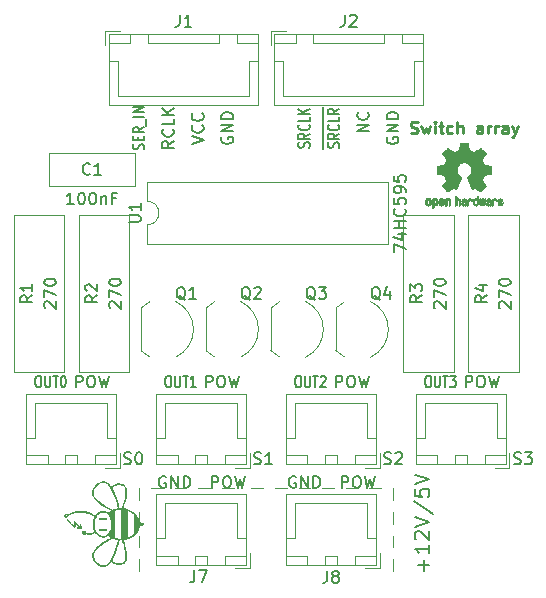
<source format=gbr>
G04 #@! TF.GenerationSoftware,KiCad,Pcbnew,(5.1.7)-1*
G04 #@! TF.CreationDate,2020-12-10T17:59:25+02:00*
G04 #@! TF.ProjectId,4_switch_array,345f7377-6974-4636-985f-61727261792e,rev?*
G04 #@! TF.SameCoordinates,Original*
G04 #@! TF.FileFunction,Legend,Top*
G04 #@! TF.FilePolarity,Positive*
%FSLAX46Y46*%
G04 Gerber Fmt 4.6, Leading zero omitted, Abs format (unit mm)*
G04 Created by KiCad (PCBNEW (5.1.7)-1) date 2020-12-10 17:59:25*
%MOMM*%
%LPD*%
G01*
G04 APERTURE LIST*
%ADD10C,0.120000*%
%ADD11C,0.150000*%
%ADD12C,0.250000*%
%ADD13C,0.010000*%
G04 APERTURE END LIST*
D10*
X156500000Y-74000000D02*
X155500000Y-74000000D01*
X154500000Y-74000000D02*
X153500000Y-74000000D01*
X150500000Y-74000000D02*
X149500000Y-74000000D01*
X152500000Y-74000000D02*
X151500000Y-74000000D01*
X148500000Y-74000000D02*
X147500000Y-74000000D01*
X136000000Y-77000000D02*
X136000000Y-76000000D01*
X136000000Y-81000000D02*
X136000000Y-80000000D01*
X136000000Y-79000000D02*
X136000000Y-78000000D01*
X136000000Y-75000000D02*
X136000000Y-74000000D01*
X157500000Y-75000000D02*
X157500000Y-74000000D01*
X157500000Y-79000000D02*
X157500000Y-78000000D01*
X157500000Y-77000000D02*
X157500000Y-76000000D01*
X157500000Y-81000000D02*
X157500000Y-80000000D01*
X157500000Y-74000000D02*
X157500000Y-74000000D01*
X140000000Y-74000000D02*
X139000000Y-74000000D01*
X146500000Y-74000000D02*
X145500000Y-74000000D01*
X138000000Y-74000000D02*
X137000000Y-74000000D01*
X144000000Y-74000000D02*
X143000000Y-74000000D01*
X142000000Y-74000000D02*
X141000000Y-74000000D01*
D11*
X149238095Y-73000000D02*
X149142857Y-72952380D01*
X149000000Y-72952380D01*
X148857142Y-73000000D01*
X148761904Y-73095238D01*
X148714285Y-73190476D01*
X148666666Y-73380952D01*
X148666666Y-73523809D01*
X148714285Y-73714285D01*
X148761904Y-73809523D01*
X148857142Y-73904761D01*
X149000000Y-73952380D01*
X149095238Y-73952380D01*
X149238095Y-73904761D01*
X149285714Y-73857142D01*
X149285714Y-73523809D01*
X149095238Y-73523809D01*
X149714285Y-73952380D02*
X149714285Y-72952380D01*
X150285714Y-73952380D01*
X150285714Y-72952380D01*
X150761904Y-73952380D02*
X150761904Y-72952380D01*
X151000000Y-72952380D01*
X151142857Y-73000000D01*
X151238095Y-73095238D01*
X151285714Y-73190476D01*
X151333333Y-73380952D01*
X151333333Y-73523809D01*
X151285714Y-73714285D01*
X151238095Y-73809523D01*
X151142857Y-73904761D01*
X151000000Y-73952380D01*
X150761904Y-73952380D01*
X153142857Y-73952380D02*
X153142857Y-72952380D01*
X153523809Y-72952380D01*
X153619047Y-73000000D01*
X153666666Y-73047619D01*
X153714285Y-73142857D01*
X153714285Y-73285714D01*
X153666666Y-73380952D01*
X153619047Y-73428571D01*
X153523809Y-73476190D01*
X153142857Y-73476190D01*
X154333333Y-72952380D02*
X154523809Y-72952380D01*
X154619047Y-73000000D01*
X154714285Y-73095238D01*
X154761904Y-73285714D01*
X154761904Y-73619047D01*
X154714285Y-73809523D01*
X154619047Y-73904761D01*
X154523809Y-73952380D01*
X154333333Y-73952380D01*
X154238095Y-73904761D01*
X154142857Y-73809523D01*
X154095238Y-73619047D01*
X154095238Y-73285714D01*
X154142857Y-73095238D01*
X154238095Y-73000000D01*
X154333333Y-72952380D01*
X155095238Y-72952380D02*
X155333333Y-73952380D01*
X155523809Y-73238095D01*
X155714285Y-73952380D01*
X155952380Y-72952380D01*
X160089285Y-80988095D02*
X160089285Y-80035714D01*
X160565476Y-80511904D02*
X159613095Y-80511904D01*
X160565476Y-78785714D02*
X160565476Y-79500000D01*
X160565476Y-79142857D02*
X159315476Y-79142857D01*
X159494047Y-79261904D01*
X159613095Y-79380952D01*
X159672619Y-79500000D01*
X159434523Y-78309523D02*
X159375000Y-78250000D01*
X159315476Y-78130952D01*
X159315476Y-77833333D01*
X159375000Y-77714285D01*
X159434523Y-77654761D01*
X159553571Y-77595238D01*
X159672619Y-77595238D01*
X159851190Y-77654761D01*
X160565476Y-78369047D01*
X160565476Y-77595238D01*
X159315476Y-77238095D02*
X160565476Y-76821428D01*
X159315476Y-76404761D01*
X159255952Y-75095238D02*
X160863095Y-76166666D01*
X159315476Y-74083333D02*
X159315476Y-74678571D01*
X159910714Y-74738095D01*
X159851190Y-74678571D01*
X159791666Y-74559523D01*
X159791666Y-74261904D01*
X159851190Y-74142857D01*
X159910714Y-74083333D01*
X160029761Y-74023809D01*
X160327380Y-74023809D01*
X160446428Y-74083333D01*
X160505952Y-74142857D01*
X160565476Y-74261904D01*
X160565476Y-74559523D01*
X160505952Y-74678571D01*
X160446428Y-74738095D01*
X159315476Y-73666666D02*
X160565476Y-73250000D01*
X159315476Y-72833333D01*
X160392857Y-64452380D02*
X160535714Y-64452380D01*
X160607142Y-64500000D01*
X160678571Y-64595238D01*
X160714285Y-64785714D01*
X160714285Y-65119047D01*
X160678571Y-65309523D01*
X160607142Y-65404761D01*
X160535714Y-65452380D01*
X160392857Y-65452380D01*
X160321428Y-65404761D01*
X160250000Y-65309523D01*
X160214285Y-65119047D01*
X160214285Y-64785714D01*
X160250000Y-64595238D01*
X160321428Y-64500000D01*
X160392857Y-64452380D01*
X161035714Y-64452380D02*
X161035714Y-65261904D01*
X161071428Y-65357142D01*
X161107142Y-65404761D01*
X161178571Y-65452380D01*
X161321428Y-65452380D01*
X161392857Y-65404761D01*
X161428571Y-65357142D01*
X161464285Y-65261904D01*
X161464285Y-64452380D01*
X161714285Y-64452380D02*
X162142857Y-64452380D01*
X161928571Y-65452380D02*
X161928571Y-64452380D01*
X162321428Y-64452380D02*
X162785714Y-64452380D01*
X162535714Y-64833333D01*
X162642857Y-64833333D01*
X162714285Y-64880952D01*
X162750000Y-64928571D01*
X162785714Y-65023809D01*
X162785714Y-65261904D01*
X162750000Y-65357142D01*
X162714285Y-65404761D01*
X162642857Y-65452380D01*
X162428571Y-65452380D01*
X162357142Y-65404761D01*
X162321428Y-65357142D01*
X149392857Y-64452380D02*
X149535714Y-64452380D01*
X149607142Y-64500000D01*
X149678571Y-64595238D01*
X149714285Y-64785714D01*
X149714285Y-65119047D01*
X149678571Y-65309523D01*
X149607142Y-65404761D01*
X149535714Y-65452380D01*
X149392857Y-65452380D01*
X149321428Y-65404761D01*
X149250000Y-65309523D01*
X149214285Y-65119047D01*
X149214285Y-64785714D01*
X149250000Y-64595238D01*
X149321428Y-64500000D01*
X149392857Y-64452380D01*
X150035714Y-64452380D02*
X150035714Y-65261904D01*
X150071428Y-65357142D01*
X150107142Y-65404761D01*
X150178571Y-65452380D01*
X150321428Y-65452380D01*
X150392857Y-65404761D01*
X150428571Y-65357142D01*
X150464285Y-65261904D01*
X150464285Y-64452380D01*
X150714285Y-64452380D02*
X151142857Y-64452380D01*
X150928571Y-65452380D02*
X150928571Y-64452380D01*
X151357142Y-64547619D02*
X151392857Y-64500000D01*
X151464285Y-64452380D01*
X151642857Y-64452380D01*
X151714285Y-64500000D01*
X151750000Y-64547619D01*
X151785714Y-64642857D01*
X151785714Y-64738095D01*
X151750000Y-64880952D01*
X151321428Y-65452380D01*
X151785714Y-65452380D01*
X138392857Y-64452380D02*
X138535714Y-64452380D01*
X138607142Y-64500000D01*
X138678571Y-64595238D01*
X138714285Y-64785714D01*
X138714285Y-65119047D01*
X138678571Y-65309523D01*
X138607142Y-65404761D01*
X138535714Y-65452380D01*
X138392857Y-65452380D01*
X138321428Y-65404761D01*
X138250000Y-65309523D01*
X138214285Y-65119047D01*
X138214285Y-64785714D01*
X138250000Y-64595238D01*
X138321428Y-64500000D01*
X138392857Y-64452380D01*
X139035714Y-64452380D02*
X139035714Y-65261904D01*
X139071428Y-65357142D01*
X139107142Y-65404761D01*
X139178571Y-65452380D01*
X139321428Y-65452380D01*
X139392857Y-65404761D01*
X139428571Y-65357142D01*
X139464285Y-65261904D01*
X139464285Y-64452380D01*
X139714285Y-64452380D02*
X140142857Y-64452380D01*
X139928571Y-65452380D02*
X139928571Y-64452380D01*
X140785714Y-65452380D02*
X140357142Y-65452380D01*
X140571428Y-65452380D02*
X140571428Y-64452380D01*
X140500000Y-64595238D01*
X140428571Y-64690476D01*
X140357142Y-64738095D01*
X167738095Y-71904761D02*
X167880952Y-71952380D01*
X168119047Y-71952380D01*
X168214285Y-71904761D01*
X168261904Y-71857142D01*
X168309523Y-71761904D01*
X168309523Y-71666666D01*
X168261904Y-71571428D01*
X168214285Y-71523809D01*
X168119047Y-71476190D01*
X167928571Y-71428571D01*
X167833333Y-71380952D01*
X167785714Y-71333333D01*
X167738095Y-71238095D01*
X167738095Y-71142857D01*
X167785714Y-71047619D01*
X167833333Y-71000000D01*
X167928571Y-70952380D01*
X168166666Y-70952380D01*
X168309523Y-71000000D01*
X168642857Y-70952380D02*
X169261904Y-70952380D01*
X168928571Y-71333333D01*
X169071428Y-71333333D01*
X169166666Y-71380952D01*
X169214285Y-71428571D01*
X169261904Y-71523809D01*
X169261904Y-71761904D01*
X169214285Y-71857142D01*
X169166666Y-71904761D01*
X169071428Y-71952380D01*
X168785714Y-71952380D01*
X168690476Y-71904761D01*
X168642857Y-71857142D01*
X156738095Y-71904761D02*
X156880952Y-71952380D01*
X157119047Y-71952380D01*
X157214285Y-71904761D01*
X157261904Y-71857142D01*
X157309523Y-71761904D01*
X157309523Y-71666666D01*
X157261904Y-71571428D01*
X157214285Y-71523809D01*
X157119047Y-71476190D01*
X156928571Y-71428571D01*
X156833333Y-71380952D01*
X156785714Y-71333333D01*
X156738095Y-71238095D01*
X156738095Y-71142857D01*
X156785714Y-71047619D01*
X156833333Y-71000000D01*
X156928571Y-70952380D01*
X157166666Y-70952380D01*
X157309523Y-71000000D01*
X157690476Y-71047619D02*
X157738095Y-71000000D01*
X157833333Y-70952380D01*
X158071428Y-70952380D01*
X158166666Y-71000000D01*
X158214285Y-71047619D01*
X158261904Y-71142857D01*
X158261904Y-71238095D01*
X158214285Y-71380952D01*
X157642857Y-71952380D01*
X158261904Y-71952380D01*
X145738095Y-71904761D02*
X145880952Y-71952380D01*
X146119047Y-71952380D01*
X146214285Y-71904761D01*
X146261904Y-71857142D01*
X146309523Y-71761904D01*
X146309523Y-71666666D01*
X146261904Y-71571428D01*
X146214285Y-71523809D01*
X146119047Y-71476190D01*
X145928571Y-71428571D01*
X145833333Y-71380952D01*
X145785714Y-71333333D01*
X145738095Y-71238095D01*
X145738095Y-71142857D01*
X145785714Y-71047619D01*
X145833333Y-71000000D01*
X145928571Y-70952380D01*
X146166666Y-70952380D01*
X146309523Y-71000000D01*
X147261904Y-71952380D02*
X146690476Y-71952380D01*
X146976190Y-71952380D02*
X146976190Y-70952380D01*
X146880952Y-71095238D01*
X146785714Y-71190476D01*
X146690476Y-71238095D01*
X134738095Y-71904761D02*
X134880952Y-71952380D01*
X135119047Y-71952380D01*
X135214285Y-71904761D01*
X135261904Y-71857142D01*
X135309523Y-71761904D01*
X135309523Y-71666666D01*
X135261904Y-71571428D01*
X135214285Y-71523809D01*
X135119047Y-71476190D01*
X134928571Y-71428571D01*
X134833333Y-71380952D01*
X134785714Y-71333333D01*
X134738095Y-71238095D01*
X134738095Y-71142857D01*
X134785714Y-71047619D01*
X134833333Y-71000000D01*
X134928571Y-70952380D01*
X135166666Y-70952380D01*
X135309523Y-71000000D01*
X135928571Y-70952380D02*
X136023809Y-70952380D01*
X136119047Y-71000000D01*
X136166666Y-71047619D01*
X136214285Y-71142857D01*
X136261904Y-71333333D01*
X136261904Y-71571428D01*
X136214285Y-71761904D01*
X136166666Y-71857142D01*
X136119047Y-71904761D01*
X136023809Y-71952380D01*
X135928571Y-71952380D01*
X135833333Y-71904761D01*
X135785714Y-71857142D01*
X135738095Y-71761904D01*
X135690476Y-71571428D01*
X135690476Y-71333333D01*
X135738095Y-71142857D01*
X135785714Y-71047619D01*
X135833333Y-71000000D01*
X135928571Y-70952380D01*
X127392857Y-64452380D02*
X127535714Y-64452380D01*
X127607142Y-64500000D01*
X127678571Y-64595238D01*
X127714285Y-64785714D01*
X127714285Y-65119047D01*
X127678571Y-65309523D01*
X127607142Y-65404761D01*
X127535714Y-65452380D01*
X127392857Y-65452380D01*
X127321428Y-65404761D01*
X127250000Y-65309523D01*
X127214285Y-65119047D01*
X127214285Y-64785714D01*
X127250000Y-64595238D01*
X127321428Y-64500000D01*
X127392857Y-64452380D01*
X128035714Y-64452380D02*
X128035714Y-65261904D01*
X128071428Y-65357142D01*
X128107142Y-65404761D01*
X128178571Y-65452380D01*
X128321428Y-65452380D01*
X128392857Y-65404761D01*
X128428571Y-65357142D01*
X128464285Y-65261904D01*
X128464285Y-64452380D01*
X128714285Y-64452380D02*
X129142857Y-64452380D01*
X128928571Y-65452380D02*
X128928571Y-64452380D01*
X129535714Y-64452380D02*
X129607142Y-64452380D01*
X129678571Y-64500000D01*
X129714285Y-64547619D01*
X129750000Y-64642857D01*
X129785714Y-64833333D01*
X129785714Y-65071428D01*
X129750000Y-65261904D01*
X129714285Y-65357142D01*
X129678571Y-65404761D01*
X129607142Y-65452380D01*
X129535714Y-65452380D01*
X129464285Y-65404761D01*
X129428571Y-65357142D01*
X129392857Y-65261904D01*
X129357142Y-65071428D01*
X129357142Y-64833333D01*
X129392857Y-64642857D01*
X129428571Y-64547619D01*
X129464285Y-64500000D01*
X129535714Y-64452380D01*
X130642857Y-65452380D02*
X130642857Y-64452380D01*
X131023809Y-64452380D01*
X131119047Y-64500000D01*
X131166666Y-64547619D01*
X131214285Y-64642857D01*
X131214285Y-64785714D01*
X131166666Y-64880952D01*
X131119047Y-64928571D01*
X131023809Y-64976190D01*
X130642857Y-64976190D01*
X131833333Y-64452380D02*
X132023809Y-64452380D01*
X132119047Y-64500000D01*
X132214285Y-64595238D01*
X132261904Y-64785714D01*
X132261904Y-65119047D01*
X132214285Y-65309523D01*
X132119047Y-65404761D01*
X132023809Y-65452380D01*
X131833333Y-65452380D01*
X131738095Y-65404761D01*
X131642857Y-65309523D01*
X131595238Y-65119047D01*
X131595238Y-64785714D01*
X131642857Y-64595238D01*
X131738095Y-64500000D01*
X131833333Y-64452380D01*
X132595238Y-64452380D02*
X132833333Y-65452380D01*
X133023809Y-64738095D01*
X133214285Y-65452380D01*
X133452380Y-64452380D01*
X141642857Y-65452380D02*
X141642857Y-64452380D01*
X142023809Y-64452380D01*
X142119047Y-64500000D01*
X142166666Y-64547619D01*
X142214285Y-64642857D01*
X142214285Y-64785714D01*
X142166666Y-64880952D01*
X142119047Y-64928571D01*
X142023809Y-64976190D01*
X141642857Y-64976190D01*
X142833333Y-64452380D02*
X143023809Y-64452380D01*
X143119047Y-64500000D01*
X143214285Y-64595238D01*
X143261904Y-64785714D01*
X143261904Y-65119047D01*
X143214285Y-65309523D01*
X143119047Y-65404761D01*
X143023809Y-65452380D01*
X142833333Y-65452380D01*
X142738095Y-65404761D01*
X142642857Y-65309523D01*
X142595238Y-65119047D01*
X142595238Y-64785714D01*
X142642857Y-64595238D01*
X142738095Y-64500000D01*
X142833333Y-64452380D01*
X143595238Y-64452380D02*
X143833333Y-65452380D01*
X144023809Y-64738095D01*
X144214285Y-65452380D01*
X144452380Y-64452380D01*
X152642857Y-65452380D02*
X152642857Y-64452380D01*
X153023809Y-64452380D01*
X153119047Y-64500000D01*
X153166666Y-64547619D01*
X153214285Y-64642857D01*
X153214285Y-64785714D01*
X153166666Y-64880952D01*
X153119047Y-64928571D01*
X153023809Y-64976190D01*
X152642857Y-64976190D01*
X153833333Y-64452380D02*
X154023809Y-64452380D01*
X154119047Y-64500000D01*
X154214285Y-64595238D01*
X154261904Y-64785714D01*
X154261904Y-65119047D01*
X154214285Y-65309523D01*
X154119047Y-65404761D01*
X154023809Y-65452380D01*
X153833333Y-65452380D01*
X153738095Y-65404761D01*
X153642857Y-65309523D01*
X153595238Y-65119047D01*
X153595238Y-64785714D01*
X153642857Y-64595238D01*
X153738095Y-64500000D01*
X153833333Y-64452380D01*
X154595238Y-64452380D02*
X154833333Y-65452380D01*
X155023809Y-64738095D01*
X155214285Y-65452380D01*
X155452380Y-64452380D01*
D12*
X159000000Y-43904761D02*
X159142857Y-43952380D01*
X159380952Y-43952380D01*
X159476190Y-43904761D01*
X159523809Y-43857142D01*
X159571428Y-43761904D01*
X159571428Y-43666666D01*
X159523809Y-43571428D01*
X159476190Y-43523809D01*
X159380952Y-43476190D01*
X159190476Y-43428571D01*
X159095238Y-43380952D01*
X159047619Y-43333333D01*
X159000000Y-43238095D01*
X159000000Y-43142857D01*
X159047619Y-43047619D01*
X159095238Y-43000000D01*
X159190476Y-42952380D01*
X159428571Y-42952380D01*
X159571428Y-43000000D01*
X159904761Y-43285714D02*
X160095238Y-43952380D01*
X160285714Y-43476190D01*
X160476190Y-43952380D01*
X160666666Y-43285714D01*
X161047619Y-43952380D02*
X161047619Y-43285714D01*
X161047619Y-42952380D02*
X161000000Y-43000000D01*
X161047619Y-43047619D01*
X161095238Y-43000000D01*
X161047619Y-42952380D01*
X161047619Y-43047619D01*
X161380952Y-43285714D02*
X161761904Y-43285714D01*
X161523809Y-42952380D02*
X161523809Y-43809523D01*
X161571428Y-43904761D01*
X161666666Y-43952380D01*
X161761904Y-43952380D01*
X162523809Y-43904761D02*
X162428571Y-43952380D01*
X162238095Y-43952380D01*
X162142857Y-43904761D01*
X162095238Y-43857142D01*
X162047619Y-43761904D01*
X162047619Y-43476190D01*
X162095238Y-43380952D01*
X162142857Y-43333333D01*
X162238095Y-43285714D01*
X162428571Y-43285714D01*
X162523809Y-43333333D01*
X162952380Y-43952380D02*
X162952380Y-42952380D01*
X163380952Y-43952380D02*
X163380952Y-43428571D01*
X163333333Y-43333333D01*
X163238095Y-43285714D01*
X163095238Y-43285714D01*
X163000000Y-43333333D01*
X162952380Y-43380952D01*
X165047619Y-43952380D02*
X165047619Y-43428571D01*
X165000000Y-43333333D01*
X164904761Y-43285714D01*
X164714285Y-43285714D01*
X164619047Y-43333333D01*
X165047619Y-43904761D02*
X164952380Y-43952380D01*
X164714285Y-43952380D01*
X164619047Y-43904761D01*
X164571428Y-43809523D01*
X164571428Y-43714285D01*
X164619047Y-43619047D01*
X164714285Y-43571428D01*
X164952380Y-43571428D01*
X165047619Y-43523809D01*
X165523809Y-43952380D02*
X165523809Y-43285714D01*
X165523809Y-43476190D02*
X165571428Y-43380952D01*
X165619047Y-43333333D01*
X165714285Y-43285714D01*
X165809523Y-43285714D01*
X166142857Y-43952380D02*
X166142857Y-43285714D01*
X166142857Y-43476190D02*
X166190476Y-43380952D01*
X166238095Y-43333333D01*
X166333333Y-43285714D01*
X166428571Y-43285714D01*
X167190476Y-43952380D02*
X167190476Y-43428571D01*
X167142857Y-43333333D01*
X167047619Y-43285714D01*
X166857142Y-43285714D01*
X166761904Y-43333333D01*
X167190476Y-43904761D02*
X167095238Y-43952380D01*
X166857142Y-43952380D01*
X166761904Y-43904761D01*
X166714285Y-43809523D01*
X166714285Y-43714285D01*
X166761904Y-43619047D01*
X166857142Y-43571428D01*
X167095238Y-43571428D01*
X167190476Y-43523809D01*
X167571428Y-43285714D02*
X167809523Y-43952380D01*
X168047619Y-43285714D02*
X167809523Y-43952380D01*
X167714285Y-44190476D01*
X167666666Y-44238095D01*
X167571428Y-44285714D01*
D11*
X151585000Y-45285714D02*
X151585000Y-44571428D01*
X152904761Y-45142857D02*
X152952380Y-45035714D01*
X152952380Y-44857142D01*
X152904761Y-44785714D01*
X152857142Y-44750000D01*
X152761904Y-44714285D01*
X152666666Y-44714285D01*
X152571428Y-44750000D01*
X152523809Y-44785714D01*
X152476190Y-44857142D01*
X152428571Y-45000000D01*
X152380952Y-45071428D01*
X152333333Y-45107142D01*
X152238095Y-45142857D01*
X152142857Y-45142857D01*
X152047619Y-45107142D01*
X152000000Y-45071428D01*
X151952380Y-45000000D01*
X151952380Y-44821428D01*
X152000000Y-44714285D01*
X151585000Y-44571428D02*
X151585000Y-43821428D01*
X152952380Y-43964285D02*
X152476190Y-44214285D01*
X152952380Y-44392857D02*
X151952380Y-44392857D01*
X151952380Y-44107142D01*
X152000000Y-44035714D01*
X152047619Y-44000000D01*
X152142857Y-43964285D01*
X152285714Y-43964285D01*
X152380952Y-44000000D01*
X152428571Y-44035714D01*
X152476190Y-44107142D01*
X152476190Y-44392857D01*
X151585000Y-43821428D02*
X151585000Y-43071428D01*
X152857142Y-43214285D02*
X152904761Y-43250000D01*
X152952380Y-43357142D01*
X152952380Y-43428571D01*
X152904761Y-43535714D01*
X152809523Y-43607142D01*
X152714285Y-43642857D01*
X152523809Y-43678571D01*
X152380952Y-43678571D01*
X152190476Y-43642857D01*
X152095238Y-43607142D01*
X152000000Y-43535714D01*
X151952380Y-43428571D01*
X151952380Y-43357142D01*
X152000000Y-43250000D01*
X152047619Y-43214285D01*
X151585000Y-43071428D02*
X151585000Y-42464285D01*
X152952380Y-42535714D02*
X152952380Y-42892857D01*
X151952380Y-42892857D01*
X151585000Y-42464285D02*
X151585000Y-41714285D01*
X152952380Y-41857142D02*
X152476190Y-42107142D01*
X152952380Y-42285714D02*
X151952380Y-42285714D01*
X151952380Y-42000000D01*
X152000000Y-41928571D01*
X152047619Y-41892857D01*
X152142857Y-41857142D01*
X152285714Y-41857142D01*
X152380952Y-41892857D01*
X152428571Y-41928571D01*
X152476190Y-42000000D01*
X152476190Y-42285714D01*
X163642857Y-65452380D02*
X163642857Y-64452380D01*
X164023809Y-64452380D01*
X164119047Y-64500000D01*
X164166666Y-64547619D01*
X164214285Y-64642857D01*
X164214285Y-64785714D01*
X164166666Y-64880952D01*
X164119047Y-64928571D01*
X164023809Y-64976190D01*
X163642857Y-64976190D01*
X164833333Y-64452380D02*
X165023809Y-64452380D01*
X165119047Y-64500000D01*
X165214285Y-64595238D01*
X165261904Y-64785714D01*
X165261904Y-65119047D01*
X165214285Y-65309523D01*
X165119047Y-65404761D01*
X165023809Y-65452380D01*
X164833333Y-65452380D01*
X164738095Y-65404761D01*
X164642857Y-65309523D01*
X164595238Y-65119047D01*
X164595238Y-64785714D01*
X164642857Y-64595238D01*
X164738095Y-64500000D01*
X164833333Y-64452380D01*
X165595238Y-64452380D02*
X165833333Y-65452380D01*
X166023809Y-64738095D01*
X166214285Y-65452380D01*
X166452380Y-64452380D01*
X142142857Y-73952380D02*
X142142857Y-72952380D01*
X142523809Y-72952380D01*
X142619047Y-73000000D01*
X142666666Y-73047619D01*
X142714285Y-73142857D01*
X142714285Y-73285714D01*
X142666666Y-73380952D01*
X142619047Y-73428571D01*
X142523809Y-73476190D01*
X142142857Y-73476190D01*
X143333333Y-72952380D02*
X143523809Y-72952380D01*
X143619047Y-73000000D01*
X143714285Y-73095238D01*
X143761904Y-73285714D01*
X143761904Y-73619047D01*
X143714285Y-73809523D01*
X143619047Y-73904761D01*
X143523809Y-73952380D01*
X143333333Y-73952380D01*
X143238095Y-73904761D01*
X143142857Y-73809523D01*
X143095238Y-73619047D01*
X143095238Y-73285714D01*
X143142857Y-73095238D01*
X143238095Y-73000000D01*
X143333333Y-72952380D01*
X144095238Y-72952380D02*
X144333333Y-73952380D01*
X144523809Y-73238095D01*
X144714285Y-73952380D01*
X144952380Y-72952380D01*
X138238095Y-73000000D02*
X138142857Y-72952380D01*
X138000000Y-72952380D01*
X137857142Y-73000000D01*
X137761904Y-73095238D01*
X137714285Y-73190476D01*
X137666666Y-73380952D01*
X137666666Y-73523809D01*
X137714285Y-73714285D01*
X137761904Y-73809523D01*
X137857142Y-73904761D01*
X138000000Y-73952380D01*
X138095238Y-73952380D01*
X138238095Y-73904761D01*
X138285714Y-73857142D01*
X138285714Y-73523809D01*
X138095238Y-73523809D01*
X138714285Y-73952380D02*
X138714285Y-72952380D01*
X139285714Y-73952380D01*
X139285714Y-72952380D01*
X139761904Y-73952380D02*
X139761904Y-72952380D01*
X140000000Y-72952380D01*
X140142857Y-73000000D01*
X140238095Y-73095238D01*
X140285714Y-73190476D01*
X140333333Y-73380952D01*
X140333333Y-73523809D01*
X140285714Y-73714285D01*
X140238095Y-73809523D01*
X140142857Y-73904761D01*
X140000000Y-73952380D01*
X139761904Y-73952380D01*
X157000000Y-44261904D02*
X156952380Y-44357142D01*
X156952380Y-44500000D01*
X157000000Y-44642857D01*
X157095238Y-44738095D01*
X157190476Y-44785714D01*
X157380952Y-44833333D01*
X157523809Y-44833333D01*
X157714285Y-44785714D01*
X157809523Y-44738095D01*
X157904761Y-44642857D01*
X157952380Y-44500000D01*
X157952380Y-44404761D01*
X157904761Y-44261904D01*
X157857142Y-44214285D01*
X157523809Y-44214285D01*
X157523809Y-44404761D01*
X157952380Y-43785714D02*
X156952380Y-43785714D01*
X157952380Y-43214285D01*
X156952380Y-43214285D01*
X157952380Y-42738095D02*
X156952380Y-42738095D01*
X156952380Y-42500000D01*
X157000000Y-42357142D01*
X157095238Y-42261904D01*
X157190476Y-42214285D01*
X157380952Y-42166666D01*
X157523809Y-42166666D01*
X157714285Y-42214285D01*
X157809523Y-42261904D01*
X157904761Y-42357142D01*
X157952380Y-42500000D01*
X157952380Y-42738095D01*
X155452380Y-43785714D02*
X154452380Y-43785714D01*
X155452380Y-43214285D01*
X154452380Y-43214285D01*
X155357142Y-42166666D02*
X155404761Y-42214285D01*
X155452380Y-42357142D01*
X155452380Y-42452380D01*
X155404761Y-42595238D01*
X155309523Y-42690476D01*
X155214285Y-42738095D01*
X155023809Y-42785714D01*
X154880952Y-42785714D01*
X154690476Y-42738095D01*
X154595238Y-42690476D01*
X154500000Y-42595238D01*
X154452380Y-42452380D01*
X154452380Y-42357142D01*
X154500000Y-42214285D01*
X154547619Y-42166666D01*
X150404761Y-45142857D02*
X150452380Y-45035714D01*
X150452380Y-44857142D01*
X150404761Y-44785714D01*
X150357142Y-44750000D01*
X150261904Y-44714285D01*
X150166666Y-44714285D01*
X150071428Y-44750000D01*
X150023809Y-44785714D01*
X149976190Y-44857142D01*
X149928571Y-45000000D01*
X149880952Y-45071428D01*
X149833333Y-45107142D01*
X149738095Y-45142857D01*
X149642857Y-45142857D01*
X149547619Y-45107142D01*
X149500000Y-45071428D01*
X149452380Y-45000000D01*
X149452380Y-44821428D01*
X149500000Y-44714285D01*
X150452380Y-43964285D02*
X149976190Y-44214285D01*
X150452380Y-44392857D02*
X149452380Y-44392857D01*
X149452380Y-44107142D01*
X149500000Y-44035714D01*
X149547619Y-44000000D01*
X149642857Y-43964285D01*
X149785714Y-43964285D01*
X149880952Y-44000000D01*
X149928571Y-44035714D01*
X149976190Y-44107142D01*
X149976190Y-44392857D01*
X150357142Y-43214285D02*
X150404761Y-43250000D01*
X150452380Y-43357142D01*
X150452380Y-43428571D01*
X150404761Y-43535714D01*
X150309523Y-43607142D01*
X150214285Y-43642857D01*
X150023809Y-43678571D01*
X149880952Y-43678571D01*
X149690476Y-43642857D01*
X149595238Y-43607142D01*
X149500000Y-43535714D01*
X149452380Y-43428571D01*
X149452380Y-43357142D01*
X149500000Y-43250000D01*
X149547619Y-43214285D01*
X150452380Y-42535714D02*
X150452380Y-42892857D01*
X149452380Y-42892857D01*
X150452380Y-42285714D02*
X149452380Y-42285714D01*
X150452380Y-41857142D02*
X149880952Y-42178571D01*
X149452380Y-41857142D02*
X150023809Y-42285714D01*
X143000000Y-44261904D02*
X142952380Y-44357142D01*
X142952380Y-44500000D01*
X143000000Y-44642857D01*
X143095238Y-44738095D01*
X143190476Y-44785714D01*
X143380952Y-44833333D01*
X143523809Y-44833333D01*
X143714285Y-44785714D01*
X143809523Y-44738095D01*
X143904761Y-44642857D01*
X143952380Y-44500000D01*
X143952380Y-44404761D01*
X143904761Y-44261904D01*
X143857142Y-44214285D01*
X143523809Y-44214285D01*
X143523809Y-44404761D01*
X143952380Y-43785714D02*
X142952380Y-43785714D01*
X143952380Y-43214285D01*
X142952380Y-43214285D01*
X143952380Y-42738095D02*
X142952380Y-42738095D01*
X142952380Y-42500000D01*
X143000000Y-42357142D01*
X143095238Y-42261904D01*
X143190476Y-42214285D01*
X143380952Y-42166666D01*
X143523809Y-42166666D01*
X143714285Y-42214285D01*
X143809523Y-42261904D01*
X143904761Y-42357142D01*
X143952380Y-42500000D01*
X143952380Y-42738095D01*
X140452380Y-44833333D02*
X141452380Y-44500000D01*
X140452380Y-44166666D01*
X141357142Y-43261904D02*
X141404761Y-43309523D01*
X141452380Y-43452380D01*
X141452380Y-43547619D01*
X141404761Y-43690476D01*
X141309523Y-43785714D01*
X141214285Y-43833333D01*
X141023809Y-43880952D01*
X140880952Y-43880952D01*
X140690476Y-43833333D01*
X140595238Y-43785714D01*
X140500000Y-43690476D01*
X140452380Y-43547619D01*
X140452380Y-43452380D01*
X140500000Y-43309523D01*
X140547619Y-43261904D01*
X141357142Y-42261904D02*
X141404761Y-42309523D01*
X141452380Y-42452380D01*
X141452380Y-42547619D01*
X141404761Y-42690476D01*
X141309523Y-42785714D01*
X141214285Y-42833333D01*
X141023809Y-42880952D01*
X140880952Y-42880952D01*
X140690476Y-42833333D01*
X140595238Y-42785714D01*
X140500000Y-42690476D01*
X140452380Y-42547619D01*
X140452380Y-42452380D01*
X140500000Y-42309523D01*
X140547619Y-42261904D01*
X136404761Y-45285714D02*
X136452380Y-45178571D01*
X136452380Y-45000000D01*
X136404761Y-44928571D01*
X136357142Y-44892857D01*
X136261904Y-44857142D01*
X136166666Y-44857142D01*
X136071428Y-44892857D01*
X136023809Y-44928571D01*
X135976190Y-45000000D01*
X135928571Y-45142857D01*
X135880952Y-45214285D01*
X135833333Y-45250000D01*
X135738095Y-45285714D01*
X135642857Y-45285714D01*
X135547619Y-45250000D01*
X135500000Y-45214285D01*
X135452380Y-45142857D01*
X135452380Y-44964285D01*
X135500000Y-44857142D01*
X135928571Y-44535714D02*
X135928571Y-44285714D01*
X136452380Y-44178571D02*
X136452380Y-44535714D01*
X135452380Y-44535714D01*
X135452380Y-44178571D01*
X136452380Y-43428571D02*
X135976190Y-43678571D01*
X136452380Y-43857142D02*
X135452380Y-43857142D01*
X135452380Y-43571428D01*
X135500000Y-43500000D01*
X135547619Y-43464285D01*
X135642857Y-43428571D01*
X135785714Y-43428571D01*
X135880952Y-43464285D01*
X135928571Y-43500000D01*
X135976190Y-43571428D01*
X135976190Y-43857142D01*
X136547619Y-43285714D02*
X136547619Y-42714285D01*
X136452380Y-42535714D02*
X135452380Y-42535714D01*
X136452380Y-42178571D02*
X135452380Y-42178571D01*
X136452380Y-41750000D01*
X135452380Y-41750000D01*
X138952380Y-44595238D02*
X138476190Y-44928571D01*
X138952380Y-45166666D02*
X137952380Y-45166666D01*
X137952380Y-44785714D01*
X138000000Y-44690476D01*
X138047619Y-44642857D01*
X138142857Y-44595238D01*
X138285714Y-44595238D01*
X138380952Y-44642857D01*
X138428571Y-44690476D01*
X138476190Y-44785714D01*
X138476190Y-45166666D01*
X138857142Y-43595238D02*
X138904761Y-43642857D01*
X138952380Y-43785714D01*
X138952380Y-43880952D01*
X138904761Y-44023809D01*
X138809523Y-44119047D01*
X138714285Y-44166666D01*
X138523809Y-44214285D01*
X138380952Y-44214285D01*
X138190476Y-44166666D01*
X138095238Y-44119047D01*
X138000000Y-44023809D01*
X137952380Y-43880952D01*
X137952380Y-43785714D01*
X138000000Y-43642857D01*
X138047619Y-43595238D01*
X138952380Y-42690476D02*
X138952380Y-43166666D01*
X137952380Y-43166666D01*
X138952380Y-42357142D02*
X137952380Y-42357142D01*
X138952380Y-41785714D02*
X138380952Y-42214285D01*
X137952380Y-41785714D02*
X138523809Y-42357142D01*
D10*
X156060000Y-80460000D02*
X156060000Y-74490000D01*
X156060000Y-74490000D02*
X148440000Y-74490000D01*
X148440000Y-74490000D02*
X148440000Y-80460000D01*
X148440000Y-80460000D02*
X156060000Y-80460000D01*
X152750000Y-80450000D02*
X152750000Y-79700000D01*
X152750000Y-79700000D02*
X151750000Y-79700000D01*
X151750000Y-79700000D02*
X151750000Y-80450000D01*
X151750000Y-80450000D02*
X152750000Y-80450000D01*
X156050000Y-80450000D02*
X156050000Y-79700000D01*
X156050000Y-79700000D02*
X154250000Y-79700000D01*
X154250000Y-79700000D02*
X154250000Y-80450000D01*
X154250000Y-80450000D02*
X156050000Y-80450000D01*
X150250000Y-80450000D02*
X150250000Y-79700000D01*
X150250000Y-79700000D02*
X148450000Y-79700000D01*
X148450000Y-79700000D02*
X148450000Y-80450000D01*
X148450000Y-80450000D02*
X150250000Y-80450000D01*
X156050000Y-78200000D02*
X155300000Y-78200000D01*
X155300000Y-78200000D02*
X155300000Y-75250000D01*
X155300000Y-75250000D02*
X152250000Y-75250000D01*
X148450000Y-78200000D02*
X149200000Y-78200000D01*
X149200000Y-78200000D02*
X149200000Y-75250000D01*
X149200000Y-75250000D02*
X152250000Y-75250000D01*
X155100000Y-80750000D02*
X156350000Y-80750000D01*
X156350000Y-80750000D02*
X156350000Y-79500000D01*
X136670000Y-48040000D02*
X136670000Y-49690000D01*
X157110000Y-48040000D02*
X136670000Y-48040000D01*
X157110000Y-53340000D02*
X157110000Y-48040000D01*
X136670000Y-53340000D02*
X157110000Y-53340000D01*
X136670000Y-51690000D02*
X136670000Y-53340000D01*
X136670000Y-49690000D02*
G75*
G02*
X136670000Y-51690000I0J-1000000D01*
G01*
X167060000Y-71960000D02*
X167060000Y-65990000D01*
X167060000Y-65990000D02*
X159440000Y-65990000D01*
X159440000Y-65990000D02*
X159440000Y-71960000D01*
X159440000Y-71960000D02*
X167060000Y-71960000D01*
X163750000Y-71950000D02*
X163750000Y-71200000D01*
X163750000Y-71200000D02*
X162750000Y-71200000D01*
X162750000Y-71200000D02*
X162750000Y-71950000D01*
X162750000Y-71950000D02*
X163750000Y-71950000D01*
X167050000Y-71950000D02*
X167050000Y-71200000D01*
X167050000Y-71200000D02*
X165250000Y-71200000D01*
X165250000Y-71200000D02*
X165250000Y-71950000D01*
X165250000Y-71950000D02*
X167050000Y-71950000D01*
X161250000Y-71950000D02*
X161250000Y-71200000D01*
X161250000Y-71200000D02*
X159450000Y-71200000D01*
X159450000Y-71200000D02*
X159450000Y-71950000D01*
X159450000Y-71950000D02*
X161250000Y-71950000D01*
X167050000Y-69700000D02*
X166300000Y-69700000D01*
X166300000Y-69700000D02*
X166300000Y-66750000D01*
X166300000Y-66750000D02*
X163250000Y-66750000D01*
X159450000Y-69700000D02*
X160200000Y-69700000D01*
X160200000Y-69700000D02*
X160200000Y-66750000D01*
X160200000Y-66750000D02*
X163250000Y-66750000D01*
X166100000Y-72250000D02*
X167350000Y-72250000D01*
X167350000Y-72250000D02*
X167350000Y-71000000D01*
D13*
G36*
X129661728Y-76218876D02*
G01*
X129687377Y-76179934D01*
X129722650Y-76149134D01*
X129746443Y-76137619D01*
X129796169Y-76130619D01*
X129844164Y-76139960D01*
X129882547Y-76163709D01*
X129890772Y-76173037D01*
X129910690Y-76199443D01*
X130038141Y-76139152D01*
X130234093Y-76057941D01*
X130438313Y-75996067D01*
X130652394Y-75953200D01*
X130877926Y-75929007D01*
X131077682Y-75922876D01*
X131224672Y-75926288D01*
X131354827Y-75936563D01*
X131473574Y-75954437D01*
X131586342Y-75980646D01*
X131654955Y-76001185D01*
X131736987Y-76031632D01*
X131830997Y-76073048D01*
X131930665Y-76122314D01*
X132029672Y-76176316D01*
X132117323Y-76229143D01*
X132163729Y-76258679D01*
X132203479Y-76283944D01*
X132232246Y-76302190D01*
X132245534Y-76310566D01*
X132257729Y-76305679D01*
X132277895Y-76285462D01*
X132301472Y-76254614D01*
X132352845Y-76189691D01*
X132416479Y-76123984D01*
X132486221Y-76062953D01*
X132555915Y-76012063D01*
X132609279Y-75981455D01*
X132689128Y-75946905D01*
X132761905Y-75925567D01*
X132837629Y-75915126D01*
X132905066Y-75913055D01*
X133020467Y-75923914D01*
X133132328Y-75954812D01*
X133235343Y-76004013D01*
X133284984Y-76037250D01*
X133321741Y-76064825D01*
X133402894Y-76003775D01*
X133454242Y-75967745D01*
X133514339Y-75929387D01*
X133571117Y-75896366D01*
X133577014Y-75893190D01*
X133669982Y-75843655D01*
X133441786Y-75730745D01*
X133226784Y-75620258D01*
X133032834Y-75511757D01*
X132858121Y-75404018D01*
X132700830Y-75295815D01*
X132559147Y-75185925D01*
X132431257Y-75073122D01*
X132352605Y-74995533D01*
X132241502Y-74871050D01*
X132152962Y-74749800D01*
X132086836Y-74630840D01*
X132042977Y-74513230D01*
X132021236Y-74396028D01*
X132021466Y-74278293D01*
X132043519Y-74159083D01*
X132087246Y-74037458D01*
X132152499Y-73912476D01*
X132176265Y-73874165D01*
X132258565Y-73761954D01*
X132351205Y-73663907D01*
X132452068Y-73580801D01*
X132559035Y-73513409D01*
X132669990Y-73462508D01*
X132782815Y-73428873D01*
X132895393Y-73413279D01*
X133005605Y-73416501D01*
X133111335Y-73439315D01*
X133210464Y-73482496D01*
X133224138Y-73490478D01*
X133282863Y-73532217D01*
X133348425Y-73589433D01*
X133416194Y-73657565D01*
X133481537Y-73732049D01*
X133522663Y-73784591D01*
X133551978Y-73823981D01*
X133575822Y-73855838D01*
X133591072Y-73876001D01*
X133594895Y-73880861D01*
X133603996Y-73874964D01*
X133625315Y-73855893D01*
X133655066Y-73827123D01*
X133671619Y-73810491D01*
X133753170Y-73742090D01*
X133851565Y-73683542D01*
X133961991Y-73636696D01*
X134079634Y-73603402D01*
X134199678Y-73585507D01*
X134264228Y-73582898D01*
X134381577Y-73591870D01*
X134492330Y-73617650D01*
X134593721Y-73658750D01*
X134682986Y-73713683D01*
X134757360Y-73780962D01*
X134814077Y-73859097D01*
X134828107Y-73886281D01*
X134865839Y-73990913D01*
X134889603Y-74113134D01*
X134899491Y-74252216D01*
X134895596Y-74407434D01*
X134878011Y-74578060D01*
X134846829Y-74763367D01*
X134802142Y-74962628D01*
X134744044Y-75175117D01*
X134672626Y-75400107D01*
X134613046Y-75569337D01*
X134572564Y-75679992D01*
X134718578Y-75704134D01*
X134913354Y-75746970D01*
X135095947Y-75809236D01*
X135267293Y-75891360D01*
X135428329Y-75993769D01*
X135534228Y-76076742D01*
X135647279Y-76185178D01*
X135746765Y-76306143D01*
X135830581Y-76436178D01*
X135896622Y-76571825D01*
X135942784Y-76709626D01*
X135956334Y-76770469D01*
X135963931Y-76810454D01*
X135970106Y-76841774D01*
X135973255Y-76856486D01*
X135984969Y-76864312D01*
X136014497Y-76876416D01*
X136057339Y-76891127D01*
X136107452Y-76906333D01*
X136166365Y-76923191D01*
X136223781Y-76939624D01*
X136272257Y-76953500D01*
X136299114Y-76961189D01*
X136336932Y-76974372D01*
X136355729Y-76987742D01*
X136359728Y-77000000D01*
X136353083Y-77015288D01*
X136330514Y-77028404D01*
X136299114Y-77038811D01*
X136262807Y-77049206D01*
X136211743Y-77063822D01*
X136153364Y-77080529D01*
X136107452Y-77093667D01*
X136055982Y-77109311D01*
X136013455Y-77123971D01*
X135984371Y-77135977D01*
X135973255Y-77143515D01*
X135969615Y-77160656D01*
X135963240Y-77193130D01*
X135956334Y-77229531D01*
X135919651Y-77367186D01*
X135862154Y-77504219D01*
X135785947Y-77637175D01*
X135693133Y-77762596D01*
X135585815Y-77877026D01*
X135534228Y-77923269D01*
X135380330Y-78039030D01*
X135214564Y-78135257D01*
X135036622Y-78212083D01*
X135011796Y-78219586D01*
X135011796Y-78165985D01*
X135030696Y-78160628D01*
X135065300Y-78146181D01*
X135111187Y-78124874D01*
X135163934Y-78098933D01*
X135219118Y-78070588D01*
X135272316Y-78042066D01*
X135319106Y-78015595D01*
X135355066Y-77993403D01*
X135357185Y-77991985D01*
X135404438Y-77958579D01*
X135454363Y-77920872D01*
X135490932Y-77891354D01*
X135551546Y-77840013D01*
X135551546Y-76158967D01*
X135490932Y-76107559D01*
X135432196Y-76061570D01*
X135362985Y-76013498D01*
X135288071Y-75966112D01*
X135212231Y-75922181D01*
X135140238Y-75884477D01*
X135076867Y-75855767D01*
X135028255Y-75839159D01*
X134997364Y-75831406D01*
X134997364Y-76998749D01*
X134997416Y-77195644D01*
X134997583Y-77370570D01*
X134997878Y-77524648D01*
X134998316Y-77659000D01*
X134998909Y-77774746D01*
X134999671Y-77873009D01*
X135000618Y-77954910D01*
X135001762Y-78021570D01*
X135003117Y-78074111D01*
X135004698Y-78113653D01*
X135006517Y-78141319D01*
X135008590Y-78158229D01*
X135010930Y-78165506D01*
X135011796Y-78165985D01*
X135011796Y-78219586D01*
X134846195Y-78269640D01*
X134642973Y-78308059D01*
X134625739Y-78310363D01*
X134571614Y-78317382D01*
X134612882Y-78429350D01*
X134683029Y-78629865D01*
X134744185Y-78825759D01*
X134795944Y-79015000D01*
X134837898Y-79195555D01*
X134869639Y-79365393D01*
X134890760Y-79522479D01*
X134900853Y-79664783D01*
X134899511Y-79790271D01*
X134895344Y-79838314D01*
X134875638Y-79962090D01*
X134846125Y-80066609D01*
X134805450Y-80154103D01*
X134752259Y-80226803D01*
X134685198Y-80286941D01*
X134602914Y-80336747D01*
X134588582Y-80343746D01*
X134481123Y-80385695D01*
X134372110Y-80408942D01*
X134320836Y-80411475D01*
X134320836Y-80357374D01*
X134403928Y-80349051D01*
X134480954Y-80330314D01*
X134559775Y-80299783D01*
X134567326Y-80296364D01*
X134634464Y-80256270D01*
X134697768Y-80201534D01*
X134750591Y-80138721D01*
X134782114Y-80084262D01*
X134813382Y-79993390D01*
X134834294Y-79884978D01*
X134844603Y-79762244D01*
X134844064Y-79628408D01*
X134832430Y-79486691D01*
X134829585Y-79463978D01*
X134794568Y-79252160D01*
X134743379Y-79026325D01*
X134676523Y-78788428D01*
X134594501Y-78540425D01*
X134583982Y-78510962D01*
X134517150Y-78325191D01*
X134390773Y-78320921D01*
X134390773Y-78270000D01*
X134454728Y-78270000D01*
X134454728Y-75726472D01*
X134330287Y-75733592D01*
X134263060Y-75739453D01*
X134263060Y-75683748D01*
X134512174Y-75678046D01*
X134530811Y-75631864D01*
X134558222Y-75560516D01*
X134589564Y-75473276D01*
X134622685Y-75376527D01*
X134655429Y-75276650D01*
X134685644Y-75180028D01*
X134703118Y-75121265D01*
X134760255Y-74906709D01*
X134802908Y-74707391D01*
X134831017Y-74523818D01*
X134844517Y-74356500D01*
X134843349Y-74205944D01*
X134829447Y-74083710D01*
X134807479Y-73987073D01*
X134777436Y-73908128D01*
X134737114Y-73842235D01*
X134690006Y-73790058D01*
X134607281Y-73725882D01*
X134513726Y-73680181D01*
X134407928Y-73652505D01*
X134288470Y-73642403D01*
X134229811Y-73643474D01*
X134088035Y-73659335D01*
X133960390Y-73693045D01*
X133847166Y-73744494D01*
X133748656Y-73813573D01*
X133730306Y-73829902D01*
X133685713Y-73872732D01*
X133657447Y-73905205D01*
X133643813Y-73931400D01*
X133643112Y-73955395D01*
X133653650Y-73981266D01*
X133661713Y-73994774D01*
X133688662Y-74041056D01*
X133722084Y-74104070D01*
X133759719Y-74179175D01*
X133799303Y-74261728D01*
X133838574Y-74347088D01*
X133875271Y-74430613D01*
X133883239Y-74449381D01*
X133920633Y-74542861D01*
X133961571Y-74653471D01*
X134004679Y-74776834D01*
X134048584Y-74908570D01*
X134091912Y-75044302D01*
X134133289Y-75179651D01*
X134171341Y-75310237D01*
X134204694Y-75431683D01*
X134231975Y-75539610D01*
X134248683Y-75614141D01*
X134263060Y-75683748D01*
X134263060Y-75739453D01*
X134253895Y-75740253D01*
X134167625Y-75751465D01*
X134079964Y-75765853D01*
X133999400Y-75782039D01*
X133940955Y-75796724D01*
X133906319Y-75806707D01*
X133906319Y-78194304D01*
X134010228Y-78220268D01*
X134098477Y-78239110D01*
X134195531Y-78254501D01*
X134291740Y-78265180D01*
X134377451Y-78269885D01*
X134390773Y-78270000D01*
X134390773Y-78320921D01*
X134264228Y-78316645D01*
X134236895Y-78434754D01*
X134220410Y-78501797D01*
X134198273Y-78585737D01*
X134171947Y-78681508D01*
X134142901Y-78784040D01*
X134112598Y-78888267D01*
X134082507Y-78989119D01*
X134054092Y-79081530D01*
X134028820Y-79160431D01*
X134015696Y-79199409D01*
X133971175Y-79323182D01*
X133922730Y-79448985D01*
X133872035Y-79572984D01*
X133820767Y-79691345D01*
X133770601Y-79800235D01*
X133723212Y-79895820D01*
X133680275Y-79974265D01*
X133668554Y-79993815D01*
X133649909Y-80027147D01*
X133642358Y-80053530D01*
X133647357Y-80078126D01*
X133666363Y-80106096D01*
X133700832Y-80142603D01*
X133714282Y-80155870D01*
X133809128Y-80232717D01*
X133918026Y-80291358D01*
X134040673Y-80331675D01*
X134176766Y-80353547D01*
X134223819Y-80356664D01*
X134320836Y-80357374D01*
X134320836Y-80411475D01*
X134254894Y-80414734D01*
X134218046Y-80413307D01*
X134080679Y-80396132D01*
X133952052Y-80361188D01*
X133834840Y-80309573D01*
X133731716Y-80242385D01*
X133671619Y-80188985D01*
X133639059Y-80156900D01*
X133613101Y-80132792D01*
X133597552Y-80120127D01*
X133594895Y-80119139D01*
X133586909Y-80129500D01*
X133568322Y-80154289D01*
X133542238Y-80189354D01*
X133522438Y-80216089D01*
X133461203Y-80292731D01*
X133394100Y-80366118D01*
X133325854Y-80431605D01*
X133261184Y-80484547D01*
X133224148Y-80509522D01*
X133125261Y-80556269D01*
X133019820Y-80582294D01*
X132928698Y-80587290D01*
X132928698Y-80531475D01*
X132960394Y-80530831D01*
X133015291Y-80527441D01*
X133056568Y-80521365D01*
X133093692Y-80510236D01*
X133136134Y-80491685D01*
X133156403Y-80481814D01*
X133248295Y-80425027D01*
X133340169Y-80345829D01*
X133431635Y-80244895D01*
X133522299Y-80122901D01*
X133611771Y-79980524D01*
X133699659Y-79818440D01*
X133785571Y-79637324D01*
X133869116Y-79437852D01*
X133949901Y-79220702D01*
X134027535Y-78986548D01*
X134033164Y-78968500D01*
X134053987Y-78899652D01*
X134076095Y-78823419D01*
X134098684Y-78742903D01*
X134120951Y-78661204D01*
X134142094Y-78581421D01*
X134161309Y-78506657D01*
X134177795Y-78440011D01*
X134190747Y-78384584D01*
X134199364Y-78343476D01*
X134202841Y-78319788D01*
X134202301Y-78315331D01*
X134188430Y-78310525D01*
X134157156Y-78303023D01*
X134113834Y-78294048D01*
X134085273Y-78288644D01*
X134023924Y-78275538D01*
X133952675Y-78257466D01*
X133883276Y-78237498D01*
X133855882Y-78228744D01*
X133736173Y-78188907D01*
X133731736Y-78190922D01*
X133731736Y-75812285D01*
X133841244Y-75775972D01*
X133908541Y-75755060D01*
X133979266Y-75735473D01*
X134048020Y-75718489D01*
X134109401Y-75705382D01*
X134158011Y-75697429D01*
X134181301Y-75695614D01*
X134204155Y-75692362D01*
X134209081Y-75680720D01*
X134207791Y-75675159D01*
X134202968Y-75657179D01*
X134193763Y-75621314D01*
X134181327Y-75572096D01*
X134166807Y-75514058D01*
X134160216Y-75487546D01*
X134094106Y-75236900D01*
X134023487Y-74999038D01*
X133948828Y-74774884D01*
X133870599Y-74565359D01*
X133789271Y-74371386D01*
X133705311Y-74193887D01*
X133619190Y-74033784D01*
X133531377Y-73891999D01*
X133442341Y-73769455D01*
X133352553Y-73667073D01*
X133262482Y-73585777D01*
X133172596Y-73526489D01*
X133158060Y-73519006D01*
X133111304Y-73497171D01*
X133072763Y-73483468D01*
X133033013Y-73475525D01*
X132982632Y-73470973D01*
X132962596Y-73469839D01*
X132839396Y-73474816D01*
X132718093Y-73502325D01*
X132599913Y-73551818D01*
X132486079Y-73622746D01*
X132377816Y-73714561D01*
X132346936Y-73745750D01*
X132255110Y-73854640D01*
X132181317Y-73968737D01*
X132126285Y-74085887D01*
X132090743Y-74203936D01*
X132075421Y-74320732D01*
X132081048Y-74434119D01*
X132093438Y-74494636D01*
X132134032Y-74606690D01*
X132196846Y-74721264D01*
X132281216Y-74837794D01*
X132386476Y-74955717D01*
X132511964Y-75074467D01*
X132657014Y-75193480D01*
X132820963Y-75312193D01*
X133003146Y-75430040D01*
X133202899Y-75546458D01*
X133419558Y-75660882D01*
X133530391Y-75715425D01*
X133731736Y-75812285D01*
X133731736Y-78190922D01*
X133619200Y-78242049D01*
X133403905Y-78344968D01*
X133201117Y-78452176D01*
X133011828Y-78562851D01*
X132837030Y-78676172D01*
X132677714Y-78791318D01*
X132534873Y-78907468D01*
X132409498Y-79023800D01*
X132302582Y-79139494D01*
X132215115Y-79253727D01*
X132148091Y-79365680D01*
X132102500Y-79474530D01*
X132093438Y-79505364D01*
X132075901Y-79615938D01*
X132079716Y-79731113D01*
X132104154Y-79848734D01*
X132148486Y-79966648D01*
X132211983Y-80082701D01*
X132293916Y-80194740D01*
X132346936Y-80254250D01*
X132453518Y-80352283D01*
X132566197Y-80429568D01*
X132683761Y-80485559D01*
X132804999Y-80519710D01*
X132928698Y-80531475D01*
X132928698Y-80587290D01*
X132909826Y-80588325D01*
X132797277Y-80575091D01*
X132684172Y-80543319D01*
X132572512Y-80493736D01*
X132464294Y-80427071D01*
X132361519Y-80344052D01*
X132266185Y-80245405D01*
X132180291Y-80131858D01*
X132178271Y-80128818D01*
X132105441Y-80003531D01*
X132054719Y-79880454D01*
X132026203Y-79758981D01*
X132019991Y-79638509D01*
X132036180Y-79518432D01*
X132074869Y-79398146D01*
X132136155Y-79277046D01*
X132220138Y-79154528D01*
X132326913Y-79029987D01*
X132362274Y-78993285D01*
X132485504Y-78876664D01*
X132621933Y-78763590D01*
X132773333Y-78652878D01*
X132941473Y-78543339D01*
X133128125Y-78433786D01*
X133335058Y-78323032D01*
X133442009Y-78269145D01*
X133670426Y-78156125D01*
X133580554Y-78109291D01*
X133526225Y-78078495D01*
X133466059Y-78040587D01*
X133412031Y-78003155D01*
X133406212Y-77998816D01*
X133321741Y-77935175D01*
X133284984Y-77962751D01*
X133188878Y-78021033D01*
X133081090Y-78061938D01*
X132966923Y-78083733D01*
X132905066Y-78086945D01*
X132895419Y-78086541D01*
X132895419Y-78035960D01*
X133004092Y-78026154D01*
X133109498Y-77995446D01*
X133210166Y-77944929D01*
X133304621Y-77875696D01*
X133391391Y-77788840D01*
X133469002Y-77685456D01*
X133535983Y-77566635D01*
X133590859Y-77433472D01*
X133594423Y-77423003D01*
X133618909Y-77343148D01*
X133636303Y-77268002D01*
X133647415Y-77191285D01*
X133653053Y-77106710D01*
X133654028Y-77007997D01*
X133653341Y-76965364D01*
X133651127Y-76887152D01*
X133647841Y-76825950D01*
X133642791Y-76775679D01*
X133635286Y-76730261D01*
X133624634Y-76683617D01*
X133618667Y-76660752D01*
X133572409Y-76519720D01*
X133513494Y-76392010D01*
X133443288Y-76278745D01*
X133363159Y-76181048D01*
X133274475Y-76100040D01*
X133178601Y-76036845D01*
X133076906Y-75992584D01*
X132970757Y-75968381D01*
X132861520Y-75965357D01*
X132784954Y-75976230D01*
X132673780Y-76011443D01*
X132569313Y-76067618D01*
X132472836Y-76143274D01*
X132385635Y-76236926D01*
X132308997Y-76347093D01*
X132244206Y-76472291D01*
X132192548Y-76611038D01*
X132172657Y-76682565D01*
X132160373Y-76734349D01*
X132151717Y-76779002D01*
X132146071Y-76822710D01*
X132142820Y-76871655D01*
X132141348Y-76932022D01*
X132141035Y-77000000D01*
X132141454Y-77075828D01*
X132143121Y-77134778D01*
X132146649Y-77183055D01*
X132152654Y-77226862D01*
X132161749Y-77272404D01*
X132172464Y-77317500D01*
X132217080Y-77462194D01*
X132275533Y-77594078D01*
X132346534Y-77711668D01*
X132428798Y-77813482D01*
X132521038Y-77898035D01*
X132621968Y-77963844D01*
X132730302Y-78009426D01*
X132784954Y-78023770D01*
X132895419Y-78035960D01*
X132895419Y-78086541D01*
X132820109Y-78083385D01*
X132745900Y-78070732D01*
X132672422Y-78046671D01*
X132609279Y-78018545D01*
X132544292Y-77980207D01*
X132474153Y-77927199D01*
X132405016Y-77864982D01*
X132343036Y-77799018D01*
X132301468Y-77745379D01*
X132257732Y-77681877D01*
X132210343Y-77711307D01*
X132087960Y-77775382D01*
X131972455Y-77815808D01*
X131909787Y-77827612D01*
X131831715Y-77834802D01*
X131745462Y-77837383D01*
X131658249Y-77835358D01*
X131577298Y-77828733D01*
X131509829Y-77817510D01*
X131501771Y-77815547D01*
X131417860Y-77794048D01*
X131394450Y-77823808D01*
X131356554Y-77855103D01*
X131310078Y-77868873D01*
X131293355Y-77867730D01*
X131293355Y-77819727D01*
X131320115Y-77810207D01*
X131347132Y-77786971D01*
X131366780Y-77758005D01*
X131372091Y-77737292D01*
X131364409Y-77710612D01*
X131346988Y-77684812D01*
X131313487Y-77663044D01*
X131277009Y-77659999D01*
X131243629Y-77673306D01*
X131219423Y-77700596D01*
X131210455Y-77738071D01*
X131220588Y-77771185D01*
X131245871Y-77800241D01*
X131278631Y-77817681D01*
X131293355Y-77819727D01*
X131293355Y-77867730D01*
X131260995Y-77865518D01*
X131215281Y-77845439D01*
X131179127Y-77809361D01*
X131157224Y-77764231D01*
X131155593Y-77719850D01*
X131170938Y-77675160D01*
X131199189Y-77639173D01*
X131241053Y-77612432D01*
X131287339Y-77600564D01*
X131293018Y-77600407D01*
X131335048Y-77610708D01*
X131375474Y-77637735D01*
X131406889Y-77675862D01*
X131415417Y-77693329D01*
X131429314Y-77721895D01*
X131447830Y-77739711D01*
X131478772Y-77753326D01*
X131492216Y-77757751D01*
X131544140Y-77769308D01*
X131612171Y-77777432D01*
X131689554Y-77781948D01*
X131769535Y-77782678D01*
X131845360Y-77779447D01*
X131910275Y-77772077D01*
X131926273Y-77769104D01*
X131969706Y-77757296D01*
X132021690Y-77739040D01*
X132076706Y-77716774D01*
X132129238Y-77692936D01*
X132173769Y-77669964D01*
X132204781Y-77650298D01*
X132213911Y-77641975D01*
X132215922Y-77623931D01*
X132206792Y-77587414D01*
X132186330Y-77531675D01*
X132185209Y-77528876D01*
X132128002Y-77356342D01*
X132093434Y-77181043D01*
X132081505Y-77004425D01*
X132092214Y-76827938D01*
X132125560Y-76653028D01*
X132181543Y-76481143D01*
X132185721Y-76470714D01*
X132226196Y-76370773D01*
X132197536Y-76347307D01*
X132166002Y-76324489D01*
X132118665Y-76293954D01*
X132060305Y-76258452D01*
X131995701Y-76220731D01*
X131929633Y-76183539D01*
X131866882Y-76149624D01*
X131812228Y-76121737D01*
X131776182Y-76105026D01*
X131615435Y-76047717D01*
X131441550Y-76006861D01*
X131257437Y-75982308D01*
X131066006Y-75973909D01*
X130870166Y-75981512D01*
X130672826Y-76004968D01*
X130476897Y-76044126D01*
X130285288Y-76098837D01*
X130100908Y-76168950D01*
X130044364Y-76194401D01*
X129994997Y-76217961D01*
X129962296Y-76235595D01*
X129941861Y-76250835D01*
X129929291Y-76267214D01*
X129920188Y-76288261D01*
X129917364Y-76296340D01*
X129893175Y-76340748D01*
X129857209Y-76375871D01*
X129815794Y-76396438D01*
X129793288Y-76399636D01*
X129775694Y-76395926D01*
X129775694Y-76340335D01*
X129811046Y-76337479D01*
X129842990Y-76316508D01*
X129847253Y-76311489D01*
X129867768Y-76274763D01*
X129866362Y-76241807D01*
X129842866Y-76208635D01*
X129842843Y-76208612D01*
X129809669Y-76185101D01*
X129776715Y-76183681D01*
X129739993Y-76204181D01*
X129739966Y-76204202D01*
X129714496Y-76236070D01*
X129709546Y-76261929D01*
X129718908Y-76300387D01*
X129742969Y-76327247D01*
X129775694Y-76340335D01*
X129775694Y-76395926D01*
X129742695Y-76388966D01*
X129698985Y-76360305D01*
X129667184Y-76318680D01*
X129652318Y-76269116D01*
X129651819Y-76258167D01*
X129661728Y-76218876D01*
G37*
X129661728Y-76218876D02*
X129687377Y-76179934D01*
X129722650Y-76149134D01*
X129746443Y-76137619D01*
X129796169Y-76130619D01*
X129844164Y-76139960D01*
X129882547Y-76163709D01*
X129890772Y-76173037D01*
X129910690Y-76199443D01*
X130038141Y-76139152D01*
X130234093Y-76057941D01*
X130438313Y-75996067D01*
X130652394Y-75953200D01*
X130877926Y-75929007D01*
X131077682Y-75922876D01*
X131224672Y-75926288D01*
X131354827Y-75936563D01*
X131473574Y-75954437D01*
X131586342Y-75980646D01*
X131654955Y-76001185D01*
X131736987Y-76031632D01*
X131830997Y-76073048D01*
X131930665Y-76122314D01*
X132029672Y-76176316D01*
X132117323Y-76229143D01*
X132163729Y-76258679D01*
X132203479Y-76283944D01*
X132232246Y-76302190D01*
X132245534Y-76310566D01*
X132257729Y-76305679D01*
X132277895Y-76285462D01*
X132301472Y-76254614D01*
X132352845Y-76189691D01*
X132416479Y-76123984D01*
X132486221Y-76062953D01*
X132555915Y-76012063D01*
X132609279Y-75981455D01*
X132689128Y-75946905D01*
X132761905Y-75925567D01*
X132837629Y-75915126D01*
X132905066Y-75913055D01*
X133020467Y-75923914D01*
X133132328Y-75954812D01*
X133235343Y-76004013D01*
X133284984Y-76037250D01*
X133321741Y-76064825D01*
X133402894Y-76003775D01*
X133454242Y-75967745D01*
X133514339Y-75929387D01*
X133571117Y-75896366D01*
X133577014Y-75893190D01*
X133669982Y-75843655D01*
X133441786Y-75730745D01*
X133226784Y-75620258D01*
X133032834Y-75511757D01*
X132858121Y-75404018D01*
X132700830Y-75295815D01*
X132559147Y-75185925D01*
X132431257Y-75073122D01*
X132352605Y-74995533D01*
X132241502Y-74871050D01*
X132152962Y-74749800D01*
X132086836Y-74630840D01*
X132042977Y-74513230D01*
X132021236Y-74396028D01*
X132021466Y-74278293D01*
X132043519Y-74159083D01*
X132087246Y-74037458D01*
X132152499Y-73912476D01*
X132176265Y-73874165D01*
X132258565Y-73761954D01*
X132351205Y-73663907D01*
X132452068Y-73580801D01*
X132559035Y-73513409D01*
X132669990Y-73462508D01*
X132782815Y-73428873D01*
X132895393Y-73413279D01*
X133005605Y-73416501D01*
X133111335Y-73439315D01*
X133210464Y-73482496D01*
X133224138Y-73490478D01*
X133282863Y-73532217D01*
X133348425Y-73589433D01*
X133416194Y-73657565D01*
X133481537Y-73732049D01*
X133522663Y-73784591D01*
X133551978Y-73823981D01*
X133575822Y-73855838D01*
X133591072Y-73876001D01*
X133594895Y-73880861D01*
X133603996Y-73874964D01*
X133625315Y-73855893D01*
X133655066Y-73827123D01*
X133671619Y-73810491D01*
X133753170Y-73742090D01*
X133851565Y-73683542D01*
X133961991Y-73636696D01*
X134079634Y-73603402D01*
X134199678Y-73585507D01*
X134264228Y-73582898D01*
X134381577Y-73591870D01*
X134492330Y-73617650D01*
X134593721Y-73658750D01*
X134682986Y-73713683D01*
X134757360Y-73780962D01*
X134814077Y-73859097D01*
X134828107Y-73886281D01*
X134865839Y-73990913D01*
X134889603Y-74113134D01*
X134899491Y-74252216D01*
X134895596Y-74407434D01*
X134878011Y-74578060D01*
X134846829Y-74763367D01*
X134802142Y-74962628D01*
X134744044Y-75175117D01*
X134672626Y-75400107D01*
X134613046Y-75569337D01*
X134572564Y-75679992D01*
X134718578Y-75704134D01*
X134913354Y-75746970D01*
X135095947Y-75809236D01*
X135267293Y-75891360D01*
X135428329Y-75993769D01*
X135534228Y-76076742D01*
X135647279Y-76185178D01*
X135746765Y-76306143D01*
X135830581Y-76436178D01*
X135896622Y-76571825D01*
X135942784Y-76709626D01*
X135956334Y-76770469D01*
X135963931Y-76810454D01*
X135970106Y-76841774D01*
X135973255Y-76856486D01*
X135984969Y-76864312D01*
X136014497Y-76876416D01*
X136057339Y-76891127D01*
X136107452Y-76906333D01*
X136166365Y-76923191D01*
X136223781Y-76939624D01*
X136272257Y-76953500D01*
X136299114Y-76961189D01*
X136336932Y-76974372D01*
X136355729Y-76987742D01*
X136359728Y-77000000D01*
X136353083Y-77015288D01*
X136330514Y-77028404D01*
X136299114Y-77038811D01*
X136262807Y-77049206D01*
X136211743Y-77063822D01*
X136153364Y-77080529D01*
X136107452Y-77093667D01*
X136055982Y-77109311D01*
X136013455Y-77123971D01*
X135984371Y-77135977D01*
X135973255Y-77143515D01*
X135969615Y-77160656D01*
X135963240Y-77193130D01*
X135956334Y-77229531D01*
X135919651Y-77367186D01*
X135862154Y-77504219D01*
X135785947Y-77637175D01*
X135693133Y-77762596D01*
X135585815Y-77877026D01*
X135534228Y-77923269D01*
X135380330Y-78039030D01*
X135214564Y-78135257D01*
X135036622Y-78212083D01*
X135011796Y-78219586D01*
X135011796Y-78165985D01*
X135030696Y-78160628D01*
X135065300Y-78146181D01*
X135111187Y-78124874D01*
X135163934Y-78098933D01*
X135219118Y-78070588D01*
X135272316Y-78042066D01*
X135319106Y-78015595D01*
X135355066Y-77993403D01*
X135357185Y-77991985D01*
X135404438Y-77958579D01*
X135454363Y-77920872D01*
X135490932Y-77891354D01*
X135551546Y-77840013D01*
X135551546Y-76158967D01*
X135490932Y-76107559D01*
X135432196Y-76061570D01*
X135362985Y-76013498D01*
X135288071Y-75966112D01*
X135212231Y-75922181D01*
X135140238Y-75884477D01*
X135076867Y-75855767D01*
X135028255Y-75839159D01*
X134997364Y-75831406D01*
X134997364Y-76998749D01*
X134997416Y-77195644D01*
X134997583Y-77370570D01*
X134997878Y-77524648D01*
X134998316Y-77659000D01*
X134998909Y-77774746D01*
X134999671Y-77873009D01*
X135000618Y-77954910D01*
X135001762Y-78021570D01*
X135003117Y-78074111D01*
X135004698Y-78113653D01*
X135006517Y-78141319D01*
X135008590Y-78158229D01*
X135010930Y-78165506D01*
X135011796Y-78165985D01*
X135011796Y-78219586D01*
X134846195Y-78269640D01*
X134642973Y-78308059D01*
X134625739Y-78310363D01*
X134571614Y-78317382D01*
X134612882Y-78429350D01*
X134683029Y-78629865D01*
X134744185Y-78825759D01*
X134795944Y-79015000D01*
X134837898Y-79195555D01*
X134869639Y-79365393D01*
X134890760Y-79522479D01*
X134900853Y-79664783D01*
X134899511Y-79790271D01*
X134895344Y-79838314D01*
X134875638Y-79962090D01*
X134846125Y-80066609D01*
X134805450Y-80154103D01*
X134752259Y-80226803D01*
X134685198Y-80286941D01*
X134602914Y-80336747D01*
X134588582Y-80343746D01*
X134481123Y-80385695D01*
X134372110Y-80408942D01*
X134320836Y-80411475D01*
X134320836Y-80357374D01*
X134403928Y-80349051D01*
X134480954Y-80330314D01*
X134559775Y-80299783D01*
X134567326Y-80296364D01*
X134634464Y-80256270D01*
X134697768Y-80201534D01*
X134750591Y-80138721D01*
X134782114Y-80084262D01*
X134813382Y-79993390D01*
X134834294Y-79884978D01*
X134844603Y-79762244D01*
X134844064Y-79628408D01*
X134832430Y-79486691D01*
X134829585Y-79463978D01*
X134794568Y-79252160D01*
X134743379Y-79026325D01*
X134676523Y-78788428D01*
X134594501Y-78540425D01*
X134583982Y-78510962D01*
X134517150Y-78325191D01*
X134390773Y-78320921D01*
X134390773Y-78270000D01*
X134454728Y-78270000D01*
X134454728Y-75726472D01*
X134330287Y-75733592D01*
X134263060Y-75739453D01*
X134263060Y-75683748D01*
X134512174Y-75678046D01*
X134530811Y-75631864D01*
X134558222Y-75560516D01*
X134589564Y-75473276D01*
X134622685Y-75376527D01*
X134655429Y-75276650D01*
X134685644Y-75180028D01*
X134703118Y-75121265D01*
X134760255Y-74906709D01*
X134802908Y-74707391D01*
X134831017Y-74523818D01*
X134844517Y-74356500D01*
X134843349Y-74205944D01*
X134829447Y-74083710D01*
X134807479Y-73987073D01*
X134777436Y-73908128D01*
X134737114Y-73842235D01*
X134690006Y-73790058D01*
X134607281Y-73725882D01*
X134513726Y-73680181D01*
X134407928Y-73652505D01*
X134288470Y-73642403D01*
X134229811Y-73643474D01*
X134088035Y-73659335D01*
X133960390Y-73693045D01*
X133847166Y-73744494D01*
X133748656Y-73813573D01*
X133730306Y-73829902D01*
X133685713Y-73872732D01*
X133657447Y-73905205D01*
X133643813Y-73931400D01*
X133643112Y-73955395D01*
X133653650Y-73981266D01*
X133661713Y-73994774D01*
X133688662Y-74041056D01*
X133722084Y-74104070D01*
X133759719Y-74179175D01*
X133799303Y-74261728D01*
X133838574Y-74347088D01*
X133875271Y-74430613D01*
X133883239Y-74449381D01*
X133920633Y-74542861D01*
X133961571Y-74653471D01*
X134004679Y-74776834D01*
X134048584Y-74908570D01*
X134091912Y-75044302D01*
X134133289Y-75179651D01*
X134171341Y-75310237D01*
X134204694Y-75431683D01*
X134231975Y-75539610D01*
X134248683Y-75614141D01*
X134263060Y-75683748D01*
X134263060Y-75739453D01*
X134253895Y-75740253D01*
X134167625Y-75751465D01*
X134079964Y-75765853D01*
X133999400Y-75782039D01*
X133940955Y-75796724D01*
X133906319Y-75806707D01*
X133906319Y-78194304D01*
X134010228Y-78220268D01*
X134098477Y-78239110D01*
X134195531Y-78254501D01*
X134291740Y-78265180D01*
X134377451Y-78269885D01*
X134390773Y-78270000D01*
X134390773Y-78320921D01*
X134264228Y-78316645D01*
X134236895Y-78434754D01*
X134220410Y-78501797D01*
X134198273Y-78585737D01*
X134171947Y-78681508D01*
X134142901Y-78784040D01*
X134112598Y-78888267D01*
X134082507Y-78989119D01*
X134054092Y-79081530D01*
X134028820Y-79160431D01*
X134015696Y-79199409D01*
X133971175Y-79323182D01*
X133922730Y-79448985D01*
X133872035Y-79572984D01*
X133820767Y-79691345D01*
X133770601Y-79800235D01*
X133723212Y-79895820D01*
X133680275Y-79974265D01*
X133668554Y-79993815D01*
X133649909Y-80027147D01*
X133642358Y-80053530D01*
X133647357Y-80078126D01*
X133666363Y-80106096D01*
X133700832Y-80142603D01*
X133714282Y-80155870D01*
X133809128Y-80232717D01*
X133918026Y-80291358D01*
X134040673Y-80331675D01*
X134176766Y-80353547D01*
X134223819Y-80356664D01*
X134320836Y-80357374D01*
X134320836Y-80411475D01*
X134254894Y-80414734D01*
X134218046Y-80413307D01*
X134080679Y-80396132D01*
X133952052Y-80361188D01*
X133834840Y-80309573D01*
X133731716Y-80242385D01*
X133671619Y-80188985D01*
X133639059Y-80156900D01*
X133613101Y-80132792D01*
X133597552Y-80120127D01*
X133594895Y-80119139D01*
X133586909Y-80129500D01*
X133568322Y-80154289D01*
X133542238Y-80189354D01*
X133522438Y-80216089D01*
X133461203Y-80292731D01*
X133394100Y-80366118D01*
X133325854Y-80431605D01*
X133261184Y-80484547D01*
X133224148Y-80509522D01*
X133125261Y-80556269D01*
X133019820Y-80582294D01*
X132928698Y-80587290D01*
X132928698Y-80531475D01*
X132960394Y-80530831D01*
X133015291Y-80527441D01*
X133056568Y-80521365D01*
X133093692Y-80510236D01*
X133136134Y-80491685D01*
X133156403Y-80481814D01*
X133248295Y-80425027D01*
X133340169Y-80345829D01*
X133431635Y-80244895D01*
X133522299Y-80122901D01*
X133611771Y-79980524D01*
X133699659Y-79818440D01*
X133785571Y-79637324D01*
X133869116Y-79437852D01*
X133949901Y-79220702D01*
X134027535Y-78986548D01*
X134033164Y-78968500D01*
X134053987Y-78899652D01*
X134076095Y-78823419D01*
X134098684Y-78742903D01*
X134120951Y-78661204D01*
X134142094Y-78581421D01*
X134161309Y-78506657D01*
X134177795Y-78440011D01*
X134190747Y-78384584D01*
X134199364Y-78343476D01*
X134202841Y-78319788D01*
X134202301Y-78315331D01*
X134188430Y-78310525D01*
X134157156Y-78303023D01*
X134113834Y-78294048D01*
X134085273Y-78288644D01*
X134023924Y-78275538D01*
X133952675Y-78257466D01*
X133883276Y-78237498D01*
X133855882Y-78228744D01*
X133736173Y-78188907D01*
X133731736Y-78190922D01*
X133731736Y-75812285D01*
X133841244Y-75775972D01*
X133908541Y-75755060D01*
X133979266Y-75735473D01*
X134048020Y-75718489D01*
X134109401Y-75705382D01*
X134158011Y-75697429D01*
X134181301Y-75695614D01*
X134204155Y-75692362D01*
X134209081Y-75680720D01*
X134207791Y-75675159D01*
X134202968Y-75657179D01*
X134193763Y-75621314D01*
X134181327Y-75572096D01*
X134166807Y-75514058D01*
X134160216Y-75487546D01*
X134094106Y-75236900D01*
X134023487Y-74999038D01*
X133948828Y-74774884D01*
X133870599Y-74565359D01*
X133789271Y-74371386D01*
X133705311Y-74193887D01*
X133619190Y-74033784D01*
X133531377Y-73891999D01*
X133442341Y-73769455D01*
X133352553Y-73667073D01*
X133262482Y-73585777D01*
X133172596Y-73526489D01*
X133158060Y-73519006D01*
X133111304Y-73497171D01*
X133072763Y-73483468D01*
X133033013Y-73475525D01*
X132982632Y-73470973D01*
X132962596Y-73469839D01*
X132839396Y-73474816D01*
X132718093Y-73502325D01*
X132599913Y-73551818D01*
X132486079Y-73622746D01*
X132377816Y-73714561D01*
X132346936Y-73745750D01*
X132255110Y-73854640D01*
X132181317Y-73968737D01*
X132126285Y-74085887D01*
X132090743Y-74203936D01*
X132075421Y-74320732D01*
X132081048Y-74434119D01*
X132093438Y-74494636D01*
X132134032Y-74606690D01*
X132196846Y-74721264D01*
X132281216Y-74837794D01*
X132386476Y-74955717D01*
X132511964Y-75074467D01*
X132657014Y-75193480D01*
X132820963Y-75312193D01*
X133003146Y-75430040D01*
X133202899Y-75546458D01*
X133419558Y-75660882D01*
X133530391Y-75715425D01*
X133731736Y-75812285D01*
X133731736Y-78190922D01*
X133619200Y-78242049D01*
X133403905Y-78344968D01*
X133201117Y-78452176D01*
X133011828Y-78562851D01*
X132837030Y-78676172D01*
X132677714Y-78791318D01*
X132534873Y-78907468D01*
X132409498Y-79023800D01*
X132302582Y-79139494D01*
X132215115Y-79253727D01*
X132148091Y-79365680D01*
X132102500Y-79474530D01*
X132093438Y-79505364D01*
X132075901Y-79615938D01*
X132079716Y-79731113D01*
X132104154Y-79848734D01*
X132148486Y-79966648D01*
X132211983Y-80082701D01*
X132293916Y-80194740D01*
X132346936Y-80254250D01*
X132453518Y-80352283D01*
X132566197Y-80429568D01*
X132683761Y-80485559D01*
X132804999Y-80519710D01*
X132928698Y-80531475D01*
X132928698Y-80587290D01*
X132909826Y-80588325D01*
X132797277Y-80575091D01*
X132684172Y-80543319D01*
X132572512Y-80493736D01*
X132464294Y-80427071D01*
X132361519Y-80344052D01*
X132266185Y-80245405D01*
X132180291Y-80131858D01*
X132178271Y-80128818D01*
X132105441Y-80003531D01*
X132054719Y-79880454D01*
X132026203Y-79758981D01*
X132019991Y-79638509D01*
X132036180Y-79518432D01*
X132074869Y-79398146D01*
X132136155Y-79277046D01*
X132220138Y-79154528D01*
X132326913Y-79029987D01*
X132362274Y-78993285D01*
X132485504Y-78876664D01*
X132621933Y-78763590D01*
X132773333Y-78652878D01*
X132941473Y-78543339D01*
X133128125Y-78433786D01*
X133335058Y-78323032D01*
X133442009Y-78269145D01*
X133670426Y-78156125D01*
X133580554Y-78109291D01*
X133526225Y-78078495D01*
X133466059Y-78040587D01*
X133412031Y-78003155D01*
X133406212Y-77998816D01*
X133321741Y-77935175D01*
X133284984Y-77962751D01*
X133188878Y-78021033D01*
X133081090Y-78061938D01*
X132966923Y-78083733D01*
X132905066Y-78086945D01*
X132895419Y-78086541D01*
X132895419Y-78035960D01*
X133004092Y-78026154D01*
X133109498Y-77995446D01*
X133210166Y-77944929D01*
X133304621Y-77875696D01*
X133391391Y-77788840D01*
X133469002Y-77685456D01*
X133535983Y-77566635D01*
X133590859Y-77433472D01*
X133594423Y-77423003D01*
X133618909Y-77343148D01*
X133636303Y-77268002D01*
X133647415Y-77191285D01*
X133653053Y-77106710D01*
X133654028Y-77007997D01*
X133653341Y-76965364D01*
X133651127Y-76887152D01*
X133647841Y-76825950D01*
X133642791Y-76775679D01*
X133635286Y-76730261D01*
X133624634Y-76683617D01*
X133618667Y-76660752D01*
X133572409Y-76519720D01*
X133513494Y-76392010D01*
X133443288Y-76278745D01*
X133363159Y-76181048D01*
X133274475Y-76100040D01*
X133178601Y-76036845D01*
X133076906Y-75992584D01*
X132970757Y-75968381D01*
X132861520Y-75965357D01*
X132784954Y-75976230D01*
X132673780Y-76011443D01*
X132569313Y-76067618D01*
X132472836Y-76143274D01*
X132385635Y-76236926D01*
X132308997Y-76347093D01*
X132244206Y-76472291D01*
X132192548Y-76611038D01*
X132172657Y-76682565D01*
X132160373Y-76734349D01*
X132151717Y-76779002D01*
X132146071Y-76822710D01*
X132142820Y-76871655D01*
X132141348Y-76932022D01*
X132141035Y-77000000D01*
X132141454Y-77075828D01*
X132143121Y-77134778D01*
X132146649Y-77183055D01*
X132152654Y-77226862D01*
X132161749Y-77272404D01*
X132172464Y-77317500D01*
X132217080Y-77462194D01*
X132275533Y-77594078D01*
X132346534Y-77711668D01*
X132428798Y-77813482D01*
X132521038Y-77898035D01*
X132621968Y-77963844D01*
X132730302Y-78009426D01*
X132784954Y-78023770D01*
X132895419Y-78035960D01*
X132895419Y-78086541D01*
X132820109Y-78083385D01*
X132745900Y-78070732D01*
X132672422Y-78046671D01*
X132609279Y-78018545D01*
X132544292Y-77980207D01*
X132474153Y-77927199D01*
X132405016Y-77864982D01*
X132343036Y-77799018D01*
X132301468Y-77745379D01*
X132257732Y-77681877D01*
X132210343Y-77711307D01*
X132087960Y-77775382D01*
X131972455Y-77815808D01*
X131909787Y-77827612D01*
X131831715Y-77834802D01*
X131745462Y-77837383D01*
X131658249Y-77835358D01*
X131577298Y-77828733D01*
X131509829Y-77817510D01*
X131501771Y-77815547D01*
X131417860Y-77794048D01*
X131394450Y-77823808D01*
X131356554Y-77855103D01*
X131310078Y-77868873D01*
X131293355Y-77867730D01*
X131293355Y-77819727D01*
X131320115Y-77810207D01*
X131347132Y-77786971D01*
X131366780Y-77758005D01*
X131372091Y-77737292D01*
X131364409Y-77710612D01*
X131346988Y-77684812D01*
X131313487Y-77663044D01*
X131277009Y-77659999D01*
X131243629Y-77673306D01*
X131219423Y-77700596D01*
X131210455Y-77738071D01*
X131220588Y-77771185D01*
X131245871Y-77800241D01*
X131278631Y-77817681D01*
X131293355Y-77819727D01*
X131293355Y-77867730D01*
X131260995Y-77865518D01*
X131215281Y-77845439D01*
X131179127Y-77809361D01*
X131157224Y-77764231D01*
X131155593Y-77719850D01*
X131170938Y-77675160D01*
X131199189Y-77639173D01*
X131241053Y-77612432D01*
X131287339Y-77600564D01*
X131293018Y-77600407D01*
X131335048Y-77610708D01*
X131375474Y-77637735D01*
X131406889Y-77675862D01*
X131415417Y-77693329D01*
X131429314Y-77721895D01*
X131447830Y-77739711D01*
X131478772Y-77753326D01*
X131492216Y-77757751D01*
X131544140Y-77769308D01*
X131612171Y-77777432D01*
X131689554Y-77781948D01*
X131769535Y-77782678D01*
X131845360Y-77779447D01*
X131910275Y-77772077D01*
X131926273Y-77769104D01*
X131969706Y-77757296D01*
X132021690Y-77739040D01*
X132076706Y-77716774D01*
X132129238Y-77692936D01*
X132173769Y-77669964D01*
X132204781Y-77650298D01*
X132213911Y-77641975D01*
X132215922Y-77623931D01*
X132206792Y-77587414D01*
X132186330Y-77531675D01*
X132185209Y-77528876D01*
X132128002Y-77356342D01*
X132093434Y-77181043D01*
X132081505Y-77004425D01*
X132092214Y-76827938D01*
X132125560Y-76653028D01*
X132181543Y-76481143D01*
X132185721Y-76470714D01*
X132226196Y-76370773D01*
X132197536Y-76347307D01*
X132166002Y-76324489D01*
X132118665Y-76293954D01*
X132060305Y-76258452D01*
X131995701Y-76220731D01*
X131929633Y-76183539D01*
X131866882Y-76149624D01*
X131812228Y-76121737D01*
X131776182Y-76105026D01*
X131615435Y-76047717D01*
X131441550Y-76006861D01*
X131257437Y-75982308D01*
X131066006Y-75973909D01*
X130870166Y-75981512D01*
X130672826Y-76004968D01*
X130476897Y-76044126D01*
X130285288Y-76098837D01*
X130100908Y-76168950D01*
X130044364Y-76194401D01*
X129994997Y-76217961D01*
X129962296Y-76235595D01*
X129941861Y-76250835D01*
X129929291Y-76267214D01*
X129920188Y-76288261D01*
X129917364Y-76296340D01*
X129893175Y-76340748D01*
X129857209Y-76375871D01*
X129815794Y-76396438D01*
X129793288Y-76399636D01*
X129775694Y-76395926D01*
X129775694Y-76340335D01*
X129811046Y-76337479D01*
X129842990Y-76316508D01*
X129847253Y-76311489D01*
X129867768Y-76274763D01*
X129866362Y-76241807D01*
X129842866Y-76208635D01*
X129842843Y-76208612D01*
X129809669Y-76185101D01*
X129776715Y-76183681D01*
X129739993Y-76204181D01*
X129739966Y-76204202D01*
X129714496Y-76236070D01*
X129709546Y-76261929D01*
X129718908Y-76300387D01*
X129742969Y-76327247D01*
X129775694Y-76340335D01*
X129775694Y-76395926D01*
X129742695Y-76388966D01*
X129698985Y-76360305D01*
X129667184Y-76318680D01*
X129652318Y-76269116D01*
X129651819Y-76258167D01*
X129661728Y-76218876D01*
G36*
X129877467Y-76626901D02*
G01*
X129890801Y-76630776D01*
X129913243Y-76645816D01*
X129945969Y-76672984D01*
X129990152Y-76713240D01*
X130046967Y-76767545D01*
X130117587Y-76836860D01*
X130184219Y-76903173D01*
X130471546Y-77190327D01*
X130471546Y-76991254D01*
X130471724Y-76918847D01*
X130472470Y-76866371D01*
X130474105Y-76830667D01*
X130476946Y-76808576D01*
X130481312Y-76796941D01*
X130487523Y-76792603D01*
X130491650Y-76792182D01*
X130504665Y-76800078D01*
X130531642Y-76822402D01*
X130570362Y-76857110D01*
X130618607Y-76902156D01*
X130674157Y-76955495D01*
X130734794Y-77015081D01*
X130751422Y-77031647D01*
X130828149Y-77107675D01*
X130889584Y-77167131D01*
X130936131Y-77210380D01*
X130968191Y-77237787D01*
X130986170Y-77249716D01*
X130990686Y-77248124D01*
X130988110Y-77224942D01*
X130981832Y-77188032D01*
X130974839Y-77153170D01*
X130966987Y-77112516D01*
X130965268Y-77088124D01*
X130969746Y-77073974D01*
X130975734Y-77067646D01*
X130988130Y-77060571D01*
X130998687Y-77063805D01*
X131008553Y-77079929D01*
X131018878Y-77111523D01*
X131030808Y-77161166D01*
X131042861Y-77218458D01*
X131055603Y-77281228D01*
X131064184Y-77325023D01*
X131069030Y-77353499D01*
X131070567Y-77370313D01*
X131069221Y-77379119D01*
X131065417Y-77383574D01*
X131062329Y-77385558D01*
X131046061Y-77386495D01*
X131013162Y-77382402D01*
X130968818Y-77374463D01*
X130918211Y-77363866D01*
X130866526Y-77351794D01*
X130818946Y-77339436D01*
X130780655Y-77327975D01*
X130756836Y-77318599D01*
X130751657Y-77314490D01*
X130750054Y-77295101D01*
X130765014Y-77285455D01*
X130798134Y-77285226D01*
X130851014Y-77294087D01*
X130851262Y-77294139D01*
X130892815Y-77302673D01*
X130925129Y-77308924D01*
X130941940Y-77311687D01*
X130942658Y-77311727D01*
X130936997Y-77303951D01*
X130917022Y-77282058D01*
X130884804Y-77248202D01*
X130842414Y-77204539D01*
X130791923Y-77153221D01*
X130742744Y-77103751D01*
X130535046Y-76895776D01*
X130529273Y-77083408D01*
X130526743Y-77154980D01*
X130523983Y-77206550D01*
X130520617Y-77241206D01*
X130516270Y-77262038D01*
X130510564Y-77272134D01*
X130506000Y-77274392D01*
X130494540Y-77267207D01*
X130469165Y-77245659D01*
X130432073Y-77211923D01*
X130385462Y-77168174D01*
X130331533Y-77116585D01*
X130272484Y-77059333D01*
X130210514Y-76998592D01*
X130147823Y-76936536D01*
X130086608Y-76875340D01*
X130029070Y-76817180D01*
X129977407Y-76764229D01*
X129933819Y-76718663D01*
X129900504Y-76682655D01*
X129879661Y-76658382D01*
X129873429Y-76648807D01*
X129872068Y-76633232D01*
X129877467Y-76626901D01*
G37*
X129877467Y-76626901D02*
X129890801Y-76630776D01*
X129913243Y-76645816D01*
X129945969Y-76672984D01*
X129990152Y-76713240D01*
X130046967Y-76767545D01*
X130117587Y-76836860D01*
X130184219Y-76903173D01*
X130471546Y-77190327D01*
X130471546Y-76991254D01*
X130471724Y-76918847D01*
X130472470Y-76866371D01*
X130474105Y-76830667D01*
X130476946Y-76808576D01*
X130481312Y-76796941D01*
X130487523Y-76792603D01*
X130491650Y-76792182D01*
X130504665Y-76800078D01*
X130531642Y-76822402D01*
X130570362Y-76857110D01*
X130618607Y-76902156D01*
X130674157Y-76955495D01*
X130734794Y-77015081D01*
X130751422Y-77031647D01*
X130828149Y-77107675D01*
X130889584Y-77167131D01*
X130936131Y-77210380D01*
X130968191Y-77237787D01*
X130986170Y-77249716D01*
X130990686Y-77248124D01*
X130988110Y-77224942D01*
X130981832Y-77188032D01*
X130974839Y-77153170D01*
X130966987Y-77112516D01*
X130965268Y-77088124D01*
X130969746Y-77073974D01*
X130975734Y-77067646D01*
X130988130Y-77060571D01*
X130998687Y-77063805D01*
X131008553Y-77079929D01*
X131018878Y-77111523D01*
X131030808Y-77161166D01*
X131042861Y-77218458D01*
X131055603Y-77281228D01*
X131064184Y-77325023D01*
X131069030Y-77353499D01*
X131070567Y-77370313D01*
X131069221Y-77379119D01*
X131065417Y-77383574D01*
X131062329Y-77385558D01*
X131046061Y-77386495D01*
X131013162Y-77382402D01*
X130968818Y-77374463D01*
X130918211Y-77363866D01*
X130866526Y-77351794D01*
X130818946Y-77339436D01*
X130780655Y-77327975D01*
X130756836Y-77318599D01*
X130751657Y-77314490D01*
X130750054Y-77295101D01*
X130765014Y-77285455D01*
X130798134Y-77285226D01*
X130851014Y-77294087D01*
X130851262Y-77294139D01*
X130892815Y-77302673D01*
X130925129Y-77308924D01*
X130941940Y-77311687D01*
X130942658Y-77311727D01*
X130936997Y-77303951D01*
X130917022Y-77282058D01*
X130884804Y-77248202D01*
X130842414Y-77204539D01*
X130791923Y-77153221D01*
X130742744Y-77103751D01*
X130535046Y-76895776D01*
X130529273Y-77083408D01*
X130526743Y-77154980D01*
X130523983Y-77206550D01*
X130520617Y-77241206D01*
X130516270Y-77262038D01*
X130510564Y-77272134D01*
X130506000Y-77274392D01*
X130494540Y-77267207D01*
X130469165Y-77245659D01*
X130432073Y-77211923D01*
X130385462Y-77168174D01*
X130331533Y-77116585D01*
X130272484Y-77059333D01*
X130210514Y-76998592D01*
X130147823Y-76936536D01*
X130086608Y-76875340D01*
X130029070Y-76817180D01*
X129977407Y-76764229D01*
X129933819Y-76718663D01*
X129900504Y-76682655D01*
X129879661Y-76658382D01*
X129873429Y-76648807D01*
X129872068Y-76633232D01*
X129877467Y-76626901D01*
G36*
X133173182Y-77415636D02*
G01*
X133173182Y-77519546D01*
X132630546Y-77519546D01*
X132630546Y-77415636D01*
X133173182Y-77415636D01*
G37*
X133173182Y-77415636D02*
X133173182Y-77519546D01*
X132630546Y-77519546D01*
X132630546Y-77415636D01*
X133173182Y-77415636D01*
G36*
X133173182Y-76492000D02*
G01*
X133173182Y-76595909D01*
X132630546Y-76595909D01*
X132630546Y-76492000D01*
X133173182Y-76492000D01*
G37*
X133173182Y-76492000D02*
X133173182Y-76595909D01*
X132630546Y-76595909D01*
X132630546Y-76492000D01*
X133173182Y-76492000D01*
D10*
X128380000Y-48370000D02*
X128380000Y-45630000D01*
X135620000Y-48370000D02*
X135620000Y-45630000D01*
X135620000Y-45630000D02*
X128380000Y-45630000D01*
X135620000Y-48370000D02*
X128380000Y-48370000D01*
D13*
G36*
X163603910Y-44742348D02*
G01*
X163682454Y-44742778D01*
X163739298Y-44743942D01*
X163778105Y-44746207D01*
X163802538Y-44749940D01*
X163816262Y-44755506D01*
X163822940Y-44763273D01*
X163826236Y-44773605D01*
X163826556Y-44774943D01*
X163831562Y-44799079D01*
X163840829Y-44846701D01*
X163853392Y-44912741D01*
X163868287Y-44992128D01*
X163884551Y-45079796D01*
X163885119Y-45082875D01*
X163901410Y-45168789D01*
X163916652Y-45244696D01*
X163929861Y-45306045D01*
X163940054Y-45348282D01*
X163946248Y-45366855D01*
X163946543Y-45367184D01*
X163964788Y-45376253D01*
X164002405Y-45391367D01*
X164051271Y-45409262D01*
X164051543Y-45409358D01*
X164113093Y-45432493D01*
X164185657Y-45461965D01*
X164254057Y-45491597D01*
X164257294Y-45493062D01*
X164368702Y-45543626D01*
X164615399Y-45375160D01*
X164691077Y-45323803D01*
X164759631Y-45277889D01*
X164817088Y-45240030D01*
X164859476Y-45212837D01*
X164882825Y-45198921D01*
X164885042Y-45197889D01*
X164902010Y-45202484D01*
X164933701Y-45224655D01*
X164981352Y-45265447D01*
X165046198Y-45325905D01*
X165112397Y-45390227D01*
X165176214Y-45453612D01*
X165233329Y-45511451D01*
X165280305Y-45560175D01*
X165313703Y-45596210D01*
X165330085Y-45615984D01*
X165330694Y-45617002D01*
X165332505Y-45630572D01*
X165325683Y-45652733D01*
X165308540Y-45686478D01*
X165279393Y-45734800D01*
X165236555Y-45800692D01*
X165179448Y-45885517D01*
X165128766Y-45960177D01*
X165083461Y-46027140D01*
X165046150Y-46082516D01*
X165019452Y-46122420D01*
X165005985Y-46142962D01*
X165005137Y-46144356D01*
X165006781Y-46164038D01*
X165019245Y-46202293D01*
X165040048Y-46251889D01*
X165047462Y-46267728D01*
X165079814Y-46338290D01*
X165114328Y-46418353D01*
X165142365Y-46487629D01*
X165162568Y-46539045D01*
X165178615Y-46578119D01*
X165187888Y-46598541D01*
X165189041Y-46600114D01*
X165206096Y-46602721D01*
X165246298Y-46609863D01*
X165304302Y-46620523D01*
X165374763Y-46633685D01*
X165452335Y-46648333D01*
X165531672Y-46663449D01*
X165607431Y-46678018D01*
X165674264Y-46691022D01*
X165726828Y-46701445D01*
X165759776Y-46708270D01*
X165767857Y-46710199D01*
X165776205Y-46714962D01*
X165782506Y-46725718D01*
X165787045Y-46746098D01*
X165790104Y-46779734D01*
X165791967Y-46830255D01*
X165792918Y-46901292D01*
X165793240Y-46996476D01*
X165793257Y-47035492D01*
X165793257Y-47352799D01*
X165717057Y-47367839D01*
X165674663Y-47375995D01*
X165611400Y-47387899D01*
X165534962Y-47402116D01*
X165453043Y-47417210D01*
X165430400Y-47421355D01*
X165354806Y-47436053D01*
X165288953Y-47450505D01*
X165238366Y-47463375D01*
X165208574Y-47473322D01*
X165203612Y-47476287D01*
X165191426Y-47497283D01*
X165173953Y-47537967D01*
X165154577Y-47590322D01*
X165150734Y-47601600D01*
X165125339Y-47671523D01*
X165093817Y-47750418D01*
X165062969Y-47821266D01*
X165062817Y-47821595D01*
X165011447Y-47932733D01*
X165180399Y-48181253D01*
X165349352Y-48429772D01*
X165132429Y-48647058D01*
X165066819Y-48711726D01*
X165006979Y-48768733D01*
X164956267Y-48815033D01*
X164918046Y-48847584D01*
X164895675Y-48863343D01*
X164892466Y-48864343D01*
X164873626Y-48856469D01*
X164835180Y-48834578D01*
X164781330Y-48801267D01*
X164716276Y-48759131D01*
X164645940Y-48711943D01*
X164574555Y-48663810D01*
X164510908Y-48621928D01*
X164459041Y-48588871D01*
X164422995Y-48567218D01*
X164406867Y-48559543D01*
X164387189Y-48566037D01*
X164349875Y-48583150D01*
X164302621Y-48607326D01*
X164297612Y-48610013D01*
X164233977Y-48641927D01*
X164190341Y-48657579D01*
X164163202Y-48657745D01*
X164149057Y-48643204D01*
X164148975Y-48643000D01*
X164141905Y-48625779D01*
X164125042Y-48584899D01*
X164099695Y-48523525D01*
X164067171Y-48444819D01*
X164028778Y-48351947D01*
X163985822Y-48248072D01*
X163944222Y-48147502D01*
X163898504Y-48036516D01*
X163856526Y-47933703D01*
X163819548Y-47842215D01*
X163788827Y-47765201D01*
X163765622Y-47705815D01*
X163751190Y-47667209D01*
X163746743Y-47652800D01*
X163757896Y-47636272D01*
X163787069Y-47609930D01*
X163825971Y-47580887D01*
X163936757Y-47489039D01*
X164023351Y-47383759D01*
X164084716Y-47267266D01*
X164119815Y-47141776D01*
X164127608Y-47009507D01*
X164121943Y-46948457D01*
X164091078Y-46821795D01*
X164037920Y-46709941D01*
X163965767Y-46614001D01*
X163877917Y-46535076D01*
X163777665Y-46474270D01*
X163668310Y-46432687D01*
X163553147Y-46411428D01*
X163435475Y-46411599D01*
X163318590Y-46434301D01*
X163205789Y-46480638D01*
X163100369Y-46551713D01*
X163056368Y-46591911D01*
X162971979Y-46695129D01*
X162913222Y-46807925D01*
X162879704Y-46927010D01*
X162871035Y-47049095D01*
X162886823Y-47170893D01*
X162926678Y-47289116D01*
X162990207Y-47400475D01*
X163077021Y-47501684D01*
X163174029Y-47580887D01*
X163214437Y-47611162D01*
X163242982Y-47637219D01*
X163253257Y-47652825D01*
X163247877Y-47669843D01*
X163232575Y-47710500D01*
X163208612Y-47771642D01*
X163177244Y-47850119D01*
X163139732Y-47942780D01*
X163097333Y-48046472D01*
X163055663Y-48147526D01*
X163009690Y-48258607D01*
X162967107Y-48361541D01*
X162929221Y-48453165D01*
X162897340Y-48530316D01*
X162872771Y-48589831D01*
X162856820Y-48628544D01*
X162850910Y-48643000D01*
X162836948Y-48657685D01*
X162809940Y-48657642D01*
X162766413Y-48642099D01*
X162702890Y-48610284D01*
X162702388Y-48610013D01*
X162654560Y-48585323D01*
X162615897Y-48567338D01*
X162594095Y-48559614D01*
X162593133Y-48559543D01*
X162576721Y-48567378D01*
X162540487Y-48589165D01*
X162488474Y-48622328D01*
X162424725Y-48664291D01*
X162354060Y-48711943D01*
X162282116Y-48760191D01*
X162217274Y-48802151D01*
X162163735Y-48835227D01*
X162125697Y-48856821D01*
X162107533Y-48864343D01*
X162090808Y-48854457D01*
X162057180Y-48826826D01*
X162010010Y-48784495D01*
X161952658Y-48730505D01*
X161888484Y-48667899D01*
X161867497Y-48646983D01*
X161650499Y-48429623D01*
X161815668Y-48187220D01*
X161865864Y-48112781D01*
X161909919Y-48045972D01*
X161945362Y-47990665D01*
X161969719Y-47950729D01*
X161980522Y-47930036D01*
X161980838Y-47928563D01*
X161975143Y-47909058D01*
X161959826Y-47869822D01*
X161937537Y-47817430D01*
X161921893Y-47782355D01*
X161892641Y-47715201D01*
X161865094Y-47647358D01*
X161843737Y-47590034D01*
X161837935Y-47572572D01*
X161821452Y-47525938D01*
X161805340Y-47489905D01*
X161796490Y-47476287D01*
X161776960Y-47467952D01*
X161734334Y-47456137D01*
X161674145Y-47442181D01*
X161601922Y-47427422D01*
X161569600Y-47421355D01*
X161487522Y-47406273D01*
X161408795Y-47391669D01*
X161341109Y-47378980D01*
X161292160Y-47369642D01*
X161282943Y-47367839D01*
X161206743Y-47352799D01*
X161206743Y-47035492D01*
X161206914Y-46931154D01*
X161207616Y-46852213D01*
X161209134Y-46795038D01*
X161211749Y-46755999D01*
X161215746Y-46731465D01*
X161221409Y-46717805D01*
X161229020Y-46711389D01*
X161232143Y-46710199D01*
X161250978Y-46705980D01*
X161292588Y-46697562D01*
X161351630Y-46685961D01*
X161422757Y-46672195D01*
X161500625Y-46657280D01*
X161579887Y-46642232D01*
X161655198Y-46628069D01*
X161721213Y-46615806D01*
X161772587Y-46606461D01*
X161803975Y-46601050D01*
X161810959Y-46600114D01*
X161817285Y-46587596D01*
X161831290Y-46554246D01*
X161850355Y-46506377D01*
X161857634Y-46487629D01*
X161886996Y-46415195D01*
X161921571Y-46335170D01*
X161952537Y-46267728D01*
X161975323Y-46216159D01*
X161990482Y-46173785D01*
X161995542Y-46147834D01*
X161994736Y-46144356D01*
X161984041Y-46127936D01*
X161959620Y-46091417D01*
X161924095Y-46038687D01*
X161880087Y-45973635D01*
X161830217Y-45900151D01*
X161820356Y-45885645D01*
X161762492Y-45799704D01*
X161719956Y-45734261D01*
X161691054Y-45686304D01*
X161674090Y-45652820D01*
X161667367Y-45630795D01*
X161669190Y-45617217D01*
X161669236Y-45617131D01*
X161683586Y-45599297D01*
X161715323Y-45564817D01*
X161761010Y-45517268D01*
X161817204Y-45460222D01*
X161880468Y-45397255D01*
X161887602Y-45390227D01*
X161967330Y-45313020D01*
X162028857Y-45256330D01*
X162073421Y-45219110D01*
X162102257Y-45200315D01*
X162114958Y-45197889D01*
X162133494Y-45208471D01*
X162171961Y-45232916D01*
X162226386Y-45268612D01*
X162292798Y-45312947D01*
X162367225Y-45363311D01*
X162384601Y-45375160D01*
X162631297Y-45543626D01*
X162742706Y-45493062D01*
X162810457Y-45463595D01*
X162883183Y-45433959D01*
X162945703Y-45410330D01*
X162948457Y-45409358D01*
X162997360Y-45391457D01*
X163035057Y-45376320D01*
X163053425Y-45367210D01*
X163053456Y-45367184D01*
X163059285Y-45350717D01*
X163069192Y-45310219D01*
X163082195Y-45250242D01*
X163097309Y-45175340D01*
X163113552Y-45090064D01*
X163114881Y-45082875D01*
X163131175Y-44995014D01*
X163146133Y-44915260D01*
X163158791Y-44848681D01*
X163168186Y-44800347D01*
X163173354Y-44775325D01*
X163173444Y-44774943D01*
X163176589Y-44764299D01*
X163182704Y-44756262D01*
X163195453Y-44750467D01*
X163218500Y-44746547D01*
X163255509Y-44744135D01*
X163310144Y-44742865D01*
X163386067Y-44742371D01*
X163486944Y-44742286D01*
X163500000Y-44742286D01*
X163603910Y-44742348D01*
G37*
X163603910Y-44742348D02*
X163682454Y-44742778D01*
X163739298Y-44743942D01*
X163778105Y-44746207D01*
X163802538Y-44749940D01*
X163816262Y-44755506D01*
X163822940Y-44763273D01*
X163826236Y-44773605D01*
X163826556Y-44774943D01*
X163831562Y-44799079D01*
X163840829Y-44846701D01*
X163853392Y-44912741D01*
X163868287Y-44992128D01*
X163884551Y-45079796D01*
X163885119Y-45082875D01*
X163901410Y-45168789D01*
X163916652Y-45244696D01*
X163929861Y-45306045D01*
X163940054Y-45348282D01*
X163946248Y-45366855D01*
X163946543Y-45367184D01*
X163964788Y-45376253D01*
X164002405Y-45391367D01*
X164051271Y-45409262D01*
X164051543Y-45409358D01*
X164113093Y-45432493D01*
X164185657Y-45461965D01*
X164254057Y-45491597D01*
X164257294Y-45493062D01*
X164368702Y-45543626D01*
X164615399Y-45375160D01*
X164691077Y-45323803D01*
X164759631Y-45277889D01*
X164817088Y-45240030D01*
X164859476Y-45212837D01*
X164882825Y-45198921D01*
X164885042Y-45197889D01*
X164902010Y-45202484D01*
X164933701Y-45224655D01*
X164981352Y-45265447D01*
X165046198Y-45325905D01*
X165112397Y-45390227D01*
X165176214Y-45453612D01*
X165233329Y-45511451D01*
X165280305Y-45560175D01*
X165313703Y-45596210D01*
X165330085Y-45615984D01*
X165330694Y-45617002D01*
X165332505Y-45630572D01*
X165325683Y-45652733D01*
X165308540Y-45686478D01*
X165279393Y-45734800D01*
X165236555Y-45800692D01*
X165179448Y-45885517D01*
X165128766Y-45960177D01*
X165083461Y-46027140D01*
X165046150Y-46082516D01*
X165019452Y-46122420D01*
X165005985Y-46142962D01*
X165005137Y-46144356D01*
X165006781Y-46164038D01*
X165019245Y-46202293D01*
X165040048Y-46251889D01*
X165047462Y-46267728D01*
X165079814Y-46338290D01*
X165114328Y-46418353D01*
X165142365Y-46487629D01*
X165162568Y-46539045D01*
X165178615Y-46578119D01*
X165187888Y-46598541D01*
X165189041Y-46600114D01*
X165206096Y-46602721D01*
X165246298Y-46609863D01*
X165304302Y-46620523D01*
X165374763Y-46633685D01*
X165452335Y-46648333D01*
X165531672Y-46663449D01*
X165607431Y-46678018D01*
X165674264Y-46691022D01*
X165726828Y-46701445D01*
X165759776Y-46708270D01*
X165767857Y-46710199D01*
X165776205Y-46714962D01*
X165782506Y-46725718D01*
X165787045Y-46746098D01*
X165790104Y-46779734D01*
X165791967Y-46830255D01*
X165792918Y-46901292D01*
X165793240Y-46996476D01*
X165793257Y-47035492D01*
X165793257Y-47352799D01*
X165717057Y-47367839D01*
X165674663Y-47375995D01*
X165611400Y-47387899D01*
X165534962Y-47402116D01*
X165453043Y-47417210D01*
X165430400Y-47421355D01*
X165354806Y-47436053D01*
X165288953Y-47450505D01*
X165238366Y-47463375D01*
X165208574Y-47473322D01*
X165203612Y-47476287D01*
X165191426Y-47497283D01*
X165173953Y-47537967D01*
X165154577Y-47590322D01*
X165150734Y-47601600D01*
X165125339Y-47671523D01*
X165093817Y-47750418D01*
X165062969Y-47821266D01*
X165062817Y-47821595D01*
X165011447Y-47932733D01*
X165180399Y-48181253D01*
X165349352Y-48429772D01*
X165132429Y-48647058D01*
X165066819Y-48711726D01*
X165006979Y-48768733D01*
X164956267Y-48815033D01*
X164918046Y-48847584D01*
X164895675Y-48863343D01*
X164892466Y-48864343D01*
X164873626Y-48856469D01*
X164835180Y-48834578D01*
X164781330Y-48801267D01*
X164716276Y-48759131D01*
X164645940Y-48711943D01*
X164574555Y-48663810D01*
X164510908Y-48621928D01*
X164459041Y-48588871D01*
X164422995Y-48567218D01*
X164406867Y-48559543D01*
X164387189Y-48566037D01*
X164349875Y-48583150D01*
X164302621Y-48607326D01*
X164297612Y-48610013D01*
X164233977Y-48641927D01*
X164190341Y-48657579D01*
X164163202Y-48657745D01*
X164149057Y-48643204D01*
X164148975Y-48643000D01*
X164141905Y-48625779D01*
X164125042Y-48584899D01*
X164099695Y-48523525D01*
X164067171Y-48444819D01*
X164028778Y-48351947D01*
X163985822Y-48248072D01*
X163944222Y-48147502D01*
X163898504Y-48036516D01*
X163856526Y-47933703D01*
X163819548Y-47842215D01*
X163788827Y-47765201D01*
X163765622Y-47705815D01*
X163751190Y-47667209D01*
X163746743Y-47652800D01*
X163757896Y-47636272D01*
X163787069Y-47609930D01*
X163825971Y-47580887D01*
X163936757Y-47489039D01*
X164023351Y-47383759D01*
X164084716Y-47267266D01*
X164119815Y-47141776D01*
X164127608Y-47009507D01*
X164121943Y-46948457D01*
X164091078Y-46821795D01*
X164037920Y-46709941D01*
X163965767Y-46614001D01*
X163877917Y-46535076D01*
X163777665Y-46474270D01*
X163668310Y-46432687D01*
X163553147Y-46411428D01*
X163435475Y-46411599D01*
X163318590Y-46434301D01*
X163205789Y-46480638D01*
X163100369Y-46551713D01*
X163056368Y-46591911D01*
X162971979Y-46695129D01*
X162913222Y-46807925D01*
X162879704Y-46927010D01*
X162871035Y-47049095D01*
X162886823Y-47170893D01*
X162926678Y-47289116D01*
X162990207Y-47400475D01*
X163077021Y-47501684D01*
X163174029Y-47580887D01*
X163214437Y-47611162D01*
X163242982Y-47637219D01*
X163253257Y-47652825D01*
X163247877Y-47669843D01*
X163232575Y-47710500D01*
X163208612Y-47771642D01*
X163177244Y-47850119D01*
X163139732Y-47942780D01*
X163097333Y-48046472D01*
X163055663Y-48147526D01*
X163009690Y-48258607D01*
X162967107Y-48361541D01*
X162929221Y-48453165D01*
X162897340Y-48530316D01*
X162872771Y-48589831D01*
X162856820Y-48628544D01*
X162850910Y-48643000D01*
X162836948Y-48657685D01*
X162809940Y-48657642D01*
X162766413Y-48642099D01*
X162702890Y-48610284D01*
X162702388Y-48610013D01*
X162654560Y-48585323D01*
X162615897Y-48567338D01*
X162594095Y-48559614D01*
X162593133Y-48559543D01*
X162576721Y-48567378D01*
X162540487Y-48589165D01*
X162488474Y-48622328D01*
X162424725Y-48664291D01*
X162354060Y-48711943D01*
X162282116Y-48760191D01*
X162217274Y-48802151D01*
X162163735Y-48835227D01*
X162125697Y-48856821D01*
X162107533Y-48864343D01*
X162090808Y-48854457D01*
X162057180Y-48826826D01*
X162010010Y-48784495D01*
X161952658Y-48730505D01*
X161888484Y-48667899D01*
X161867497Y-48646983D01*
X161650499Y-48429623D01*
X161815668Y-48187220D01*
X161865864Y-48112781D01*
X161909919Y-48045972D01*
X161945362Y-47990665D01*
X161969719Y-47950729D01*
X161980522Y-47930036D01*
X161980838Y-47928563D01*
X161975143Y-47909058D01*
X161959826Y-47869822D01*
X161937537Y-47817430D01*
X161921893Y-47782355D01*
X161892641Y-47715201D01*
X161865094Y-47647358D01*
X161843737Y-47590034D01*
X161837935Y-47572572D01*
X161821452Y-47525938D01*
X161805340Y-47489905D01*
X161796490Y-47476287D01*
X161776960Y-47467952D01*
X161734334Y-47456137D01*
X161674145Y-47442181D01*
X161601922Y-47427422D01*
X161569600Y-47421355D01*
X161487522Y-47406273D01*
X161408795Y-47391669D01*
X161341109Y-47378980D01*
X161292160Y-47369642D01*
X161282943Y-47367839D01*
X161206743Y-47352799D01*
X161206743Y-47035492D01*
X161206914Y-46931154D01*
X161207616Y-46852213D01*
X161209134Y-46795038D01*
X161211749Y-46755999D01*
X161215746Y-46731465D01*
X161221409Y-46717805D01*
X161229020Y-46711389D01*
X161232143Y-46710199D01*
X161250978Y-46705980D01*
X161292588Y-46697562D01*
X161351630Y-46685961D01*
X161422757Y-46672195D01*
X161500625Y-46657280D01*
X161579887Y-46642232D01*
X161655198Y-46628069D01*
X161721213Y-46615806D01*
X161772587Y-46606461D01*
X161803975Y-46601050D01*
X161810959Y-46600114D01*
X161817285Y-46587596D01*
X161831290Y-46554246D01*
X161850355Y-46506377D01*
X161857634Y-46487629D01*
X161886996Y-46415195D01*
X161921571Y-46335170D01*
X161952537Y-46267728D01*
X161975323Y-46216159D01*
X161990482Y-46173785D01*
X161995542Y-46147834D01*
X161994736Y-46144356D01*
X161984041Y-46127936D01*
X161959620Y-46091417D01*
X161924095Y-46038687D01*
X161880087Y-45973635D01*
X161830217Y-45900151D01*
X161820356Y-45885645D01*
X161762492Y-45799704D01*
X161719956Y-45734261D01*
X161691054Y-45686304D01*
X161674090Y-45652820D01*
X161667367Y-45630795D01*
X161669190Y-45617217D01*
X161669236Y-45617131D01*
X161683586Y-45599297D01*
X161715323Y-45564817D01*
X161761010Y-45517268D01*
X161817204Y-45460222D01*
X161880468Y-45397255D01*
X161887602Y-45390227D01*
X161967330Y-45313020D01*
X162028857Y-45256330D01*
X162073421Y-45219110D01*
X162102257Y-45200315D01*
X162114958Y-45197889D01*
X162133494Y-45208471D01*
X162171961Y-45232916D01*
X162226386Y-45268612D01*
X162292798Y-45312947D01*
X162367225Y-45363311D01*
X162384601Y-45375160D01*
X162631297Y-45543626D01*
X162742706Y-45493062D01*
X162810457Y-45463595D01*
X162883183Y-45433959D01*
X162945703Y-45410330D01*
X162948457Y-45409358D01*
X162997360Y-45391457D01*
X163035057Y-45376320D01*
X163053425Y-45367210D01*
X163053456Y-45367184D01*
X163059285Y-45350717D01*
X163069192Y-45310219D01*
X163082195Y-45250242D01*
X163097309Y-45175340D01*
X163113552Y-45090064D01*
X163114881Y-45082875D01*
X163131175Y-44995014D01*
X163146133Y-44915260D01*
X163158791Y-44848681D01*
X163168186Y-44800347D01*
X163173354Y-44775325D01*
X163173444Y-44774943D01*
X163176589Y-44764299D01*
X163182704Y-44756262D01*
X163195453Y-44750467D01*
X163218500Y-44746547D01*
X163255509Y-44744135D01*
X163310144Y-44742865D01*
X163386067Y-44742371D01*
X163486944Y-44742286D01*
X163500000Y-44742286D01*
X163603910Y-44742348D01*
G36*
X166653595Y-49466966D02*
G01*
X166711021Y-49504497D01*
X166738719Y-49538096D01*
X166760662Y-49599064D01*
X166762405Y-49647308D01*
X166758457Y-49711816D01*
X166609686Y-49776934D01*
X166537349Y-49810202D01*
X166490084Y-49836964D01*
X166465507Y-49860144D01*
X166461237Y-49882667D01*
X166474889Y-49907455D01*
X166489943Y-49923886D01*
X166533746Y-49950235D01*
X166581389Y-49952081D01*
X166625145Y-49931546D01*
X166657289Y-49890752D01*
X166663038Y-49876347D01*
X166690576Y-49831356D01*
X166722258Y-49812182D01*
X166765714Y-49795779D01*
X166765714Y-49857966D01*
X166761872Y-49900283D01*
X166746823Y-49935969D01*
X166715280Y-49976943D01*
X166710592Y-49982267D01*
X166675506Y-50018720D01*
X166645347Y-50038283D01*
X166607615Y-50047283D01*
X166576335Y-50050230D01*
X166520385Y-50050965D01*
X166480555Y-50041660D01*
X166455708Y-50027846D01*
X166416656Y-49997467D01*
X166389625Y-49964613D01*
X166372517Y-49923294D01*
X166363238Y-49867521D01*
X166359693Y-49791305D01*
X166359410Y-49752622D01*
X166360372Y-49706247D01*
X166448007Y-49706247D01*
X166449023Y-49731126D01*
X166451556Y-49735200D01*
X166468274Y-49729665D01*
X166504249Y-49715017D01*
X166552331Y-49694190D01*
X166562386Y-49689714D01*
X166623152Y-49658814D01*
X166656632Y-49631657D01*
X166663990Y-49606220D01*
X166646391Y-49580481D01*
X166631856Y-49569109D01*
X166579410Y-49546364D01*
X166530322Y-49550122D01*
X166489227Y-49577884D01*
X166460758Y-49627152D01*
X166451631Y-49666257D01*
X166448007Y-49706247D01*
X166360372Y-49706247D01*
X166361285Y-49662249D01*
X166368196Y-49595384D01*
X166381884Y-49546695D01*
X166404096Y-49510849D01*
X166436574Y-49482513D01*
X166450733Y-49473355D01*
X166515053Y-49449507D01*
X166585473Y-49448006D01*
X166653595Y-49466966D01*
G37*
X166653595Y-49466966D02*
X166711021Y-49504497D01*
X166738719Y-49538096D01*
X166760662Y-49599064D01*
X166762405Y-49647308D01*
X166758457Y-49711816D01*
X166609686Y-49776934D01*
X166537349Y-49810202D01*
X166490084Y-49836964D01*
X166465507Y-49860144D01*
X166461237Y-49882667D01*
X166474889Y-49907455D01*
X166489943Y-49923886D01*
X166533746Y-49950235D01*
X166581389Y-49952081D01*
X166625145Y-49931546D01*
X166657289Y-49890752D01*
X166663038Y-49876347D01*
X166690576Y-49831356D01*
X166722258Y-49812182D01*
X166765714Y-49795779D01*
X166765714Y-49857966D01*
X166761872Y-49900283D01*
X166746823Y-49935969D01*
X166715280Y-49976943D01*
X166710592Y-49982267D01*
X166675506Y-50018720D01*
X166645347Y-50038283D01*
X166607615Y-50047283D01*
X166576335Y-50050230D01*
X166520385Y-50050965D01*
X166480555Y-50041660D01*
X166455708Y-50027846D01*
X166416656Y-49997467D01*
X166389625Y-49964613D01*
X166372517Y-49923294D01*
X166363238Y-49867521D01*
X166359693Y-49791305D01*
X166359410Y-49752622D01*
X166360372Y-49706247D01*
X166448007Y-49706247D01*
X166449023Y-49731126D01*
X166451556Y-49735200D01*
X166468274Y-49729665D01*
X166504249Y-49715017D01*
X166552331Y-49694190D01*
X166562386Y-49689714D01*
X166623152Y-49658814D01*
X166656632Y-49631657D01*
X166663990Y-49606220D01*
X166646391Y-49580481D01*
X166631856Y-49569109D01*
X166579410Y-49546364D01*
X166530322Y-49550122D01*
X166489227Y-49577884D01*
X166460758Y-49627152D01*
X166451631Y-49666257D01*
X166448007Y-49706247D01*
X166360372Y-49706247D01*
X166361285Y-49662249D01*
X166368196Y-49595384D01*
X166381884Y-49546695D01*
X166404096Y-49510849D01*
X166436574Y-49482513D01*
X166450733Y-49473355D01*
X166515053Y-49449507D01*
X166585473Y-49448006D01*
X166653595Y-49466966D01*
G36*
X166152600Y-49458752D02*
G01*
X166169948Y-49466334D01*
X166211356Y-49499128D01*
X166246765Y-49546547D01*
X166268664Y-49597151D01*
X166272229Y-49622098D01*
X166260279Y-49656927D01*
X166234067Y-49675357D01*
X166205964Y-49686516D01*
X166193095Y-49688572D01*
X166186829Y-49673649D01*
X166174456Y-49641175D01*
X166169028Y-49626502D01*
X166138590Y-49575744D01*
X166094520Y-49550427D01*
X166038010Y-49551206D01*
X166033825Y-49552203D01*
X166003655Y-49566507D01*
X165981476Y-49594393D01*
X165966327Y-49639287D01*
X165957250Y-49704615D01*
X165953286Y-49793804D01*
X165952914Y-49841261D01*
X165952730Y-49916071D01*
X165951522Y-49967069D01*
X165948309Y-49999471D01*
X165942109Y-50018495D01*
X165931940Y-50029356D01*
X165916819Y-50037272D01*
X165915946Y-50037670D01*
X165886828Y-50049981D01*
X165872403Y-50054514D01*
X165870186Y-50040809D01*
X165868289Y-50002925D01*
X165866847Y-49945715D01*
X165865998Y-49874027D01*
X165865829Y-49821565D01*
X165866692Y-49720047D01*
X165870070Y-49643032D01*
X165877142Y-49586023D01*
X165889088Y-49544526D01*
X165907090Y-49514043D01*
X165932327Y-49490080D01*
X165957247Y-49473355D01*
X166017171Y-49451097D01*
X166086911Y-49446076D01*
X166152600Y-49458752D01*
G37*
X166152600Y-49458752D02*
X166169948Y-49466334D01*
X166211356Y-49499128D01*
X166246765Y-49546547D01*
X166268664Y-49597151D01*
X166272229Y-49622098D01*
X166260279Y-49656927D01*
X166234067Y-49675357D01*
X166205964Y-49686516D01*
X166193095Y-49688572D01*
X166186829Y-49673649D01*
X166174456Y-49641175D01*
X166169028Y-49626502D01*
X166138590Y-49575744D01*
X166094520Y-49550427D01*
X166038010Y-49551206D01*
X166033825Y-49552203D01*
X166003655Y-49566507D01*
X165981476Y-49594393D01*
X165966327Y-49639287D01*
X165957250Y-49704615D01*
X165953286Y-49793804D01*
X165952914Y-49841261D01*
X165952730Y-49916071D01*
X165951522Y-49967069D01*
X165948309Y-49999471D01*
X165942109Y-50018495D01*
X165931940Y-50029356D01*
X165916819Y-50037272D01*
X165915946Y-50037670D01*
X165886828Y-50049981D01*
X165872403Y-50054514D01*
X165870186Y-50040809D01*
X165868289Y-50002925D01*
X165866847Y-49945715D01*
X165865998Y-49874027D01*
X165865829Y-49821565D01*
X165866692Y-49720047D01*
X165870070Y-49643032D01*
X165877142Y-49586023D01*
X165889088Y-49544526D01*
X165907090Y-49514043D01*
X165932327Y-49490080D01*
X165957247Y-49473355D01*
X166017171Y-49451097D01*
X166086911Y-49446076D01*
X166152600Y-49458752D01*
G36*
X165644876Y-49456335D02*
G01*
X165686667Y-49475344D01*
X165719469Y-49498378D01*
X165743503Y-49524133D01*
X165760097Y-49557358D01*
X165770577Y-49602800D01*
X165776271Y-49665207D01*
X165778507Y-49749327D01*
X165778743Y-49804721D01*
X165778743Y-50020826D01*
X165741774Y-50037670D01*
X165712656Y-50049981D01*
X165698231Y-50054514D01*
X165695472Y-50041025D01*
X165693282Y-50004653D01*
X165691942Y-49951542D01*
X165691657Y-49909372D01*
X165690434Y-49848447D01*
X165687136Y-49800115D01*
X165682321Y-49770518D01*
X165678496Y-49764229D01*
X165652783Y-49770652D01*
X165612418Y-49787125D01*
X165565679Y-49809458D01*
X165520845Y-49833457D01*
X165486193Y-49854930D01*
X165470002Y-49869685D01*
X165469938Y-49869845D01*
X165471330Y-49897152D01*
X165483818Y-49923219D01*
X165505743Y-49944392D01*
X165537743Y-49951474D01*
X165565092Y-49950649D01*
X165603826Y-49950042D01*
X165624158Y-49959116D01*
X165636369Y-49983092D01*
X165637909Y-49987613D01*
X165643203Y-50021806D01*
X165629047Y-50042568D01*
X165592148Y-50052462D01*
X165552289Y-50054292D01*
X165480562Y-50040727D01*
X165443432Y-50021355D01*
X165397576Y-49975845D01*
X165373256Y-49919983D01*
X165371073Y-49860957D01*
X165391629Y-49805953D01*
X165422549Y-49771486D01*
X165453420Y-49752189D01*
X165501942Y-49727759D01*
X165558485Y-49702985D01*
X165567910Y-49699199D01*
X165630019Y-49671791D01*
X165665822Y-49647634D01*
X165677337Y-49623619D01*
X165666580Y-49596635D01*
X165648114Y-49575543D01*
X165604469Y-49549572D01*
X165556446Y-49547624D01*
X165512406Y-49567637D01*
X165480709Y-49607551D01*
X165476549Y-49617848D01*
X165452327Y-49655724D01*
X165416965Y-49683842D01*
X165372343Y-49706917D01*
X165372343Y-49641485D01*
X165374969Y-49601506D01*
X165386230Y-49569997D01*
X165411199Y-49536378D01*
X165435169Y-49510484D01*
X165472441Y-49473817D01*
X165501401Y-49454121D01*
X165532505Y-49446220D01*
X165567713Y-49444914D01*
X165644876Y-49456335D01*
G37*
X165644876Y-49456335D02*
X165686667Y-49475344D01*
X165719469Y-49498378D01*
X165743503Y-49524133D01*
X165760097Y-49557358D01*
X165770577Y-49602800D01*
X165776271Y-49665207D01*
X165778507Y-49749327D01*
X165778743Y-49804721D01*
X165778743Y-50020826D01*
X165741774Y-50037670D01*
X165712656Y-50049981D01*
X165698231Y-50054514D01*
X165695472Y-50041025D01*
X165693282Y-50004653D01*
X165691942Y-49951542D01*
X165691657Y-49909372D01*
X165690434Y-49848447D01*
X165687136Y-49800115D01*
X165682321Y-49770518D01*
X165678496Y-49764229D01*
X165652783Y-49770652D01*
X165612418Y-49787125D01*
X165565679Y-49809458D01*
X165520845Y-49833457D01*
X165486193Y-49854930D01*
X165470002Y-49869685D01*
X165469938Y-49869845D01*
X165471330Y-49897152D01*
X165483818Y-49923219D01*
X165505743Y-49944392D01*
X165537743Y-49951474D01*
X165565092Y-49950649D01*
X165603826Y-49950042D01*
X165624158Y-49959116D01*
X165636369Y-49983092D01*
X165637909Y-49987613D01*
X165643203Y-50021806D01*
X165629047Y-50042568D01*
X165592148Y-50052462D01*
X165552289Y-50054292D01*
X165480562Y-50040727D01*
X165443432Y-50021355D01*
X165397576Y-49975845D01*
X165373256Y-49919983D01*
X165371073Y-49860957D01*
X165391629Y-49805953D01*
X165422549Y-49771486D01*
X165453420Y-49752189D01*
X165501942Y-49727759D01*
X165558485Y-49702985D01*
X165567910Y-49699199D01*
X165630019Y-49671791D01*
X165665822Y-49647634D01*
X165677337Y-49623619D01*
X165666580Y-49596635D01*
X165648114Y-49575543D01*
X165604469Y-49549572D01*
X165556446Y-49547624D01*
X165512406Y-49567637D01*
X165480709Y-49607551D01*
X165476549Y-49617848D01*
X165452327Y-49655724D01*
X165416965Y-49683842D01*
X165372343Y-49706917D01*
X165372343Y-49641485D01*
X165374969Y-49601506D01*
X165386230Y-49569997D01*
X165411199Y-49536378D01*
X165435169Y-49510484D01*
X165472441Y-49473817D01*
X165501401Y-49454121D01*
X165532505Y-49446220D01*
X165567713Y-49444914D01*
X165644876Y-49456335D01*
G36*
X165279833Y-49458663D02*
G01*
X165282048Y-49496850D01*
X165283784Y-49554886D01*
X165284899Y-49628180D01*
X165285257Y-49705055D01*
X165285257Y-49965196D01*
X165239326Y-50011127D01*
X165207675Y-50039429D01*
X165179890Y-50050893D01*
X165141915Y-50050168D01*
X165126840Y-50048321D01*
X165079726Y-50042948D01*
X165040756Y-50039869D01*
X165031257Y-50039585D01*
X164999233Y-50041445D01*
X164953432Y-50046114D01*
X164935674Y-50048321D01*
X164892057Y-50051735D01*
X164862745Y-50044320D01*
X164833680Y-50021427D01*
X164823188Y-50011127D01*
X164777257Y-49965196D01*
X164777257Y-49478602D01*
X164814226Y-49461758D01*
X164846059Y-49449282D01*
X164864683Y-49444914D01*
X164869458Y-49458718D01*
X164873921Y-49497286D01*
X164877775Y-49556356D01*
X164880722Y-49631663D01*
X164882143Y-49695286D01*
X164886114Y-49945657D01*
X164920759Y-49950556D01*
X164952268Y-49947131D01*
X164967708Y-49936041D01*
X164972023Y-49915308D01*
X164975708Y-49871145D01*
X164978469Y-49809146D01*
X164980012Y-49734909D01*
X164980235Y-49696706D01*
X164980457Y-49476783D01*
X165026166Y-49460849D01*
X165058518Y-49450015D01*
X165076115Y-49444962D01*
X165076623Y-49444914D01*
X165078388Y-49458648D01*
X165080329Y-49496730D01*
X165082282Y-49554482D01*
X165084084Y-49627227D01*
X165085343Y-49695286D01*
X165089314Y-49945657D01*
X165176400Y-49945657D01*
X165180396Y-49717240D01*
X165184392Y-49488822D01*
X165226847Y-49466868D01*
X165258192Y-49451793D01*
X165276744Y-49444951D01*
X165277279Y-49444914D01*
X165279833Y-49458663D01*
G37*
X165279833Y-49458663D02*
X165282048Y-49496850D01*
X165283784Y-49554886D01*
X165284899Y-49628180D01*
X165285257Y-49705055D01*
X165285257Y-49965196D01*
X165239326Y-50011127D01*
X165207675Y-50039429D01*
X165179890Y-50050893D01*
X165141915Y-50050168D01*
X165126840Y-50048321D01*
X165079726Y-50042948D01*
X165040756Y-50039869D01*
X165031257Y-50039585D01*
X164999233Y-50041445D01*
X164953432Y-50046114D01*
X164935674Y-50048321D01*
X164892057Y-50051735D01*
X164862745Y-50044320D01*
X164833680Y-50021427D01*
X164823188Y-50011127D01*
X164777257Y-49965196D01*
X164777257Y-49478602D01*
X164814226Y-49461758D01*
X164846059Y-49449282D01*
X164864683Y-49444914D01*
X164869458Y-49458718D01*
X164873921Y-49497286D01*
X164877775Y-49556356D01*
X164880722Y-49631663D01*
X164882143Y-49695286D01*
X164886114Y-49945657D01*
X164920759Y-49950556D01*
X164952268Y-49947131D01*
X164967708Y-49936041D01*
X164972023Y-49915308D01*
X164975708Y-49871145D01*
X164978469Y-49809146D01*
X164980012Y-49734909D01*
X164980235Y-49696706D01*
X164980457Y-49476783D01*
X165026166Y-49460849D01*
X165058518Y-49450015D01*
X165076115Y-49444962D01*
X165076623Y-49444914D01*
X165078388Y-49458648D01*
X165080329Y-49496730D01*
X165082282Y-49554482D01*
X165084084Y-49627227D01*
X165085343Y-49695286D01*
X165089314Y-49945657D01*
X165176400Y-49945657D01*
X165180396Y-49717240D01*
X165184392Y-49488822D01*
X165226847Y-49466868D01*
X165258192Y-49451793D01*
X165276744Y-49444951D01*
X165277279Y-49444914D01*
X165279833Y-49458663D01*
G36*
X164690117Y-49565358D02*
G01*
X164689933Y-49673837D01*
X164689219Y-49757287D01*
X164687675Y-49819704D01*
X164685001Y-49865085D01*
X164680894Y-49897429D01*
X164675055Y-49920733D01*
X164667182Y-49938995D01*
X164661221Y-49949418D01*
X164611855Y-50005945D01*
X164549264Y-50041377D01*
X164480013Y-50054090D01*
X164410668Y-50042463D01*
X164369375Y-50021568D01*
X164326025Y-49985422D01*
X164296481Y-49941276D01*
X164278655Y-49883462D01*
X164270463Y-49806313D01*
X164269302Y-49749714D01*
X164269458Y-49745647D01*
X164370857Y-49745647D01*
X164371476Y-49810550D01*
X164374314Y-49853514D01*
X164380840Y-49881622D01*
X164392523Y-49901953D01*
X164406483Y-49917288D01*
X164453365Y-49946890D01*
X164503701Y-49949419D01*
X164551276Y-49924705D01*
X164554979Y-49921356D01*
X164570783Y-49903935D01*
X164580693Y-49883209D01*
X164586058Y-49852362D01*
X164588228Y-49804577D01*
X164588571Y-49751748D01*
X164587827Y-49685381D01*
X164584748Y-49641106D01*
X164578061Y-49612009D01*
X164566496Y-49591173D01*
X164557013Y-49580107D01*
X164512960Y-49552198D01*
X164462224Y-49548843D01*
X164413796Y-49570159D01*
X164404450Y-49578073D01*
X164388540Y-49595647D01*
X164378610Y-49616587D01*
X164373278Y-49647782D01*
X164371163Y-49696122D01*
X164370857Y-49745647D01*
X164269458Y-49745647D01*
X164272810Y-49658568D01*
X164284726Y-49590086D01*
X164307135Y-49538600D01*
X164342124Y-49498443D01*
X164369375Y-49477861D01*
X164418907Y-49455625D01*
X164476316Y-49445304D01*
X164529682Y-49448067D01*
X164559543Y-49459212D01*
X164571261Y-49462383D01*
X164579037Y-49450557D01*
X164584465Y-49418866D01*
X164588571Y-49370593D01*
X164593067Y-49316829D01*
X164599313Y-49284482D01*
X164610676Y-49265985D01*
X164630528Y-49253770D01*
X164643000Y-49248362D01*
X164690171Y-49228601D01*
X164690117Y-49565358D01*
G37*
X164690117Y-49565358D02*
X164689933Y-49673837D01*
X164689219Y-49757287D01*
X164687675Y-49819704D01*
X164685001Y-49865085D01*
X164680894Y-49897429D01*
X164675055Y-49920733D01*
X164667182Y-49938995D01*
X164661221Y-49949418D01*
X164611855Y-50005945D01*
X164549264Y-50041377D01*
X164480013Y-50054090D01*
X164410668Y-50042463D01*
X164369375Y-50021568D01*
X164326025Y-49985422D01*
X164296481Y-49941276D01*
X164278655Y-49883462D01*
X164270463Y-49806313D01*
X164269302Y-49749714D01*
X164269458Y-49745647D01*
X164370857Y-49745647D01*
X164371476Y-49810550D01*
X164374314Y-49853514D01*
X164380840Y-49881622D01*
X164392523Y-49901953D01*
X164406483Y-49917288D01*
X164453365Y-49946890D01*
X164503701Y-49949419D01*
X164551276Y-49924705D01*
X164554979Y-49921356D01*
X164570783Y-49903935D01*
X164580693Y-49883209D01*
X164586058Y-49852362D01*
X164588228Y-49804577D01*
X164588571Y-49751748D01*
X164587827Y-49685381D01*
X164584748Y-49641106D01*
X164578061Y-49612009D01*
X164566496Y-49591173D01*
X164557013Y-49580107D01*
X164512960Y-49552198D01*
X164462224Y-49548843D01*
X164413796Y-49570159D01*
X164404450Y-49578073D01*
X164388540Y-49595647D01*
X164378610Y-49616587D01*
X164373278Y-49647782D01*
X164371163Y-49696122D01*
X164370857Y-49745647D01*
X164269458Y-49745647D01*
X164272810Y-49658568D01*
X164284726Y-49590086D01*
X164307135Y-49538600D01*
X164342124Y-49498443D01*
X164369375Y-49477861D01*
X164418907Y-49455625D01*
X164476316Y-49445304D01*
X164529682Y-49448067D01*
X164559543Y-49459212D01*
X164571261Y-49462383D01*
X164579037Y-49450557D01*
X164584465Y-49418866D01*
X164588571Y-49370593D01*
X164593067Y-49316829D01*
X164599313Y-49284482D01*
X164610676Y-49265985D01*
X164630528Y-49253770D01*
X164643000Y-49248362D01*
X164690171Y-49228601D01*
X164690117Y-49565358D01*
G36*
X164029926Y-49449755D02*
G01*
X164095858Y-49474084D01*
X164149273Y-49517117D01*
X164170164Y-49547409D01*
X164192939Y-49602994D01*
X164192466Y-49643186D01*
X164168562Y-49670217D01*
X164159717Y-49674813D01*
X164121530Y-49689144D01*
X164102028Y-49685472D01*
X164095422Y-49661407D01*
X164095086Y-49648114D01*
X164082992Y-49599210D01*
X164051471Y-49564999D01*
X164007659Y-49548476D01*
X163958695Y-49552634D01*
X163918894Y-49574227D01*
X163905450Y-49586544D01*
X163895921Y-49601487D01*
X163889485Y-49624075D01*
X163885317Y-49659328D01*
X163882597Y-49712266D01*
X163880502Y-49787907D01*
X163879960Y-49811857D01*
X163877981Y-49893790D01*
X163875731Y-49951455D01*
X163872357Y-49989608D01*
X163867006Y-50013004D01*
X163858824Y-50026398D01*
X163846959Y-50034545D01*
X163839362Y-50038144D01*
X163807102Y-50050452D01*
X163788111Y-50054514D01*
X163781836Y-50040948D01*
X163778006Y-49999934D01*
X163776600Y-49930999D01*
X163777598Y-49833669D01*
X163777908Y-49818657D01*
X163780101Y-49729859D01*
X163782693Y-49665019D01*
X163786382Y-49619067D01*
X163791864Y-49586935D01*
X163799835Y-49563553D01*
X163810993Y-49543852D01*
X163816830Y-49535410D01*
X163850296Y-49498057D01*
X163887727Y-49469003D01*
X163892309Y-49466467D01*
X163959426Y-49446443D01*
X164029926Y-49449755D01*
G37*
X164029926Y-49449755D02*
X164095858Y-49474084D01*
X164149273Y-49517117D01*
X164170164Y-49547409D01*
X164192939Y-49602994D01*
X164192466Y-49643186D01*
X164168562Y-49670217D01*
X164159717Y-49674813D01*
X164121530Y-49689144D01*
X164102028Y-49685472D01*
X164095422Y-49661407D01*
X164095086Y-49648114D01*
X164082992Y-49599210D01*
X164051471Y-49564999D01*
X164007659Y-49548476D01*
X163958695Y-49552634D01*
X163918894Y-49574227D01*
X163905450Y-49586544D01*
X163895921Y-49601487D01*
X163889485Y-49624075D01*
X163885317Y-49659328D01*
X163882597Y-49712266D01*
X163880502Y-49787907D01*
X163879960Y-49811857D01*
X163877981Y-49893790D01*
X163875731Y-49951455D01*
X163872357Y-49989608D01*
X163867006Y-50013004D01*
X163858824Y-50026398D01*
X163846959Y-50034545D01*
X163839362Y-50038144D01*
X163807102Y-50050452D01*
X163788111Y-50054514D01*
X163781836Y-50040948D01*
X163778006Y-49999934D01*
X163776600Y-49930999D01*
X163777598Y-49833669D01*
X163777908Y-49818657D01*
X163780101Y-49729859D01*
X163782693Y-49665019D01*
X163786382Y-49619067D01*
X163791864Y-49586935D01*
X163799835Y-49563553D01*
X163810993Y-49543852D01*
X163816830Y-49535410D01*
X163850296Y-49498057D01*
X163887727Y-49469003D01*
X163892309Y-49466467D01*
X163959426Y-49446443D01*
X164029926Y-49449755D01*
G36*
X163539744Y-49450968D02*
G01*
X163596616Y-49472087D01*
X163597267Y-49472493D01*
X163632440Y-49498380D01*
X163658407Y-49528633D01*
X163676670Y-49568058D01*
X163688732Y-49621462D01*
X163696096Y-49693651D01*
X163700264Y-49789432D01*
X163700629Y-49803078D01*
X163705876Y-50008842D01*
X163661716Y-50031678D01*
X163629763Y-50047110D01*
X163610470Y-50054423D01*
X163609578Y-50054514D01*
X163606239Y-50041022D01*
X163603587Y-50004626D01*
X163601956Y-49951452D01*
X163601600Y-49908393D01*
X163601592Y-49838641D01*
X163598403Y-49794837D01*
X163587288Y-49773944D01*
X163563501Y-49772925D01*
X163522296Y-49788741D01*
X163460086Y-49817815D01*
X163414341Y-49841963D01*
X163390813Y-49862913D01*
X163383896Y-49885747D01*
X163383886Y-49886877D01*
X163395299Y-49926212D01*
X163429092Y-49947462D01*
X163480809Y-49950539D01*
X163518061Y-49950006D01*
X163537703Y-49960735D01*
X163549952Y-49986505D01*
X163557002Y-50019337D01*
X163546842Y-50037966D01*
X163543017Y-50040632D01*
X163507001Y-50051340D01*
X163456566Y-50052856D01*
X163404626Y-50045759D01*
X163367822Y-50032788D01*
X163316938Y-49989585D01*
X163288014Y-49929446D01*
X163282286Y-49882462D01*
X163286657Y-49840082D01*
X163302475Y-49805488D01*
X163333797Y-49774763D01*
X163384678Y-49743990D01*
X163459176Y-49709252D01*
X163463714Y-49707288D01*
X163530821Y-49676287D01*
X163572232Y-49650862D01*
X163589981Y-49628014D01*
X163586107Y-49604745D01*
X163562643Y-49578056D01*
X163555627Y-49571914D01*
X163508630Y-49548100D01*
X163459933Y-49549103D01*
X163417522Y-49572451D01*
X163389384Y-49615675D01*
X163386769Y-49624160D01*
X163361308Y-49665308D01*
X163329001Y-49685128D01*
X163282286Y-49704770D01*
X163282286Y-49653950D01*
X163296496Y-49580082D01*
X163338675Y-49512327D01*
X163360624Y-49489661D01*
X163410517Y-49460569D01*
X163473967Y-49447400D01*
X163539744Y-49450968D01*
G37*
X163539744Y-49450968D02*
X163596616Y-49472087D01*
X163597267Y-49472493D01*
X163632440Y-49498380D01*
X163658407Y-49528633D01*
X163676670Y-49568058D01*
X163688732Y-49621462D01*
X163696096Y-49693651D01*
X163700264Y-49789432D01*
X163700629Y-49803078D01*
X163705876Y-50008842D01*
X163661716Y-50031678D01*
X163629763Y-50047110D01*
X163610470Y-50054423D01*
X163609578Y-50054514D01*
X163606239Y-50041022D01*
X163603587Y-50004626D01*
X163601956Y-49951452D01*
X163601600Y-49908393D01*
X163601592Y-49838641D01*
X163598403Y-49794837D01*
X163587288Y-49773944D01*
X163563501Y-49772925D01*
X163522296Y-49788741D01*
X163460086Y-49817815D01*
X163414341Y-49841963D01*
X163390813Y-49862913D01*
X163383896Y-49885747D01*
X163383886Y-49886877D01*
X163395299Y-49926212D01*
X163429092Y-49947462D01*
X163480809Y-49950539D01*
X163518061Y-49950006D01*
X163537703Y-49960735D01*
X163549952Y-49986505D01*
X163557002Y-50019337D01*
X163546842Y-50037966D01*
X163543017Y-50040632D01*
X163507001Y-50051340D01*
X163456566Y-50052856D01*
X163404626Y-50045759D01*
X163367822Y-50032788D01*
X163316938Y-49989585D01*
X163288014Y-49929446D01*
X163282286Y-49882462D01*
X163286657Y-49840082D01*
X163302475Y-49805488D01*
X163333797Y-49774763D01*
X163384678Y-49743990D01*
X163459176Y-49709252D01*
X163463714Y-49707288D01*
X163530821Y-49676287D01*
X163572232Y-49650862D01*
X163589981Y-49628014D01*
X163586107Y-49604745D01*
X163562643Y-49578056D01*
X163555627Y-49571914D01*
X163508630Y-49548100D01*
X163459933Y-49549103D01*
X163417522Y-49572451D01*
X163389384Y-49615675D01*
X163386769Y-49624160D01*
X163361308Y-49665308D01*
X163329001Y-49685128D01*
X163282286Y-49704770D01*
X163282286Y-49653950D01*
X163296496Y-49580082D01*
X163338675Y-49512327D01*
X163360624Y-49489661D01*
X163410517Y-49460569D01*
X163473967Y-49447400D01*
X163539744Y-49450968D01*
G36*
X162875886Y-49351289D02*
G01*
X162880139Y-49410613D01*
X162885025Y-49445572D01*
X162891795Y-49460820D01*
X162901702Y-49461015D01*
X162904914Y-49459195D01*
X162947644Y-49446015D01*
X163003227Y-49446785D01*
X163059737Y-49460333D01*
X163095082Y-49477861D01*
X163131321Y-49505861D01*
X163157813Y-49537549D01*
X163175999Y-49577813D01*
X163187322Y-49631543D01*
X163193222Y-49703626D01*
X163195143Y-49798951D01*
X163195177Y-49817237D01*
X163195200Y-50022646D01*
X163149491Y-50038580D01*
X163117027Y-50049420D01*
X163099215Y-50054468D01*
X163098691Y-50054514D01*
X163096937Y-50040828D01*
X163095444Y-50003076D01*
X163094326Y-49946224D01*
X163093697Y-49875234D01*
X163093600Y-49832073D01*
X163093398Y-49746973D01*
X163092358Y-49685981D01*
X163089831Y-49644177D01*
X163085164Y-49616642D01*
X163077707Y-49598456D01*
X163066811Y-49584698D01*
X163060007Y-49578073D01*
X163013272Y-49551375D01*
X162962272Y-49549375D01*
X162916001Y-49571955D01*
X162907444Y-49580107D01*
X162894893Y-49595436D01*
X162886188Y-49613618D01*
X162880631Y-49639909D01*
X162877526Y-49679562D01*
X162876176Y-49737832D01*
X162875886Y-49818173D01*
X162875886Y-50022646D01*
X162830177Y-50038580D01*
X162797713Y-50049420D01*
X162779901Y-50054468D01*
X162779377Y-50054514D01*
X162778037Y-50040623D01*
X162776828Y-50001439D01*
X162775801Y-49940700D01*
X162775002Y-49862141D01*
X162774481Y-49769498D01*
X162774286Y-49666509D01*
X162774286Y-49269342D01*
X162821457Y-49249444D01*
X162868629Y-49229547D01*
X162875886Y-49351289D01*
G37*
X162875886Y-49351289D02*
X162880139Y-49410613D01*
X162885025Y-49445572D01*
X162891795Y-49460820D01*
X162901702Y-49461015D01*
X162904914Y-49459195D01*
X162947644Y-49446015D01*
X163003227Y-49446785D01*
X163059737Y-49460333D01*
X163095082Y-49477861D01*
X163131321Y-49505861D01*
X163157813Y-49537549D01*
X163175999Y-49577813D01*
X163187322Y-49631543D01*
X163193222Y-49703626D01*
X163195143Y-49798951D01*
X163195177Y-49817237D01*
X163195200Y-50022646D01*
X163149491Y-50038580D01*
X163117027Y-50049420D01*
X163099215Y-50054468D01*
X163098691Y-50054514D01*
X163096937Y-50040828D01*
X163095444Y-50003076D01*
X163094326Y-49946224D01*
X163093697Y-49875234D01*
X163093600Y-49832073D01*
X163093398Y-49746973D01*
X163092358Y-49685981D01*
X163089831Y-49644177D01*
X163085164Y-49616642D01*
X163077707Y-49598456D01*
X163066811Y-49584698D01*
X163060007Y-49578073D01*
X163013272Y-49551375D01*
X162962272Y-49549375D01*
X162916001Y-49571955D01*
X162907444Y-49580107D01*
X162894893Y-49595436D01*
X162886188Y-49613618D01*
X162880631Y-49639909D01*
X162877526Y-49679562D01*
X162876176Y-49737832D01*
X162875886Y-49818173D01*
X162875886Y-50022646D01*
X162830177Y-50038580D01*
X162797713Y-50049420D01*
X162779901Y-50054468D01*
X162779377Y-50054514D01*
X162778037Y-50040623D01*
X162776828Y-50001439D01*
X162775801Y-49940700D01*
X162775002Y-49862141D01*
X162774481Y-49769498D01*
X162774286Y-49666509D01*
X162774286Y-49269342D01*
X162821457Y-49249444D01*
X162868629Y-49229547D01*
X162875886Y-49351289D01*
G36*
X161668303Y-49431239D02*
G01*
X161725527Y-49469735D01*
X161769749Y-49525335D01*
X161796167Y-49596086D01*
X161801510Y-49648162D01*
X161800903Y-49669893D01*
X161795822Y-49686531D01*
X161781855Y-49701437D01*
X161754589Y-49717973D01*
X161709612Y-49739498D01*
X161642511Y-49769374D01*
X161642171Y-49769524D01*
X161580407Y-49797813D01*
X161529759Y-49822933D01*
X161495404Y-49842179D01*
X161482518Y-49852848D01*
X161482514Y-49852934D01*
X161493872Y-49876166D01*
X161520431Y-49901774D01*
X161550923Y-49920221D01*
X161566370Y-49923886D01*
X161608515Y-49911212D01*
X161644808Y-49879471D01*
X161662517Y-49844572D01*
X161679552Y-49818845D01*
X161712922Y-49789546D01*
X161752149Y-49764235D01*
X161786756Y-49750471D01*
X161793993Y-49749714D01*
X161802139Y-49762160D01*
X161802630Y-49793972D01*
X161796643Y-49836866D01*
X161785357Y-49882558D01*
X161769950Y-49922761D01*
X161769171Y-49924322D01*
X161722804Y-49989062D01*
X161662711Y-50033097D01*
X161594465Y-50054711D01*
X161523638Y-50052185D01*
X161455804Y-50023804D01*
X161452788Y-50021808D01*
X161399427Y-49973448D01*
X161364340Y-49910352D01*
X161344922Y-49827387D01*
X161342316Y-49804078D01*
X161337701Y-49694055D01*
X161343233Y-49642748D01*
X161482514Y-49642748D01*
X161484324Y-49674753D01*
X161494222Y-49684093D01*
X161518898Y-49677105D01*
X161557795Y-49660587D01*
X161601275Y-49639881D01*
X161602356Y-49639333D01*
X161639209Y-49619949D01*
X161654000Y-49607013D01*
X161650353Y-49593451D01*
X161634995Y-49575632D01*
X161595923Y-49549845D01*
X161553846Y-49547950D01*
X161516103Y-49566717D01*
X161490034Y-49602915D01*
X161482514Y-49642748D01*
X161343233Y-49642748D01*
X161347194Y-49606027D01*
X161371550Y-49536212D01*
X161405456Y-49487302D01*
X161466653Y-49437878D01*
X161534063Y-49413359D01*
X161602880Y-49411797D01*
X161668303Y-49431239D01*
G37*
X161668303Y-49431239D02*
X161725527Y-49469735D01*
X161769749Y-49525335D01*
X161796167Y-49596086D01*
X161801510Y-49648162D01*
X161800903Y-49669893D01*
X161795822Y-49686531D01*
X161781855Y-49701437D01*
X161754589Y-49717973D01*
X161709612Y-49739498D01*
X161642511Y-49769374D01*
X161642171Y-49769524D01*
X161580407Y-49797813D01*
X161529759Y-49822933D01*
X161495404Y-49842179D01*
X161482518Y-49852848D01*
X161482514Y-49852934D01*
X161493872Y-49876166D01*
X161520431Y-49901774D01*
X161550923Y-49920221D01*
X161566370Y-49923886D01*
X161608515Y-49911212D01*
X161644808Y-49879471D01*
X161662517Y-49844572D01*
X161679552Y-49818845D01*
X161712922Y-49789546D01*
X161752149Y-49764235D01*
X161786756Y-49750471D01*
X161793993Y-49749714D01*
X161802139Y-49762160D01*
X161802630Y-49793972D01*
X161796643Y-49836866D01*
X161785357Y-49882558D01*
X161769950Y-49922761D01*
X161769171Y-49924322D01*
X161722804Y-49989062D01*
X161662711Y-50033097D01*
X161594465Y-50054711D01*
X161523638Y-50052185D01*
X161455804Y-50023804D01*
X161452788Y-50021808D01*
X161399427Y-49973448D01*
X161364340Y-49910352D01*
X161344922Y-49827387D01*
X161342316Y-49804078D01*
X161337701Y-49694055D01*
X161343233Y-49642748D01*
X161482514Y-49642748D01*
X161484324Y-49674753D01*
X161494222Y-49684093D01*
X161518898Y-49677105D01*
X161557795Y-49660587D01*
X161601275Y-49639881D01*
X161602356Y-49639333D01*
X161639209Y-49619949D01*
X161654000Y-49607013D01*
X161650353Y-49593451D01*
X161634995Y-49575632D01*
X161595923Y-49549845D01*
X161553846Y-49547950D01*
X161516103Y-49566717D01*
X161490034Y-49602915D01*
X161482514Y-49642748D01*
X161343233Y-49642748D01*
X161347194Y-49606027D01*
X161371550Y-49536212D01*
X161405456Y-49487302D01*
X161466653Y-49437878D01*
X161534063Y-49413359D01*
X161602880Y-49411797D01*
X161668303Y-49431239D01*
G36*
X160541115Y-49421962D02*
G01*
X160609145Y-49457733D01*
X160659351Y-49515301D01*
X160677185Y-49552312D01*
X160691063Y-49607882D01*
X160698167Y-49678096D01*
X160698840Y-49754727D01*
X160693427Y-49829552D01*
X160682270Y-49894342D01*
X160665714Y-49940873D01*
X160660626Y-49948887D01*
X160600355Y-50008707D01*
X160528769Y-50044535D01*
X160451092Y-50055020D01*
X160372548Y-50038810D01*
X160350689Y-50029092D01*
X160308122Y-49999143D01*
X160270763Y-49959433D01*
X160267232Y-49954397D01*
X160252881Y-49930124D01*
X160243394Y-49904178D01*
X160237790Y-49870022D01*
X160235086Y-49821119D01*
X160234299Y-49750935D01*
X160234286Y-49735200D01*
X160234322Y-49730192D01*
X160379429Y-49730192D01*
X160380273Y-49796430D01*
X160383596Y-49840386D01*
X160390583Y-49868779D01*
X160402416Y-49888325D01*
X160408457Y-49894857D01*
X160443186Y-49919680D01*
X160476903Y-49918548D01*
X160510995Y-49897016D01*
X160531329Y-49874029D01*
X160543371Y-49840478D01*
X160550134Y-49787569D01*
X160550598Y-49781399D01*
X160551752Y-49685513D01*
X160539688Y-49614299D01*
X160514570Y-49568194D01*
X160476560Y-49547635D01*
X160462992Y-49546514D01*
X160427364Y-49552152D01*
X160402994Y-49571686D01*
X160388093Y-49609042D01*
X160380875Y-49668150D01*
X160379429Y-49730192D01*
X160234322Y-49730192D01*
X160234826Y-49660413D01*
X160237096Y-49608159D01*
X160242068Y-49571949D01*
X160250713Y-49545299D01*
X160264005Y-49521722D01*
X160266943Y-49517338D01*
X160316313Y-49458249D01*
X160370109Y-49423947D01*
X160435602Y-49410331D01*
X160457842Y-49409665D01*
X160541115Y-49421962D01*
G37*
X160541115Y-49421962D02*
X160609145Y-49457733D01*
X160659351Y-49515301D01*
X160677185Y-49552312D01*
X160691063Y-49607882D01*
X160698167Y-49678096D01*
X160698840Y-49754727D01*
X160693427Y-49829552D01*
X160682270Y-49894342D01*
X160665714Y-49940873D01*
X160660626Y-49948887D01*
X160600355Y-50008707D01*
X160528769Y-50044535D01*
X160451092Y-50055020D01*
X160372548Y-50038810D01*
X160350689Y-50029092D01*
X160308122Y-49999143D01*
X160270763Y-49959433D01*
X160267232Y-49954397D01*
X160252881Y-49930124D01*
X160243394Y-49904178D01*
X160237790Y-49870022D01*
X160235086Y-49821119D01*
X160234299Y-49750935D01*
X160234286Y-49735200D01*
X160234322Y-49730192D01*
X160379429Y-49730192D01*
X160380273Y-49796430D01*
X160383596Y-49840386D01*
X160390583Y-49868779D01*
X160402416Y-49888325D01*
X160408457Y-49894857D01*
X160443186Y-49919680D01*
X160476903Y-49918548D01*
X160510995Y-49897016D01*
X160531329Y-49874029D01*
X160543371Y-49840478D01*
X160550134Y-49787569D01*
X160550598Y-49781399D01*
X160551752Y-49685513D01*
X160539688Y-49614299D01*
X160514570Y-49568194D01*
X160476560Y-49547635D01*
X160462992Y-49546514D01*
X160427364Y-49552152D01*
X160402994Y-49571686D01*
X160388093Y-49609042D01*
X160380875Y-49668150D01*
X160379429Y-49730192D01*
X160234322Y-49730192D01*
X160234826Y-49660413D01*
X160237096Y-49608159D01*
X160242068Y-49571949D01*
X160250713Y-49545299D01*
X160264005Y-49521722D01*
X160266943Y-49517338D01*
X160316313Y-49458249D01*
X160370109Y-49423947D01*
X160435602Y-49410331D01*
X160457842Y-49409665D01*
X160541115Y-49421962D01*
G36*
X162216093Y-49427780D02*
G01*
X162262672Y-49454723D01*
X162295057Y-49481466D01*
X162318742Y-49509484D01*
X162335059Y-49543748D01*
X162345339Y-49589227D01*
X162350914Y-49650892D01*
X162353116Y-49733711D01*
X162353371Y-49793246D01*
X162353371Y-50012391D01*
X162291686Y-50040044D01*
X162230000Y-50067697D01*
X162222743Y-49827670D01*
X162219744Y-49738028D01*
X162216598Y-49672962D01*
X162212701Y-49628026D01*
X162207447Y-49598770D01*
X162200231Y-49580748D01*
X162190450Y-49569511D01*
X162187312Y-49567079D01*
X162139761Y-49548083D01*
X162091697Y-49555600D01*
X162063086Y-49575543D01*
X162051447Y-49589675D01*
X162043391Y-49608220D01*
X162038271Y-49636334D01*
X162035441Y-49679173D01*
X162034256Y-49741895D01*
X162034057Y-49807261D01*
X162034018Y-49889268D01*
X162032614Y-49947316D01*
X162027914Y-49986465D01*
X162017987Y-50011780D01*
X162000903Y-50028323D01*
X161974732Y-50041156D01*
X161939775Y-50054491D01*
X161901596Y-50069007D01*
X161906141Y-49811389D01*
X161907971Y-49718519D01*
X161910112Y-49649889D01*
X161913181Y-49600711D01*
X161917794Y-49566198D01*
X161924568Y-49541562D01*
X161934119Y-49522016D01*
X161945634Y-49504770D01*
X162001190Y-49449680D01*
X162068980Y-49417822D01*
X162142713Y-49410191D01*
X162216093Y-49427780D01*
G37*
X162216093Y-49427780D02*
X162262672Y-49454723D01*
X162295057Y-49481466D01*
X162318742Y-49509484D01*
X162335059Y-49543748D01*
X162345339Y-49589227D01*
X162350914Y-49650892D01*
X162353116Y-49733711D01*
X162353371Y-49793246D01*
X162353371Y-50012391D01*
X162291686Y-50040044D01*
X162230000Y-50067697D01*
X162222743Y-49827670D01*
X162219744Y-49738028D01*
X162216598Y-49672962D01*
X162212701Y-49628026D01*
X162207447Y-49598770D01*
X162200231Y-49580748D01*
X162190450Y-49569511D01*
X162187312Y-49567079D01*
X162139761Y-49548083D01*
X162091697Y-49555600D01*
X162063086Y-49575543D01*
X162051447Y-49589675D01*
X162043391Y-49608220D01*
X162038271Y-49636334D01*
X162035441Y-49679173D01*
X162034256Y-49741895D01*
X162034057Y-49807261D01*
X162034018Y-49889268D01*
X162032614Y-49947316D01*
X162027914Y-49986465D01*
X162017987Y-50011780D01*
X162000903Y-50028323D01*
X161974732Y-50041156D01*
X161939775Y-50054491D01*
X161901596Y-50069007D01*
X161906141Y-49811389D01*
X161907971Y-49718519D01*
X161910112Y-49649889D01*
X161913181Y-49600711D01*
X161917794Y-49566198D01*
X161924568Y-49541562D01*
X161934119Y-49522016D01*
X161945634Y-49504770D01*
X162001190Y-49449680D01*
X162068980Y-49417822D01*
X162142713Y-49410191D01*
X162216093Y-49427780D01*
G36*
X161099744Y-49419918D02*
G01*
X161155201Y-49447568D01*
X161204148Y-49498480D01*
X161217629Y-49517338D01*
X161232314Y-49542015D01*
X161241842Y-49568816D01*
X161247293Y-49604587D01*
X161249747Y-49656169D01*
X161250286Y-49724267D01*
X161247852Y-49817588D01*
X161239394Y-49887657D01*
X161223174Y-49939931D01*
X161197454Y-49979869D01*
X161160497Y-50012929D01*
X161157782Y-50014886D01*
X161121360Y-50034908D01*
X161077502Y-50044815D01*
X161021724Y-50047257D01*
X160931048Y-50047257D01*
X160931010Y-50135283D01*
X160930166Y-50184308D01*
X160925024Y-50213065D01*
X160911587Y-50230311D01*
X160885858Y-50244808D01*
X160879679Y-50247769D01*
X160850764Y-50261648D01*
X160828376Y-50270414D01*
X160811729Y-50271171D01*
X160800036Y-50261023D01*
X160792510Y-50237073D01*
X160788366Y-50196426D01*
X160786815Y-50136186D01*
X160787071Y-50053455D01*
X160788349Y-49945339D01*
X160788748Y-49913000D01*
X160790185Y-49801524D01*
X160791472Y-49728603D01*
X160930971Y-49728603D01*
X160931755Y-49790499D01*
X160935240Y-49830997D01*
X160943124Y-49857708D01*
X160957105Y-49878244D01*
X160966597Y-49888260D01*
X161005404Y-49917567D01*
X161039763Y-49919952D01*
X161075216Y-49895750D01*
X161076114Y-49894857D01*
X161090539Y-49876153D01*
X161099313Y-49850732D01*
X161103739Y-49811584D01*
X161105118Y-49751697D01*
X161105143Y-49738430D01*
X161101812Y-49655901D01*
X161090969Y-49598691D01*
X161071340Y-49563766D01*
X161041650Y-49548094D01*
X161024491Y-49546514D01*
X160983766Y-49553926D01*
X160955832Y-49578330D01*
X160939017Y-49622980D01*
X160931650Y-49691130D01*
X160930971Y-49728603D01*
X160791472Y-49728603D01*
X160791708Y-49715245D01*
X160793677Y-49650333D01*
X160796450Y-49602958D01*
X160800388Y-49569290D01*
X160805849Y-49545498D01*
X160813192Y-49527753D01*
X160822777Y-49512224D01*
X160826887Y-49506381D01*
X160881405Y-49451185D01*
X160950336Y-49419890D01*
X161030072Y-49411165D01*
X161099744Y-49419918D01*
G37*
X161099744Y-49419918D02*
X161155201Y-49447568D01*
X161204148Y-49498480D01*
X161217629Y-49517338D01*
X161232314Y-49542015D01*
X161241842Y-49568816D01*
X161247293Y-49604587D01*
X161249747Y-49656169D01*
X161250286Y-49724267D01*
X161247852Y-49817588D01*
X161239394Y-49887657D01*
X161223174Y-49939931D01*
X161197454Y-49979869D01*
X161160497Y-50012929D01*
X161157782Y-50014886D01*
X161121360Y-50034908D01*
X161077502Y-50044815D01*
X161021724Y-50047257D01*
X160931048Y-50047257D01*
X160931010Y-50135283D01*
X160930166Y-50184308D01*
X160925024Y-50213065D01*
X160911587Y-50230311D01*
X160885858Y-50244808D01*
X160879679Y-50247769D01*
X160850764Y-50261648D01*
X160828376Y-50270414D01*
X160811729Y-50271171D01*
X160800036Y-50261023D01*
X160792510Y-50237073D01*
X160788366Y-50196426D01*
X160786815Y-50136186D01*
X160787071Y-50053455D01*
X160788349Y-49945339D01*
X160788748Y-49913000D01*
X160790185Y-49801524D01*
X160791472Y-49728603D01*
X160930971Y-49728603D01*
X160931755Y-49790499D01*
X160935240Y-49830997D01*
X160943124Y-49857708D01*
X160957105Y-49878244D01*
X160966597Y-49888260D01*
X161005404Y-49917567D01*
X161039763Y-49919952D01*
X161075216Y-49895750D01*
X161076114Y-49894857D01*
X161090539Y-49876153D01*
X161099313Y-49850732D01*
X161103739Y-49811584D01*
X161105118Y-49751697D01*
X161105143Y-49738430D01*
X161101812Y-49655901D01*
X161090969Y-49598691D01*
X161071340Y-49563766D01*
X161041650Y-49548094D01*
X161024491Y-49546514D01*
X160983766Y-49553926D01*
X160955832Y-49578330D01*
X160939017Y-49622980D01*
X160931650Y-49691130D01*
X160930971Y-49728603D01*
X160791472Y-49728603D01*
X160791708Y-49715245D01*
X160793677Y-49650333D01*
X160796450Y-49602958D01*
X160800388Y-49569290D01*
X160805849Y-49545498D01*
X160813192Y-49527753D01*
X160822777Y-49512224D01*
X160826887Y-49506381D01*
X160881405Y-49451185D01*
X160950336Y-49419890D01*
X161030072Y-49411165D01*
X161099744Y-49419918D01*
D10*
X129620000Y-50880000D02*
X129620000Y-64120000D01*
X125380000Y-50880000D02*
X125380000Y-64120000D01*
X129620000Y-50880000D02*
X125380000Y-50880000D01*
X129620000Y-64120000D02*
X125380000Y-64120000D01*
X162620000Y-50880000D02*
X162620000Y-64120000D01*
X158380000Y-50880000D02*
X158380000Y-64120000D01*
X162620000Y-50880000D02*
X158380000Y-50880000D01*
X162620000Y-64120000D02*
X158380000Y-64120000D01*
X135120000Y-50880000D02*
X135120000Y-64120000D01*
X130880000Y-50880000D02*
X130880000Y-64120000D01*
X135120000Y-50880000D02*
X130880000Y-50880000D01*
X135120000Y-64120000D02*
X130880000Y-64120000D01*
X168120000Y-50880000D02*
X168120000Y-64120000D01*
X163880000Y-50880000D02*
X163880000Y-64120000D01*
X168120000Y-50880000D02*
X163880000Y-50880000D01*
X168120000Y-64120000D02*
X163880000Y-64120000D01*
X141650000Y-58740000D02*
X141650000Y-62340000D01*
X142377205Y-58215816D02*
G75*
G03*
X141650000Y-58740000I1122795J-2324184D01*
G01*
X144598807Y-58183600D02*
G75*
G02*
X146100000Y-60540000I-1098807J-2356400D01*
G01*
X144598807Y-62896400D02*
G75*
G03*
X146100000Y-60540000I-1098807J2356400D01*
G01*
X142377205Y-62864184D02*
G75*
G02*
X141650000Y-62340000I1122795J2324184D01*
G01*
X152650000Y-58740000D02*
X152650000Y-62340000D01*
X153377205Y-58215816D02*
G75*
G03*
X152650000Y-58740000I1122795J-2324184D01*
G01*
X155598807Y-58183600D02*
G75*
G02*
X157100000Y-60540000I-1098807J-2356400D01*
G01*
X155598807Y-62896400D02*
G75*
G03*
X157100000Y-60540000I-1098807J2356400D01*
G01*
X153377205Y-62864184D02*
G75*
G02*
X152650000Y-62340000I1122795J2324184D01*
G01*
X136150000Y-58740000D02*
X136150000Y-62340000D01*
X136877205Y-58215816D02*
G75*
G03*
X136150000Y-58740000I1122795J-2324184D01*
G01*
X139098807Y-58183600D02*
G75*
G02*
X140600000Y-60540000I-1098807J-2356400D01*
G01*
X139098807Y-62896400D02*
G75*
G03*
X140600000Y-60540000I-1098807J2356400D01*
G01*
X136877205Y-62864184D02*
G75*
G02*
X136150000Y-62340000I1122795J2324184D01*
G01*
X147150000Y-58740000D02*
X147150000Y-62340000D01*
X147877205Y-58215816D02*
G75*
G03*
X147150000Y-58740000I1122795J-2324184D01*
G01*
X150098807Y-58183600D02*
G75*
G02*
X151600000Y-60540000I-1098807J-2356400D01*
G01*
X150098807Y-62896400D02*
G75*
G03*
X151600000Y-60540000I-1098807J2356400D01*
G01*
X147877205Y-62864184D02*
G75*
G02*
X147150000Y-62340000I1122795J2324184D01*
G01*
X145350000Y-80750000D02*
X145350000Y-79500000D01*
X144100000Y-80750000D02*
X145350000Y-80750000D01*
X138200000Y-75250000D02*
X141250000Y-75250000D01*
X138200000Y-78200000D02*
X138200000Y-75250000D01*
X137450000Y-78200000D02*
X138200000Y-78200000D01*
X144300000Y-75250000D02*
X141250000Y-75250000D01*
X144300000Y-78200000D02*
X144300000Y-75250000D01*
X145050000Y-78200000D02*
X144300000Y-78200000D01*
X137450000Y-80450000D02*
X139250000Y-80450000D01*
X137450000Y-79700000D02*
X137450000Y-80450000D01*
X139250000Y-79700000D02*
X137450000Y-79700000D01*
X139250000Y-80450000D02*
X139250000Y-79700000D01*
X143250000Y-80450000D02*
X145050000Y-80450000D01*
X143250000Y-79700000D02*
X143250000Y-80450000D01*
X145050000Y-79700000D02*
X143250000Y-79700000D01*
X145050000Y-80450000D02*
X145050000Y-79700000D01*
X140750000Y-80450000D02*
X141750000Y-80450000D01*
X140750000Y-79700000D02*
X140750000Y-80450000D01*
X141750000Y-79700000D02*
X140750000Y-79700000D01*
X141750000Y-80450000D02*
X141750000Y-79700000D01*
X137440000Y-80460000D02*
X145060000Y-80460000D01*
X137440000Y-74490000D02*
X137440000Y-80460000D01*
X145060000Y-74490000D02*
X137440000Y-74490000D01*
X145060000Y-80460000D02*
X145060000Y-74490000D01*
X145060000Y-71960000D02*
X145060000Y-65990000D01*
X145060000Y-65990000D02*
X137440000Y-65990000D01*
X137440000Y-65990000D02*
X137440000Y-71960000D01*
X137440000Y-71960000D02*
X145060000Y-71960000D01*
X141750000Y-71950000D02*
X141750000Y-71200000D01*
X141750000Y-71200000D02*
X140750000Y-71200000D01*
X140750000Y-71200000D02*
X140750000Y-71950000D01*
X140750000Y-71950000D02*
X141750000Y-71950000D01*
X145050000Y-71950000D02*
X145050000Y-71200000D01*
X145050000Y-71200000D02*
X143250000Y-71200000D01*
X143250000Y-71200000D02*
X143250000Y-71950000D01*
X143250000Y-71950000D02*
X145050000Y-71950000D01*
X139250000Y-71950000D02*
X139250000Y-71200000D01*
X139250000Y-71200000D02*
X137450000Y-71200000D01*
X137450000Y-71200000D02*
X137450000Y-71950000D01*
X137450000Y-71950000D02*
X139250000Y-71950000D01*
X145050000Y-69700000D02*
X144300000Y-69700000D01*
X144300000Y-69700000D02*
X144300000Y-66750000D01*
X144300000Y-66750000D02*
X141250000Y-66750000D01*
X137450000Y-69700000D02*
X138200000Y-69700000D01*
X138200000Y-69700000D02*
X138200000Y-66750000D01*
X138200000Y-66750000D02*
X141250000Y-66750000D01*
X144100000Y-72250000D02*
X145350000Y-72250000D01*
X145350000Y-72250000D02*
X145350000Y-71000000D01*
X156060000Y-71960000D02*
X156060000Y-65990000D01*
X156060000Y-65990000D02*
X148440000Y-65990000D01*
X148440000Y-65990000D02*
X148440000Y-71960000D01*
X148440000Y-71960000D02*
X156060000Y-71960000D01*
X152750000Y-71950000D02*
X152750000Y-71200000D01*
X152750000Y-71200000D02*
X151750000Y-71200000D01*
X151750000Y-71200000D02*
X151750000Y-71950000D01*
X151750000Y-71950000D02*
X152750000Y-71950000D01*
X156050000Y-71950000D02*
X156050000Y-71200000D01*
X156050000Y-71200000D02*
X154250000Y-71200000D01*
X154250000Y-71200000D02*
X154250000Y-71950000D01*
X154250000Y-71950000D02*
X156050000Y-71950000D01*
X150250000Y-71950000D02*
X150250000Y-71200000D01*
X150250000Y-71200000D02*
X148450000Y-71200000D01*
X148450000Y-71200000D02*
X148450000Y-71950000D01*
X148450000Y-71950000D02*
X150250000Y-71950000D01*
X156050000Y-69700000D02*
X155300000Y-69700000D01*
X155300000Y-69700000D02*
X155300000Y-66750000D01*
X155300000Y-66750000D02*
X152250000Y-66750000D01*
X148450000Y-69700000D02*
X149200000Y-69700000D01*
X149200000Y-69700000D02*
X149200000Y-66750000D01*
X149200000Y-66750000D02*
X152250000Y-66750000D01*
X155100000Y-72250000D02*
X156350000Y-72250000D01*
X156350000Y-72250000D02*
X156350000Y-71000000D01*
X134060000Y-71960000D02*
X134060000Y-65990000D01*
X134060000Y-65990000D02*
X126440000Y-65990000D01*
X126440000Y-65990000D02*
X126440000Y-71960000D01*
X126440000Y-71960000D02*
X134060000Y-71960000D01*
X130750000Y-71950000D02*
X130750000Y-71200000D01*
X130750000Y-71200000D02*
X129750000Y-71200000D01*
X129750000Y-71200000D02*
X129750000Y-71950000D01*
X129750000Y-71950000D02*
X130750000Y-71950000D01*
X134050000Y-71950000D02*
X134050000Y-71200000D01*
X134050000Y-71200000D02*
X132250000Y-71200000D01*
X132250000Y-71200000D02*
X132250000Y-71950000D01*
X132250000Y-71950000D02*
X134050000Y-71950000D01*
X128250000Y-71950000D02*
X128250000Y-71200000D01*
X128250000Y-71200000D02*
X126450000Y-71200000D01*
X126450000Y-71200000D02*
X126450000Y-71950000D01*
X126450000Y-71950000D02*
X128250000Y-71950000D01*
X134050000Y-69700000D02*
X133300000Y-69700000D01*
X133300000Y-69700000D02*
X133300000Y-66750000D01*
X133300000Y-66750000D02*
X130250000Y-66750000D01*
X126450000Y-69700000D02*
X127200000Y-69700000D01*
X127200000Y-69700000D02*
X127200000Y-66750000D01*
X127200000Y-66750000D02*
X130250000Y-66750000D01*
X133100000Y-72250000D02*
X134350000Y-72250000D01*
X134350000Y-72250000D02*
X134350000Y-71000000D01*
X147150000Y-35250000D02*
X147150000Y-36500000D01*
X148400000Y-35250000D02*
X147150000Y-35250000D01*
X159300000Y-40750000D02*
X153750000Y-40750000D01*
X159300000Y-37800000D02*
X159300000Y-40750000D01*
X160050000Y-37800000D02*
X159300000Y-37800000D01*
X148200000Y-40750000D02*
X153750000Y-40750000D01*
X148200000Y-37800000D02*
X148200000Y-40750000D01*
X147450000Y-37800000D02*
X148200000Y-37800000D01*
X160050000Y-35550000D02*
X158250000Y-35550000D01*
X160050000Y-36300000D02*
X160050000Y-35550000D01*
X158250000Y-36300000D02*
X160050000Y-36300000D01*
X158250000Y-35550000D02*
X158250000Y-36300000D01*
X149250000Y-35550000D02*
X147450000Y-35550000D01*
X149250000Y-36300000D02*
X149250000Y-35550000D01*
X147450000Y-36300000D02*
X149250000Y-36300000D01*
X147450000Y-35550000D02*
X147450000Y-36300000D01*
X156750000Y-35550000D02*
X150750000Y-35550000D01*
X156750000Y-36300000D02*
X156750000Y-35550000D01*
X150750000Y-36300000D02*
X156750000Y-36300000D01*
X150750000Y-35550000D02*
X150750000Y-36300000D01*
X160060000Y-35540000D02*
X147440000Y-35540000D01*
X160060000Y-41510000D02*
X160060000Y-35540000D01*
X147440000Y-41510000D02*
X160060000Y-41510000D01*
X147440000Y-35540000D02*
X147440000Y-41510000D01*
X133150000Y-35250000D02*
X133150000Y-36500000D01*
X134400000Y-35250000D02*
X133150000Y-35250000D01*
X145300000Y-40750000D02*
X139750000Y-40750000D01*
X145300000Y-37800000D02*
X145300000Y-40750000D01*
X146050000Y-37800000D02*
X145300000Y-37800000D01*
X134200000Y-40750000D02*
X139750000Y-40750000D01*
X134200000Y-37800000D02*
X134200000Y-40750000D01*
X133450000Y-37800000D02*
X134200000Y-37800000D01*
X146050000Y-35550000D02*
X144250000Y-35550000D01*
X146050000Y-36300000D02*
X146050000Y-35550000D01*
X144250000Y-36300000D02*
X146050000Y-36300000D01*
X144250000Y-35550000D02*
X144250000Y-36300000D01*
X135250000Y-35550000D02*
X133450000Y-35550000D01*
X135250000Y-36300000D02*
X135250000Y-35550000D01*
X133450000Y-36300000D02*
X135250000Y-36300000D01*
X133450000Y-35550000D02*
X133450000Y-36300000D01*
X142750000Y-35550000D02*
X136750000Y-35550000D01*
X142750000Y-36300000D02*
X142750000Y-35550000D01*
X136750000Y-36300000D02*
X142750000Y-36300000D01*
X136750000Y-35550000D02*
X136750000Y-36300000D01*
X146060000Y-35540000D02*
X133440000Y-35540000D01*
X146060000Y-41510000D02*
X146060000Y-35540000D01*
X133440000Y-41510000D02*
X146060000Y-41510000D01*
X133440000Y-35540000D02*
X133440000Y-41510000D01*
D11*
X151916666Y-81002380D02*
X151916666Y-81716666D01*
X151869047Y-81859523D01*
X151773809Y-81954761D01*
X151630952Y-82002380D01*
X151535714Y-82002380D01*
X152535714Y-81430952D02*
X152440476Y-81383333D01*
X152392857Y-81335714D01*
X152345238Y-81240476D01*
X152345238Y-81192857D01*
X152392857Y-81097619D01*
X152440476Y-81050000D01*
X152535714Y-81002380D01*
X152726190Y-81002380D01*
X152821428Y-81050000D01*
X152869047Y-81097619D01*
X152916666Y-81192857D01*
X152916666Y-81240476D01*
X152869047Y-81335714D01*
X152821428Y-81383333D01*
X152726190Y-81430952D01*
X152535714Y-81430952D01*
X152440476Y-81478571D01*
X152392857Y-81526190D01*
X152345238Y-81621428D01*
X152345238Y-81811904D01*
X152392857Y-81907142D01*
X152440476Y-81954761D01*
X152535714Y-82002380D01*
X152726190Y-82002380D01*
X152821428Y-81954761D01*
X152869047Y-81907142D01*
X152916666Y-81811904D01*
X152916666Y-81621428D01*
X152869047Y-81526190D01*
X152821428Y-81478571D01*
X152726190Y-81430952D01*
X135122380Y-51451904D02*
X135931904Y-51451904D01*
X136027142Y-51404285D01*
X136074761Y-51356666D01*
X136122380Y-51261428D01*
X136122380Y-51070952D01*
X136074761Y-50975714D01*
X136027142Y-50928095D01*
X135931904Y-50880476D01*
X135122380Y-50880476D01*
X136122380Y-49880476D02*
X136122380Y-50451904D01*
X136122380Y-50166190D02*
X135122380Y-50166190D01*
X135265238Y-50261428D01*
X135360476Y-50356666D01*
X135408095Y-50451904D01*
X157562380Y-53951904D02*
X157562380Y-53285238D01*
X158562380Y-53713809D01*
X157895714Y-52475714D02*
X158562380Y-52475714D01*
X157514761Y-52713809D02*
X158229047Y-52951904D01*
X158229047Y-52332857D01*
X158562380Y-51951904D02*
X157562380Y-51951904D01*
X158038571Y-51951904D02*
X158038571Y-51380476D01*
X158562380Y-51380476D02*
X157562380Y-51380476D01*
X158467142Y-50332857D02*
X158514761Y-50380476D01*
X158562380Y-50523333D01*
X158562380Y-50618571D01*
X158514761Y-50761428D01*
X158419523Y-50856666D01*
X158324285Y-50904285D01*
X158133809Y-50951904D01*
X157990952Y-50951904D01*
X157800476Y-50904285D01*
X157705238Y-50856666D01*
X157610000Y-50761428D01*
X157562380Y-50618571D01*
X157562380Y-50523333D01*
X157610000Y-50380476D01*
X157657619Y-50332857D01*
X157562380Y-49428095D02*
X157562380Y-49904285D01*
X158038571Y-49951904D01*
X157990952Y-49904285D01*
X157943333Y-49809047D01*
X157943333Y-49570952D01*
X157990952Y-49475714D01*
X158038571Y-49428095D01*
X158133809Y-49380476D01*
X158371904Y-49380476D01*
X158467142Y-49428095D01*
X158514761Y-49475714D01*
X158562380Y-49570952D01*
X158562380Y-49809047D01*
X158514761Y-49904285D01*
X158467142Y-49951904D01*
X158562380Y-48904285D02*
X158562380Y-48713809D01*
X158514761Y-48618571D01*
X158467142Y-48570952D01*
X158324285Y-48475714D01*
X158133809Y-48428095D01*
X157752857Y-48428095D01*
X157657619Y-48475714D01*
X157610000Y-48523333D01*
X157562380Y-48618571D01*
X157562380Y-48809047D01*
X157610000Y-48904285D01*
X157657619Y-48951904D01*
X157752857Y-48999523D01*
X157990952Y-48999523D01*
X158086190Y-48951904D01*
X158133809Y-48904285D01*
X158181428Y-48809047D01*
X158181428Y-48618571D01*
X158133809Y-48523333D01*
X158086190Y-48475714D01*
X157990952Y-48428095D01*
X157562380Y-47523333D02*
X157562380Y-47999523D01*
X158038571Y-48047142D01*
X157990952Y-47999523D01*
X157943333Y-47904285D01*
X157943333Y-47666190D01*
X157990952Y-47570952D01*
X158038571Y-47523333D01*
X158133809Y-47475714D01*
X158371904Y-47475714D01*
X158467142Y-47523333D01*
X158514761Y-47570952D01*
X158562380Y-47666190D01*
X158562380Y-47904285D01*
X158514761Y-47999523D01*
X158467142Y-48047142D01*
X131833333Y-47357142D02*
X131785714Y-47404761D01*
X131642857Y-47452380D01*
X131547619Y-47452380D01*
X131404761Y-47404761D01*
X131309523Y-47309523D01*
X131261904Y-47214285D01*
X131214285Y-47023809D01*
X131214285Y-46880952D01*
X131261904Y-46690476D01*
X131309523Y-46595238D01*
X131404761Y-46500000D01*
X131547619Y-46452380D01*
X131642857Y-46452380D01*
X131785714Y-46500000D01*
X131833333Y-46547619D01*
X132785714Y-47452380D02*
X132214285Y-47452380D01*
X132500000Y-47452380D02*
X132500000Y-46452380D01*
X132404761Y-46595238D01*
X132309523Y-46690476D01*
X132214285Y-46738095D01*
X130452380Y-49952380D02*
X129880952Y-49952380D01*
X130166666Y-49952380D02*
X130166666Y-48952380D01*
X130071428Y-49095238D01*
X129976190Y-49190476D01*
X129880952Y-49238095D01*
X131071428Y-48952380D02*
X131166666Y-48952380D01*
X131261904Y-49000000D01*
X131309523Y-49047619D01*
X131357142Y-49142857D01*
X131404761Y-49333333D01*
X131404761Y-49571428D01*
X131357142Y-49761904D01*
X131309523Y-49857142D01*
X131261904Y-49904761D01*
X131166666Y-49952380D01*
X131071428Y-49952380D01*
X130976190Y-49904761D01*
X130928571Y-49857142D01*
X130880952Y-49761904D01*
X130833333Y-49571428D01*
X130833333Y-49333333D01*
X130880952Y-49142857D01*
X130928571Y-49047619D01*
X130976190Y-49000000D01*
X131071428Y-48952380D01*
X132023809Y-48952380D02*
X132119047Y-48952380D01*
X132214285Y-49000000D01*
X132261904Y-49047619D01*
X132309523Y-49142857D01*
X132357142Y-49333333D01*
X132357142Y-49571428D01*
X132309523Y-49761904D01*
X132261904Y-49857142D01*
X132214285Y-49904761D01*
X132119047Y-49952380D01*
X132023809Y-49952380D01*
X131928571Y-49904761D01*
X131880952Y-49857142D01*
X131833333Y-49761904D01*
X131785714Y-49571428D01*
X131785714Y-49333333D01*
X131833333Y-49142857D01*
X131880952Y-49047619D01*
X131928571Y-49000000D01*
X132023809Y-48952380D01*
X132785714Y-49285714D02*
X132785714Y-49952380D01*
X132785714Y-49380952D02*
X132833333Y-49333333D01*
X132928571Y-49285714D01*
X133071428Y-49285714D01*
X133166666Y-49333333D01*
X133214285Y-49428571D01*
X133214285Y-49952380D01*
X134023809Y-49428571D02*
X133690476Y-49428571D01*
X133690476Y-49952380D02*
X133690476Y-48952380D01*
X134166666Y-48952380D01*
X126952380Y-57666666D02*
X126476190Y-58000000D01*
X126952380Y-58238095D02*
X125952380Y-58238095D01*
X125952380Y-57857142D01*
X126000000Y-57761904D01*
X126047619Y-57714285D01*
X126142857Y-57666666D01*
X126285714Y-57666666D01*
X126380952Y-57714285D01*
X126428571Y-57761904D01*
X126476190Y-57857142D01*
X126476190Y-58238095D01*
X126952380Y-56714285D02*
X126952380Y-57285714D01*
X126952380Y-57000000D02*
X125952380Y-57000000D01*
X126095238Y-57095238D01*
X126190476Y-57190476D01*
X126238095Y-57285714D01*
X128047619Y-58738095D02*
X128000000Y-58690476D01*
X127952380Y-58595238D01*
X127952380Y-58357142D01*
X128000000Y-58261904D01*
X128047619Y-58214285D01*
X128142857Y-58166666D01*
X128238095Y-58166666D01*
X128380952Y-58214285D01*
X128952380Y-58785714D01*
X128952380Y-58166666D01*
X127952380Y-57833333D02*
X127952380Y-57166666D01*
X128952380Y-57595238D01*
X127952380Y-56595238D02*
X127952380Y-56500000D01*
X128000000Y-56404761D01*
X128047619Y-56357142D01*
X128142857Y-56309523D01*
X128333333Y-56261904D01*
X128571428Y-56261904D01*
X128761904Y-56309523D01*
X128857142Y-56357142D01*
X128904761Y-56404761D01*
X128952380Y-56500000D01*
X128952380Y-56595238D01*
X128904761Y-56690476D01*
X128857142Y-56738095D01*
X128761904Y-56785714D01*
X128571428Y-56833333D01*
X128333333Y-56833333D01*
X128142857Y-56785714D01*
X128047619Y-56738095D01*
X128000000Y-56690476D01*
X127952380Y-56595238D01*
X159952380Y-57666666D02*
X159476190Y-58000000D01*
X159952380Y-58238095D02*
X158952380Y-58238095D01*
X158952380Y-57857142D01*
X159000000Y-57761904D01*
X159047619Y-57714285D01*
X159142857Y-57666666D01*
X159285714Y-57666666D01*
X159380952Y-57714285D01*
X159428571Y-57761904D01*
X159476190Y-57857142D01*
X159476190Y-58238095D01*
X158952380Y-57333333D02*
X158952380Y-56714285D01*
X159333333Y-57047619D01*
X159333333Y-56904761D01*
X159380952Y-56809523D01*
X159428571Y-56761904D01*
X159523809Y-56714285D01*
X159761904Y-56714285D01*
X159857142Y-56761904D01*
X159904761Y-56809523D01*
X159952380Y-56904761D01*
X159952380Y-57190476D01*
X159904761Y-57285714D01*
X159857142Y-57333333D01*
X161047619Y-58738095D02*
X161000000Y-58690476D01*
X160952380Y-58595238D01*
X160952380Y-58357142D01*
X161000000Y-58261904D01*
X161047619Y-58214285D01*
X161142857Y-58166666D01*
X161238095Y-58166666D01*
X161380952Y-58214285D01*
X161952380Y-58785714D01*
X161952380Y-58166666D01*
X160952380Y-57833333D02*
X160952380Y-57166666D01*
X161952380Y-57595238D01*
X160952380Y-56595238D02*
X160952380Y-56500000D01*
X161000000Y-56404761D01*
X161047619Y-56357142D01*
X161142857Y-56309523D01*
X161333333Y-56261904D01*
X161571428Y-56261904D01*
X161761904Y-56309523D01*
X161857142Y-56357142D01*
X161904761Y-56404761D01*
X161952380Y-56500000D01*
X161952380Y-56595238D01*
X161904761Y-56690476D01*
X161857142Y-56738095D01*
X161761904Y-56785714D01*
X161571428Y-56833333D01*
X161333333Y-56833333D01*
X161142857Y-56785714D01*
X161047619Y-56738095D01*
X161000000Y-56690476D01*
X160952380Y-56595238D01*
X132452380Y-57666666D02*
X131976190Y-58000000D01*
X132452380Y-58238095D02*
X131452380Y-58238095D01*
X131452380Y-57857142D01*
X131500000Y-57761904D01*
X131547619Y-57714285D01*
X131642857Y-57666666D01*
X131785714Y-57666666D01*
X131880952Y-57714285D01*
X131928571Y-57761904D01*
X131976190Y-57857142D01*
X131976190Y-58238095D01*
X131547619Y-57285714D02*
X131500000Y-57238095D01*
X131452380Y-57142857D01*
X131452380Y-56904761D01*
X131500000Y-56809523D01*
X131547619Y-56761904D01*
X131642857Y-56714285D01*
X131738095Y-56714285D01*
X131880952Y-56761904D01*
X132452380Y-57333333D01*
X132452380Y-56714285D01*
X133547619Y-58738095D02*
X133500000Y-58690476D01*
X133452380Y-58595238D01*
X133452380Y-58357142D01*
X133500000Y-58261904D01*
X133547619Y-58214285D01*
X133642857Y-58166666D01*
X133738095Y-58166666D01*
X133880952Y-58214285D01*
X134452380Y-58785714D01*
X134452380Y-58166666D01*
X133452380Y-57833333D02*
X133452380Y-57166666D01*
X134452380Y-57595238D01*
X133452380Y-56595238D02*
X133452380Y-56500000D01*
X133500000Y-56404761D01*
X133547619Y-56357142D01*
X133642857Y-56309523D01*
X133833333Y-56261904D01*
X134071428Y-56261904D01*
X134261904Y-56309523D01*
X134357142Y-56357142D01*
X134404761Y-56404761D01*
X134452380Y-56500000D01*
X134452380Y-56595238D01*
X134404761Y-56690476D01*
X134357142Y-56738095D01*
X134261904Y-56785714D01*
X134071428Y-56833333D01*
X133833333Y-56833333D01*
X133642857Y-56785714D01*
X133547619Y-56738095D01*
X133500000Y-56690476D01*
X133452380Y-56595238D01*
X165452380Y-57666666D02*
X164976190Y-58000000D01*
X165452380Y-58238095D02*
X164452380Y-58238095D01*
X164452380Y-57857142D01*
X164500000Y-57761904D01*
X164547619Y-57714285D01*
X164642857Y-57666666D01*
X164785714Y-57666666D01*
X164880952Y-57714285D01*
X164928571Y-57761904D01*
X164976190Y-57857142D01*
X164976190Y-58238095D01*
X164785714Y-56809523D02*
X165452380Y-56809523D01*
X164404761Y-57047619D02*
X165119047Y-57285714D01*
X165119047Y-56666666D01*
X166547619Y-58738095D02*
X166500000Y-58690476D01*
X166452380Y-58595238D01*
X166452380Y-58357142D01*
X166500000Y-58261904D01*
X166547619Y-58214285D01*
X166642857Y-58166666D01*
X166738095Y-58166666D01*
X166880952Y-58214285D01*
X167452380Y-58785714D01*
X167452380Y-58166666D01*
X166452380Y-57833333D02*
X166452380Y-57166666D01*
X167452380Y-57595238D01*
X166452380Y-56595238D02*
X166452380Y-56500000D01*
X166500000Y-56404761D01*
X166547619Y-56357142D01*
X166642857Y-56309523D01*
X166833333Y-56261904D01*
X167071428Y-56261904D01*
X167261904Y-56309523D01*
X167357142Y-56357142D01*
X167404761Y-56404761D01*
X167452380Y-56500000D01*
X167452380Y-56595238D01*
X167404761Y-56690476D01*
X167357142Y-56738095D01*
X167261904Y-56785714D01*
X167071428Y-56833333D01*
X166833333Y-56833333D01*
X166642857Y-56785714D01*
X166547619Y-56738095D01*
X166500000Y-56690476D01*
X166452380Y-56595238D01*
X145404761Y-58047619D02*
X145309523Y-58000000D01*
X145214285Y-57904761D01*
X145071428Y-57761904D01*
X144976190Y-57714285D01*
X144880952Y-57714285D01*
X144928571Y-57952380D02*
X144833333Y-57904761D01*
X144738095Y-57809523D01*
X144690476Y-57619047D01*
X144690476Y-57285714D01*
X144738095Y-57095238D01*
X144833333Y-57000000D01*
X144928571Y-56952380D01*
X145119047Y-56952380D01*
X145214285Y-57000000D01*
X145309523Y-57095238D01*
X145357142Y-57285714D01*
X145357142Y-57619047D01*
X145309523Y-57809523D01*
X145214285Y-57904761D01*
X145119047Y-57952380D01*
X144928571Y-57952380D01*
X145738095Y-57047619D02*
X145785714Y-57000000D01*
X145880952Y-56952380D01*
X146119047Y-56952380D01*
X146214285Y-57000000D01*
X146261904Y-57047619D01*
X146309523Y-57142857D01*
X146309523Y-57238095D01*
X146261904Y-57380952D01*
X145690476Y-57952380D01*
X146309523Y-57952380D01*
X156404761Y-58047619D02*
X156309523Y-58000000D01*
X156214285Y-57904761D01*
X156071428Y-57761904D01*
X155976190Y-57714285D01*
X155880952Y-57714285D01*
X155928571Y-57952380D02*
X155833333Y-57904761D01*
X155738095Y-57809523D01*
X155690476Y-57619047D01*
X155690476Y-57285714D01*
X155738095Y-57095238D01*
X155833333Y-57000000D01*
X155928571Y-56952380D01*
X156119047Y-56952380D01*
X156214285Y-57000000D01*
X156309523Y-57095238D01*
X156357142Y-57285714D01*
X156357142Y-57619047D01*
X156309523Y-57809523D01*
X156214285Y-57904761D01*
X156119047Y-57952380D01*
X155928571Y-57952380D01*
X157214285Y-57285714D02*
X157214285Y-57952380D01*
X156976190Y-56904761D02*
X156738095Y-57619047D01*
X157357142Y-57619047D01*
X139904761Y-58047619D02*
X139809523Y-58000000D01*
X139714285Y-57904761D01*
X139571428Y-57761904D01*
X139476190Y-57714285D01*
X139380952Y-57714285D01*
X139428571Y-57952380D02*
X139333333Y-57904761D01*
X139238095Y-57809523D01*
X139190476Y-57619047D01*
X139190476Y-57285714D01*
X139238095Y-57095238D01*
X139333333Y-57000000D01*
X139428571Y-56952380D01*
X139619047Y-56952380D01*
X139714285Y-57000000D01*
X139809523Y-57095238D01*
X139857142Y-57285714D01*
X139857142Y-57619047D01*
X139809523Y-57809523D01*
X139714285Y-57904761D01*
X139619047Y-57952380D01*
X139428571Y-57952380D01*
X140809523Y-57952380D02*
X140238095Y-57952380D01*
X140523809Y-57952380D02*
X140523809Y-56952380D01*
X140428571Y-57095238D01*
X140333333Y-57190476D01*
X140238095Y-57238095D01*
X150904761Y-58047619D02*
X150809523Y-58000000D01*
X150714285Y-57904761D01*
X150571428Y-57761904D01*
X150476190Y-57714285D01*
X150380952Y-57714285D01*
X150428571Y-57952380D02*
X150333333Y-57904761D01*
X150238095Y-57809523D01*
X150190476Y-57619047D01*
X150190476Y-57285714D01*
X150238095Y-57095238D01*
X150333333Y-57000000D01*
X150428571Y-56952380D01*
X150619047Y-56952380D01*
X150714285Y-57000000D01*
X150809523Y-57095238D01*
X150857142Y-57285714D01*
X150857142Y-57619047D01*
X150809523Y-57809523D01*
X150714285Y-57904761D01*
X150619047Y-57952380D01*
X150428571Y-57952380D01*
X151190476Y-56952380D02*
X151809523Y-56952380D01*
X151476190Y-57333333D01*
X151619047Y-57333333D01*
X151714285Y-57380952D01*
X151761904Y-57428571D01*
X151809523Y-57523809D01*
X151809523Y-57761904D01*
X151761904Y-57857142D01*
X151714285Y-57904761D01*
X151619047Y-57952380D01*
X151333333Y-57952380D01*
X151238095Y-57904761D01*
X151190476Y-57857142D01*
X140666666Y-80952380D02*
X140666666Y-81666666D01*
X140619047Y-81809523D01*
X140523809Y-81904761D01*
X140380952Y-81952380D01*
X140285714Y-81952380D01*
X141047619Y-80952380D02*
X141714285Y-80952380D01*
X141285714Y-81952380D01*
X153416666Y-33902380D02*
X153416666Y-34616666D01*
X153369047Y-34759523D01*
X153273809Y-34854761D01*
X153130952Y-34902380D01*
X153035714Y-34902380D01*
X153845238Y-33997619D02*
X153892857Y-33950000D01*
X153988095Y-33902380D01*
X154226190Y-33902380D01*
X154321428Y-33950000D01*
X154369047Y-33997619D01*
X154416666Y-34092857D01*
X154416666Y-34188095D01*
X154369047Y-34330952D01*
X153797619Y-34902380D01*
X154416666Y-34902380D01*
X139416666Y-33902380D02*
X139416666Y-34616666D01*
X139369047Y-34759523D01*
X139273809Y-34854761D01*
X139130952Y-34902380D01*
X139035714Y-34902380D01*
X140416666Y-34902380D02*
X139845238Y-34902380D01*
X140130952Y-34902380D02*
X140130952Y-33902380D01*
X140035714Y-34045238D01*
X139940476Y-34140476D01*
X139845238Y-34188095D01*
M02*

</source>
